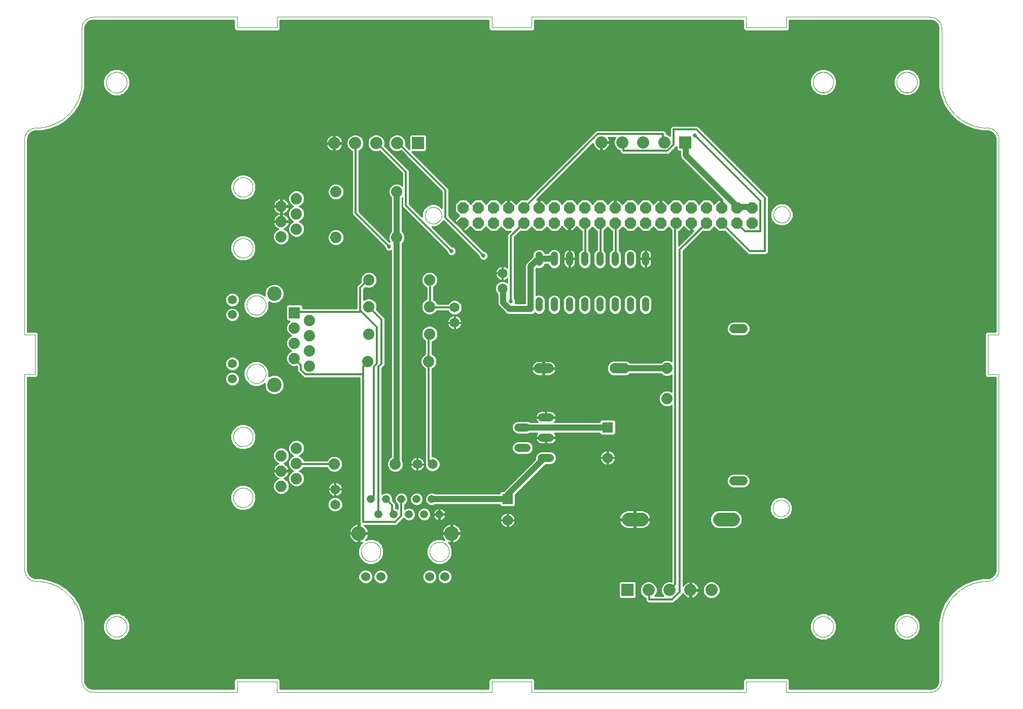
<source format=gtl>
G75*
%MOIN*%
%OFA0B0*%
%FSLAX25Y25*%
%IPPOS*%
%LPD*%
%AMOC8*
5,1,8,0,0,1.08239X$1,22.5*
%
%ADD10C,0.00000*%
%ADD11C,0.07000*%
%ADD12R,0.07000X0.07000*%
%ADD13C,0.08850*%
%ADD14C,0.05315*%
%ADD15C,0.05906*%
%ADD16C,0.09626*%
%ADD17C,0.05256*%
%ADD18C,0.06024*%
%ADD19C,0.07400*%
%ADD20R,0.07400X0.07400*%
%ADD21C,0.09449*%
%ADD22C,0.05906*%
%ADD23C,0.06500*%
%ADD24C,0.04800*%
%ADD25OC8,0.07400*%
%ADD26C,0.06600*%
%ADD27R,0.08000X0.08000*%
%ADD28C,0.08000*%
%ADD29C,0.00098*%
%ADD30C,0.01000*%
%ADD31C,0.04000*%
%ADD32C,0.01200*%
%ADD33C,0.02700*%
D10*
X0059550Y0046200D02*
X0059552Y0046366D01*
X0059558Y0046531D01*
X0059568Y0046697D01*
X0059583Y0046862D01*
X0059601Y0047026D01*
X0059623Y0047190D01*
X0059649Y0047354D01*
X0059680Y0047517D01*
X0059714Y0047679D01*
X0059752Y0047840D01*
X0059795Y0048000D01*
X0059841Y0048159D01*
X0059891Y0048317D01*
X0059945Y0048474D01*
X0060002Y0048629D01*
X0060064Y0048783D01*
X0060129Y0048935D01*
X0060198Y0049086D01*
X0060271Y0049235D01*
X0060347Y0049382D01*
X0060427Y0049527D01*
X0060510Y0049670D01*
X0060597Y0049811D01*
X0060688Y0049950D01*
X0060781Y0050087D01*
X0060878Y0050221D01*
X0060979Y0050353D01*
X0061082Y0050482D01*
X0061189Y0050609D01*
X0061299Y0050733D01*
X0061411Y0050854D01*
X0061527Y0050973D01*
X0061646Y0051089D01*
X0061767Y0051201D01*
X0061891Y0051311D01*
X0062018Y0051418D01*
X0062147Y0051521D01*
X0062279Y0051622D01*
X0062413Y0051719D01*
X0062550Y0051812D01*
X0062689Y0051903D01*
X0062830Y0051990D01*
X0062973Y0052073D01*
X0063118Y0052153D01*
X0063265Y0052229D01*
X0063414Y0052302D01*
X0063565Y0052371D01*
X0063717Y0052436D01*
X0063871Y0052498D01*
X0064026Y0052555D01*
X0064183Y0052609D01*
X0064341Y0052659D01*
X0064500Y0052705D01*
X0064660Y0052748D01*
X0064821Y0052786D01*
X0064983Y0052820D01*
X0065146Y0052851D01*
X0065310Y0052877D01*
X0065474Y0052899D01*
X0065638Y0052917D01*
X0065803Y0052932D01*
X0065969Y0052942D01*
X0066134Y0052948D01*
X0066300Y0052950D01*
X0066466Y0052948D01*
X0066631Y0052942D01*
X0066797Y0052932D01*
X0066962Y0052917D01*
X0067126Y0052899D01*
X0067290Y0052877D01*
X0067454Y0052851D01*
X0067617Y0052820D01*
X0067779Y0052786D01*
X0067940Y0052748D01*
X0068100Y0052705D01*
X0068259Y0052659D01*
X0068417Y0052609D01*
X0068574Y0052555D01*
X0068729Y0052498D01*
X0068883Y0052436D01*
X0069035Y0052371D01*
X0069186Y0052302D01*
X0069335Y0052229D01*
X0069482Y0052153D01*
X0069627Y0052073D01*
X0069770Y0051990D01*
X0069911Y0051903D01*
X0070050Y0051812D01*
X0070187Y0051719D01*
X0070321Y0051622D01*
X0070453Y0051521D01*
X0070582Y0051418D01*
X0070709Y0051311D01*
X0070833Y0051201D01*
X0070954Y0051089D01*
X0071073Y0050973D01*
X0071189Y0050854D01*
X0071301Y0050733D01*
X0071411Y0050609D01*
X0071518Y0050482D01*
X0071621Y0050353D01*
X0071722Y0050221D01*
X0071819Y0050087D01*
X0071912Y0049950D01*
X0072003Y0049811D01*
X0072090Y0049670D01*
X0072173Y0049527D01*
X0072253Y0049382D01*
X0072329Y0049235D01*
X0072402Y0049086D01*
X0072471Y0048935D01*
X0072536Y0048783D01*
X0072598Y0048629D01*
X0072655Y0048474D01*
X0072709Y0048317D01*
X0072759Y0048159D01*
X0072805Y0048000D01*
X0072848Y0047840D01*
X0072886Y0047679D01*
X0072920Y0047517D01*
X0072951Y0047354D01*
X0072977Y0047190D01*
X0072999Y0047026D01*
X0073017Y0046862D01*
X0073032Y0046697D01*
X0073042Y0046531D01*
X0073048Y0046366D01*
X0073050Y0046200D01*
X0073048Y0046034D01*
X0073042Y0045869D01*
X0073032Y0045703D01*
X0073017Y0045538D01*
X0072999Y0045374D01*
X0072977Y0045210D01*
X0072951Y0045046D01*
X0072920Y0044883D01*
X0072886Y0044721D01*
X0072848Y0044560D01*
X0072805Y0044400D01*
X0072759Y0044241D01*
X0072709Y0044083D01*
X0072655Y0043926D01*
X0072598Y0043771D01*
X0072536Y0043617D01*
X0072471Y0043465D01*
X0072402Y0043314D01*
X0072329Y0043165D01*
X0072253Y0043018D01*
X0072173Y0042873D01*
X0072090Y0042730D01*
X0072003Y0042589D01*
X0071912Y0042450D01*
X0071819Y0042313D01*
X0071722Y0042179D01*
X0071621Y0042047D01*
X0071518Y0041918D01*
X0071411Y0041791D01*
X0071301Y0041667D01*
X0071189Y0041546D01*
X0071073Y0041427D01*
X0070954Y0041311D01*
X0070833Y0041199D01*
X0070709Y0041089D01*
X0070582Y0040982D01*
X0070453Y0040879D01*
X0070321Y0040778D01*
X0070187Y0040681D01*
X0070050Y0040588D01*
X0069911Y0040497D01*
X0069770Y0040410D01*
X0069627Y0040327D01*
X0069482Y0040247D01*
X0069335Y0040171D01*
X0069186Y0040098D01*
X0069035Y0040029D01*
X0068883Y0039964D01*
X0068729Y0039902D01*
X0068574Y0039845D01*
X0068417Y0039791D01*
X0068259Y0039741D01*
X0068100Y0039695D01*
X0067940Y0039652D01*
X0067779Y0039614D01*
X0067617Y0039580D01*
X0067454Y0039549D01*
X0067290Y0039523D01*
X0067126Y0039501D01*
X0066962Y0039483D01*
X0066797Y0039468D01*
X0066631Y0039458D01*
X0066466Y0039452D01*
X0066300Y0039450D01*
X0066134Y0039452D01*
X0065969Y0039458D01*
X0065803Y0039468D01*
X0065638Y0039483D01*
X0065474Y0039501D01*
X0065310Y0039523D01*
X0065146Y0039549D01*
X0064983Y0039580D01*
X0064821Y0039614D01*
X0064660Y0039652D01*
X0064500Y0039695D01*
X0064341Y0039741D01*
X0064183Y0039791D01*
X0064026Y0039845D01*
X0063871Y0039902D01*
X0063717Y0039964D01*
X0063565Y0040029D01*
X0063414Y0040098D01*
X0063265Y0040171D01*
X0063118Y0040247D01*
X0062973Y0040327D01*
X0062830Y0040410D01*
X0062689Y0040497D01*
X0062550Y0040588D01*
X0062413Y0040681D01*
X0062279Y0040778D01*
X0062147Y0040879D01*
X0062018Y0040982D01*
X0061891Y0041089D01*
X0061767Y0041199D01*
X0061646Y0041311D01*
X0061527Y0041427D01*
X0061411Y0041546D01*
X0061299Y0041667D01*
X0061189Y0041791D01*
X0061082Y0041918D01*
X0060979Y0042047D01*
X0060878Y0042179D01*
X0060781Y0042313D01*
X0060688Y0042450D01*
X0060597Y0042589D01*
X0060510Y0042730D01*
X0060427Y0042873D01*
X0060347Y0043018D01*
X0060271Y0043165D01*
X0060198Y0043314D01*
X0060129Y0043465D01*
X0060064Y0043617D01*
X0060002Y0043771D01*
X0059945Y0043926D01*
X0059891Y0044083D01*
X0059841Y0044241D01*
X0059795Y0044400D01*
X0059752Y0044560D01*
X0059714Y0044721D01*
X0059680Y0044883D01*
X0059649Y0045046D01*
X0059623Y0045210D01*
X0059601Y0045374D01*
X0059583Y0045538D01*
X0059568Y0045703D01*
X0059558Y0045869D01*
X0059552Y0046034D01*
X0059550Y0046200D01*
X0143100Y0131000D02*
X0143102Y0131160D01*
X0143108Y0131319D01*
X0143118Y0131478D01*
X0143132Y0131637D01*
X0143150Y0131796D01*
X0143171Y0131954D01*
X0143197Y0132111D01*
X0143227Y0132268D01*
X0143260Y0132424D01*
X0143298Y0132579D01*
X0143339Y0132733D01*
X0143384Y0132886D01*
X0143433Y0133038D01*
X0143486Y0133189D01*
X0143542Y0133338D01*
X0143603Y0133486D01*
X0143666Y0133632D01*
X0143734Y0133777D01*
X0143805Y0133920D01*
X0143879Y0134061D01*
X0143957Y0134200D01*
X0144039Y0134337D01*
X0144124Y0134472D01*
X0144212Y0134605D01*
X0144304Y0134736D01*
X0144398Y0134864D01*
X0144496Y0134990D01*
X0144597Y0135114D01*
X0144701Y0135235D01*
X0144808Y0135353D01*
X0144918Y0135469D01*
X0145031Y0135582D01*
X0145147Y0135692D01*
X0145265Y0135799D01*
X0145386Y0135903D01*
X0145510Y0136004D01*
X0145636Y0136102D01*
X0145764Y0136196D01*
X0145895Y0136288D01*
X0146028Y0136376D01*
X0146163Y0136461D01*
X0146300Y0136543D01*
X0146439Y0136621D01*
X0146580Y0136695D01*
X0146723Y0136766D01*
X0146868Y0136834D01*
X0147014Y0136897D01*
X0147162Y0136958D01*
X0147311Y0137014D01*
X0147462Y0137067D01*
X0147614Y0137116D01*
X0147767Y0137161D01*
X0147921Y0137202D01*
X0148076Y0137240D01*
X0148232Y0137273D01*
X0148389Y0137303D01*
X0148546Y0137329D01*
X0148704Y0137350D01*
X0148863Y0137368D01*
X0149022Y0137382D01*
X0149181Y0137392D01*
X0149340Y0137398D01*
X0149500Y0137400D01*
X0149660Y0137398D01*
X0149819Y0137392D01*
X0149978Y0137382D01*
X0150137Y0137368D01*
X0150296Y0137350D01*
X0150454Y0137329D01*
X0150611Y0137303D01*
X0150768Y0137273D01*
X0150924Y0137240D01*
X0151079Y0137202D01*
X0151233Y0137161D01*
X0151386Y0137116D01*
X0151538Y0137067D01*
X0151689Y0137014D01*
X0151838Y0136958D01*
X0151986Y0136897D01*
X0152132Y0136834D01*
X0152277Y0136766D01*
X0152420Y0136695D01*
X0152561Y0136621D01*
X0152700Y0136543D01*
X0152837Y0136461D01*
X0152972Y0136376D01*
X0153105Y0136288D01*
X0153236Y0136196D01*
X0153364Y0136102D01*
X0153490Y0136004D01*
X0153614Y0135903D01*
X0153735Y0135799D01*
X0153853Y0135692D01*
X0153969Y0135582D01*
X0154082Y0135469D01*
X0154192Y0135353D01*
X0154299Y0135235D01*
X0154403Y0135114D01*
X0154504Y0134990D01*
X0154602Y0134864D01*
X0154696Y0134736D01*
X0154788Y0134605D01*
X0154876Y0134472D01*
X0154961Y0134337D01*
X0155043Y0134200D01*
X0155121Y0134061D01*
X0155195Y0133920D01*
X0155266Y0133777D01*
X0155334Y0133632D01*
X0155397Y0133486D01*
X0155458Y0133338D01*
X0155514Y0133189D01*
X0155567Y0133038D01*
X0155616Y0132886D01*
X0155661Y0132733D01*
X0155702Y0132579D01*
X0155740Y0132424D01*
X0155773Y0132268D01*
X0155803Y0132111D01*
X0155829Y0131954D01*
X0155850Y0131796D01*
X0155868Y0131637D01*
X0155882Y0131478D01*
X0155892Y0131319D01*
X0155898Y0131160D01*
X0155900Y0131000D01*
X0155898Y0130840D01*
X0155892Y0130681D01*
X0155882Y0130522D01*
X0155868Y0130363D01*
X0155850Y0130204D01*
X0155829Y0130046D01*
X0155803Y0129889D01*
X0155773Y0129732D01*
X0155740Y0129576D01*
X0155702Y0129421D01*
X0155661Y0129267D01*
X0155616Y0129114D01*
X0155567Y0128962D01*
X0155514Y0128811D01*
X0155458Y0128662D01*
X0155397Y0128514D01*
X0155334Y0128368D01*
X0155266Y0128223D01*
X0155195Y0128080D01*
X0155121Y0127939D01*
X0155043Y0127800D01*
X0154961Y0127663D01*
X0154876Y0127528D01*
X0154788Y0127395D01*
X0154696Y0127264D01*
X0154602Y0127136D01*
X0154504Y0127010D01*
X0154403Y0126886D01*
X0154299Y0126765D01*
X0154192Y0126647D01*
X0154082Y0126531D01*
X0153969Y0126418D01*
X0153853Y0126308D01*
X0153735Y0126201D01*
X0153614Y0126097D01*
X0153490Y0125996D01*
X0153364Y0125898D01*
X0153236Y0125804D01*
X0153105Y0125712D01*
X0152972Y0125624D01*
X0152837Y0125539D01*
X0152700Y0125457D01*
X0152561Y0125379D01*
X0152420Y0125305D01*
X0152277Y0125234D01*
X0152132Y0125166D01*
X0151986Y0125103D01*
X0151838Y0125042D01*
X0151689Y0124986D01*
X0151538Y0124933D01*
X0151386Y0124884D01*
X0151233Y0124839D01*
X0151079Y0124798D01*
X0150924Y0124760D01*
X0150768Y0124727D01*
X0150611Y0124697D01*
X0150454Y0124671D01*
X0150296Y0124650D01*
X0150137Y0124632D01*
X0149978Y0124618D01*
X0149819Y0124608D01*
X0149660Y0124602D01*
X0149500Y0124600D01*
X0149340Y0124602D01*
X0149181Y0124608D01*
X0149022Y0124618D01*
X0148863Y0124632D01*
X0148704Y0124650D01*
X0148546Y0124671D01*
X0148389Y0124697D01*
X0148232Y0124727D01*
X0148076Y0124760D01*
X0147921Y0124798D01*
X0147767Y0124839D01*
X0147614Y0124884D01*
X0147462Y0124933D01*
X0147311Y0124986D01*
X0147162Y0125042D01*
X0147014Y0125103D01*
X0146868Y0125166D01*
X0146723Y0125234D01*
X0146580Y0125305D01*
X0146439Y0125379D01*
X0146300Y0125457D01*
X0146163Y0125539D01*
X0146028Y0125624D01*
X0145895Y0125712D01*
X0145764Y0125804D01*
X0145636Y0125898D01*
X0145510Y0125996D01*
X0145386Y0126097D01*
X0145265Y0126201D01*
X0145147Y0126308D01*
X0145031Y0126418D01*
X0144918Y0126531D01*
X0144808Y0126647D01*
X0144701Y0126765D01*
X0144597Y0126886D01*
X0144496Y0127010D01*
X0144398Y0127136D01*
X0144304Y0127264D01*
X0144212Y0127395D01*
X0144124Y0127528D01*
X0144039Y0127663D01*
X0143957Y0127800D01*
X0143879Y0127939D01*
X0143805Y0128080D01*
X0143734Y0128223D01*
X0143666Y0128368D01*
X0143603Y0128514D01*
X0143542Y0128662D01*
X0143486Y0128811D01*
X0143433Y0128962D01*
X0143384Y0129114D01*
X0143339Y0129267D01*
X0143298Y0129421D01*
X0143260Y0129576D01*
X0143227Y0129732D01*
X0143197Y0129889D01*
X0143171Y0130046D01*
X0143150Y0130204D01*
X0143132Y0130363D01*
X0143118Y0130522D01*
X0143108Y0130681D01*
X0143102Y0130840D01*
X0143100Y0131000D01*
X0143100Y0171000D02*
X0143102Y0171160D01*
X0143108Y0171319D01*
X0143118Y0171478D01*
X0143132Y0171637D01*
X0143150Y0171796D01*
X0143171Y0171954D01*
X0143197Y0172111D01*
X0143227Y0172268D01*
X0143260Y0172424D01*
X0143298Y0172579D01*
X0143339Y0172733D01*
X0143384Y0172886D01*
X0143433Y0173038D01*
X0143486Y0173189D01*
X0143542Y0173338D01*
X0143603Y0173486D01*
X0143666Y0173632D01*
X0143734Y0173777D01*
X0143805Y0173920D01*
X0143879Y0174061D01*
X0143957Y0174200D01*
X0144039Y0174337D01*
X0144124Y0174472D01*
X0144212Y0174605D01*
X0144304Y0174736D01*
X0144398Y0174864D01*
X0144496Y0174990D01*
X0144597Y0175114D01*
X0144701Y0175235D01*
X0144808Y0175353D01*
X0144918Y0175469D01*
X0145031Y0175582D01*
X0145147Y0175692D01*
X0145265Y0175799D01*
X0145386Y0175903D01*
X0145510Y0176004D01*
X0145636Y0176102D01*
X0145764Y0176196D01*
X0145895Y0176288D01*
X0146028Y0176376D01*
X0146163Y0176461D01*
X0146300Y0176543D01*
X0146439Y0176621D01*
X0146580Y0176695D01*
X0146723Y0176766D01*
X0146868Y0176834D01*
X0147014Y0176897D01*
X0147162Y0176958D01*
X0147311Y0177014D01*
X0147462Y0177067D01*
X0147614Y0177116D01*
X0147767Y0177161D01*
X0147921Y0177202D01*
X0148076Y0177240D01*
X0148232Y0177273D01*
X0148389Y0177303D01*
X0148546Y0177329D01*
X0148704Y0177350D01*
X0148863Y0177368D01*
X0149022Y0177382D01*
X0149181Y0177392D01*
X0149340Y0177398D01*
X0149500Y0177400D01*
X0149660Y0177398D01*
X0149819Y0177392D01*
X0149978Y0177382D01*
X0150137Y0177368D01*
X0150296Y0177350D01*
X0150454Y0177329D01*
X0150611Y0177303D01*
X0150768Y0177273D01*
X0150924Y0177240D01*
X0151079Y0177202D01*
X0151233Y0177161D01*
X0151386Y0177116D01*
X0151538Y0177067D01*
X0151689Y0177014D01*
X0151838Y0176958D01*
X0151986Y0176897D01*
X0152132Y0176834D01*
X0152277Y0176766D01*
X0152420Y0176695D01*
X0152561Y0176621D01*
X0152700Y0176543D01*
X0152837Y0176461D01*
X0152972Y0176376D01*
X0153105Y0176288D01*
X0153236Y0176196D01*
X0153364Y0176102D01*
X0153490Y0176004D01*
X0153614Y0175903D01*
X0153735Y0175799D01*
X0153853Y0175692D01*
X0153969Y0175582D01*
X0154082Y0175469D01*
X0154192Y0175353D01*
X0154299Y0175235D01*
X0154403Y0175114D01*
X0154504Y0174990D01*
X0154602Y0174864D01*
X0154696Y0174736D01*
X0154788Y0174605D01*
X0154876Y0174472D01*
X0154961Y0174337D01*
X0155043Y0174200D01*
X0155121Y0174061D01*
X0155195Y0173920D01*
X0155266Y0173777D01*
X0155334Y0173632D01*
X0155397Y0173486D01*
X0155458Y0173338D01*
X0155514Y0173189D01*
X0155567Y0173038D01*
X0155616Y0172886D01*
X0155661Y0172733D01*
X0155702Y0172579D01*
X0155740Y0172424D01*
X0155773Y0172268D01*
X0155803Y0172111D01*
X0155829Y0171954D01*
X0155850Y0171796D01*
X0155868Y0171637D01*
X0155882Y0171478D01*
X0155892Y0171319D01*
X0155898Y0171160D01*
X0155900Y0171000D01*
X0155898Y0170840D01*
X0155892Y0170681D01*
X0155882Y0170522D01*
X0155868Y0170363D01*
X0155850Y0170204D01*
X0155829Y0170046D01*
X0155803Y0169889D01*
X0155773Y0169732D01*
X0155740Y0169576D01*
X0155702Y0169421D01*
X0155661Y0169267D01*
X0155616Y0169114D01*
X0155567Y0168962D01*
X0155514Y0168811D01*
X0155458Y0168662D01*
X0155397Y0168514D01*
X0155334Y0168368D01*
X0155266Y0168223D01*
X0155195Y0168080D01*
X0155121Y0167939D01*
X0155043Y0167800D01*
X0154961Y0167663D01*
X0154876Y0167528D01*
X0154788Y0167395D01*
X0154696Y0167264D01*
X0154602Y0167136D01*
X0154504Y0167010D01*
X0154403Y0166886D01*
X0154299Y0166765D01*
X0154192Y0166647D01*
X0154082Y0166531D01*
X0153969Y0166418D01*
X0153853Y0166308D01*
X0153735Y0166201D01*
X0153614Y0166097D01*
X0153490Y0165996D01*
X0153364Y0165898D01*
X0153236Y0165804D01*
X0153105Y0165712D01*
X0152972Y0165624D01*
X0152837Y0165539D01*
X0152700Y0165457D01*
X0152561Y0165379D01*
X0152420Y0165305D01*
X0152277Y0165234D01*
X0152132Y0165166D01*
X0151986Y0165103D01*
X0151838Y0165042D01*
X0151689Y0164986D01*
X0151538Y0164933D01*
X0151386Y0164884D01*
X0151233Y0164839D01*
X0151079Y0164798D01*
X0150924Y0164760D01*
X0150768Y0164727D01*
X0150611Y0164697D01*
X0150454Y0164671D01*
X0150296Y0164650D01*
X0150137Y0164632D01*
X0149978Y0164618D01*
X0149819Y0164608D01*
X0149660Y0164602D01*
X0149500Y0164600D01*
X0149340Y0164602D01*
X0149181Y0164608D01*
X0149022Y0164618D01*
X0148863Y0164632D01*
X0148704Y0164650D01*
X0148546Y0164671D01*
X0148389Y0164697D01*
X0148232Y0164727D01*
X0148076Y0164760D01*
X0147921Y0164798D01*
X0147767Y0164839D01*
X0147614Y0164884D01*
X0147462Y0164933D01*
X0147311Y0164986D01*
X0147162Y0165042D01*
X0147014Y0165103D01*
X0146868Y0165166D01*
X0146723Y0165234D01*
X0146580Y0165305D01*
X0146439Y0165379D01*
X0146300Y0165457D01*
X0146163Y0165539D01*
X0146028Y0165624D01*
X0145895Y0165712D01*
X0145764Y0165804D01*
X0145636Y0165898D01*
X0145510Y0165996D01*
X0145386Y0166097D01*
X0145265Y0166201D01*
X0145147Y0166308D01*
X0145031Y0166418D01*
X0144918Y0166531D01*
X0144808Y0166647D01*
X0144701Y0166765D01*
X0144597Y0166886D01*
X0144496Y0167010D01*
X0144398Y0167136D01*
X0144304Y0167264D01*
X0144212Y0167395D01*
X0144124Y0167528D01*
X0144039Y0167663D01*
X0143957Y0167800D01*
X0143879Y0167939D01*
X0143805Y0168080D01*
X0143734Y0168223D01*
X0143666Y0168368D01*
X0143603Y0168514D01*
X0143542Y0168662D01*
X0143486Y0168811D01*
X0143433Y0168962D01*
X0143384Y0169114D01*
X0143339Y0169267D01*
X0143298Y0169421D01*
X0143260Y0169576D01*
X0143227Y0169732D01*
X0143197Y0169889D01*
X0143171Y0170046D01*
X0143150Y0170204D01*
X0143132Y0170363D01*
X0143118Y0170522D01*
X0143108Y0170681D01*
X0143102Y0170840D01*
X0143100Y0171000D01*
X0151882Y0212500D02*
X0151884Y0212658D01*
X0151890Y0212816D01*
X0151900Y0212974D01*
X0151914Y0213132D01*
X0151932Y0213289D01*
X0151953Y0213446D01*
X0151979Y0213602D01*
X0152009Y0213758D01*
X0152042Y0213913D01*
X0152080Y0214066D01*
X0152121Y0214219D01*
X0152166Y0214371D01*
X0152215Y0214522D01*
X0152268Y0214671D01*
X0152324Y0214819D01*
X0152384Y0214965D01*
X0152448Y0215110D01*
X0152516Y0215253D01*
X0152587Y0215395D01*
X0152661Y0215535D01*
X0152739Y0215672D01*
X0152821Y0215808D01*
X0152905Y0215942D01*
X0152994Y0216073D01*
X0153085Y0216202D01*
X0153180Y0216329D01*
X0153277Y0216454D01*
X0153378Y0216576D01*
X0153482Y0216695D01*
X0153589Y0216812D01*
X0153699Y0216926D01*
X0153812Y0217037D01*
X0153927Y0217146D01*
X0154045Y0217251D01*
X0154166Y0217353D01*
X0154289Y0217453D01*
X0154415Y0217549D01*
X0154543Y0217642D01*
X0154673Y0217732D01*
X0154806Y0217818D01*
X0154941Y0217902D01*
X0155077Y0217981D01*
X0155216Y0218058D01*
X0155357Y0218130D01*
X0155499Y0218200D01*
X0155643Y0218265D01*
X0155789Y0218327D01*
X0155936Y0218385D01*
X0156085Y0218440D01*
X0156235Y0218491D01*
X0156386Y0218538D01*
X0156538Y0218581D01*
X0156691Y0218620D01*
X0156846Y0218656D01*
X0157001Y0218687D01*
X0157157Y0218715D01*
X0157313Y0218739D01*
X0157470Y0218759D01*
X0157628Y0218775D01*
X0157785Y0218787D01*
X0157944Y0218795D01*
X0158102Y0218799D01*
X0158260Y0218799D01*
X0158418Y0218795D01*
X0158577Y0218787D01*
X0158734Y0218775D01*
X0158892Y0218759D01*
X0159049Y0218739D01*
X0159205Y0218715D01*
X0159361Y0218687D01*
X0159516Y0218656D01*
X0159671Y0218620D01*
X0159824Y0218581D01*
X0159976Y0218538D01*
X0160127Y0218491D01*
X0160277Y0218440D01*
X0160426Y0218385D01*
X0160573Y0218327D01*
X0160719Y0218265D01*
X0160863Y0218200D01*
X0161005Y0218130D01*
X0161146Y0218058D01*
X0161285Y0217981D01*
X0161421Y0217902D01*
X0161556Y0217818D01*
X0161689Y0217732D01*
X0161819Y0217642D01*
X0161947Y0217549D01*
X0162073Y0217453D01*
X0162196Y0217353D01*
X0162317Y0217251D01*
X0162435Y0217146D01*
X0162550Y0217037D01*
X0162663Y0216926D01*
X0162773Y0216812D01*
X0162880Y0216695D01*
X0162984Y0216576D01*
X0163085Y0216454D01*
X0163182Y0216329D01*
X0163277Y0216202D01*
X0163368Y0216073D01*
X0163457Y0215942D01*
X0163541Y0215808D01*
X0163623Y0215672D01*
X0163701Y0215535D01*
X0163775Y0215395D01*
X0163846Y0215253D01*
X0163914Y0215110D01*
X0163978Y0214965D01*
X0164038Y0214819D01*
X0164094Y0214671D01*
X0164147Y0214522D01*
X0164196Y0214371D01*
X0164241Y0214219D01*
X0164282Y0214066D01*
X0164320Y0213913D01*
X0164353Y0213758D01*
X0164383Y0213602D01*
X0164409Y0213446D01*
X0164430Y0213289D01*
X0164448Y0213132D01*
X0164462Y0212974D01*
X0164472Y0212816D01*
X0164478Y0212658D01*
X0164480Y0212500D01*
X0164478Y0212342D01*
X0164472Y0212184D01*
X0164462Y0212026D01*
X0164448Y0211868D01*
X0164430Y0211711D01*
X0164409Y0211554D01*
X0164383Y0211398D01*
X0164353Y0211242D01*
X0164320Y0211087D01*
X0164282Y0210934D01*
X0164241Y0210781D01*
X0164196Y0210629D01*
X0164147Y0210478D01*
X0164094Y0210329D01*
X0164038Y0210181D01*
X0163978Y0210035D01*
X0163914Y0209890D01*
X0163846Y0209747D01*
X0163775Y0209605D01*
X0163701Y0209465D01*
X0163623Y0209328D01*
X0163541Y0209192D01*
X0163457Y0209058D01*
X0163368Y0208927D01*
X0163277Y0208798D01*
X0163182Y0208671D01*
X0163085Y0208546D01*
X0162984Y0208424D01*
X0162880Y0208305D01*
X0162773Y0208188D01*
X0162663Y0208074D01*
X0162550Y0207963D01*
X0162435Y0207854D01*
X0162317Y0207749D01*
X0162196Y0207647D01*
X0162073Y0207547D01*
X0161947Y0207451D01*
X0161819Y0207358D01*
X0161689Y0207268D01*
X0161556Y0207182D01*
X0161421Y0207098D01*
X0161285Y0207019D01*
X0161146Y0206942D01*
X0161005Y0206870D01*
X0160863Y0206800D01*
X0160719Y0206735D01*
X0160573Y0206673D01*
X0160426Y0206615D01*
X0160277Y0206560D01*
X0160127Y0206509D01*
X0159976Y0206462D01*
X0159824Y0206419D01*
X0159671Y0206380D01*
X0159516Y0206344D01*
X0159361Y0206313D01*
X0159205Y0206285D01*
X0159049Y0206261D01*
X0158892Y0206241D01*
X0158734Y0206225D01*
X0158577Y0206213D01*
X0158418Y0206205D01*
X0158260Y0206201D01*
X0158102Y0206201D01*
X0157944Y0206205D01*
X0157785Y0206213D01*
X0157628Y0206225D01*
X0157470Y0206241D01*
X0157313Y0206261D01*
X0157157Y0206285D01*
X0157001Y0206313D01*
X0156846Y0206344D01*
X0156691Y0206380D01*
X0156538Y0206419D01*
X0156386Y0206462D01*
X0156235Y0206509D01*
X0156085Y0206560D01*
X0155936Y0206615D01*
X0155789Y0206673D01*
X0155643Y0206735D01*
X0155499Y0206800D01*
X0155357Y0206870D01*
X0155216Y0206942D01*
X0155077Y0207019D01*
X0154941Y0207098D01*
X0154806Y0207182D01*
X0154673Y0207268D01*
X0154543Y0207358D01*
X0154415Y0207451D01*
X0154289Y0207547D01*
X0154166Y0207647D01*
X0154045Y0207749D01*
X0153927Y0207854D01*
X0153812Y0207963D01*
X0153699Y0208074D01*
X0153589Y0208188D01*
X0153482Y0208305D01*
X0153378Y0208424D01*
X0153277Y0208546D01*
X0153180Y0208671D01*
X0153085Y0208798D01*
X0152994Y0208927D01*
X0152905Y0209058D01*
X0152821Y0209192D01*
X0152739Y0209328D01*
X0152661Y0209465D01*
X0152587Y0209605D01*
X0152516Y0209747D01*
X0152448Y0209890D01*
X0152384Y0210035D01*
X0152324Y0210181D01*
X0152268Y0210329D01*
X0152215Y0210478D01*
X0152166Y0210629D01*
X0152121Y0210781D01*
X0152080Y0210934D01*
X0152042Y0211087D01*
X0152009Y0211242D01*
X0151979Y0211398D01*
X0151953Y0211554D01*
X0151932Y0211711D01*
X0151914Y0211868D01*
X0151900Y0212026D01*
X0151890Y0212184D01*
X0151884Y0212342D01*
X0151882Y0212500D01*
X0151882Y0257500D02*
X0151884Y0257658D01*
X0151890Y0257816D01*
X0151900Y0257974D01*
X0151914Y0258132D01*
X0151932Y0258289D01*
X0151953Y0258446D01*
X0151979Y0258602D01*
X0152009Y0258758D01*
X0152042Y0258913D01*
X0152080Y0259066D01*
X0152121Y0259219D01*
X0152166Y0259371D01*
X0152215Y0259522D01*
X0152268Y0259671D01*
X0152324Y0259819D01*
X0152384Y0259965D01*
X0152448Y0260110D01*
X0152516Y0260253D01*
X0152587Y0260395D01*
X0152661Y0260535D01*
X0152739Y0260672D01*
X0152821Y0260808D01*
X0152905Y0260942D01*
X0152994Y0261073D01*
X0153085Y0261202D01*
X0153180Y0261329D01*
X0153277Y0261454D01*
X0153378Y0261576D01*
X0153482Y0261695D01*
X0153589Y0261812D01*
X0153699Y0261926D01*
X0153812Y0262037D01*
X0153927Y0262146D01*
X0154045Y0262251D01*
X0154166Y0262353D01*
X0154289Y0262453D01*
X0154415Y0262549D01*
X0154543Y0262642D01*
X0154673Y0262732D01*
X0154806Y0262818D01*
X0154941Y0262902D01*
X0155077Y0262981D01*
X0155216Y0263058D01*
X0155357Y0263130D01*
X0155499Y0263200D01*
X0155643Y0263265D01*
X0155789Y0263327D01*
X0155936Y0263385D01*
X0156085Y0263440D01*
X0156235Y0263491D01*
X0156386Y0263538D01*
X0156538Y0263581D01*
X0156691Y0263620D01*
X0156846Y0263656D01*
X0157001Y0263687D01*
X0157157Y0263715D01*
X0157313Y0263739D01*
X0157470Y0263759D01*
X0157628Y0263775D01*
X0157785Y0263787D01*
X0157944Y0263795D01*
X0158102Y0263799D01*
X0158260Y0263799D01*
X0158418Y0263795D01*
X0158577Y0263787D01*
X0158734Y0263775D01*
X0158892Y0263759D01*
X0159049Y0263739D01*
X0159205Y0263715D01*
X0159361Y0263687D01*
X0159516Y0263656D01*
X0159671Y0263620D01*
X0159824Y0263581D01*
X0159976Y0263538D01*
X0160127Y0263491D01*
X0160277Y0263440D01*
X0160426Y0263385D01*
X0160573Y0263327D01*
X0160719Y0263265D01*
X0160863Y0263200D01*
X0161005Y0263130D01*
X0161146Y0263058D01*
X0161285Y0262981D01*
X0161421Y0262902D01*
X0161556Y0262818D01*
X0161689Y0262732D01*
X0161819Y0262642D01*
X0161947Y0262549D01*
X0162073Y0262453D01*
X0162196Y0262353D01*
X0162317Y0262251D01*
X0162435Y0262146D01*
X0162550Y0262037D01*
X0162663Y0261926D01*
X0162773Y0261812D01*
X0162880Y0261695D01*
X0162984Y0261576D01*
X0163085Y0261454D01*
X0163182Y0261329D01*
X0163277Y0261202D01*
X0163368Y0261073D01*
X0163457Y0260942D01*
X0163541Y0260808D01*
X0163623Y0260672D01*
X0163701Y0260535D01*
X0163775Y0260395D01*
X0163846Y0260253D01*
X0163914Y0260110D01*
X0163978Y0259965D01*
X0164038Y0259819D01*
X0164094Y0259671D01*
X0164147Y0259522D01*
X0164196Y0259371D01*
X0164241Y0259219D01*
X0164282Y0259066D01*
X0164320Y0258913D01*
X0164353Y0258758D01*
X0164383Y0258602D01*
X0164409Y0258446D01*
X0164430Y0258289D01*
X0164448Y0258132D01*
X0164462Y0257974D01*
X0164472Y0257816D01*
X0164478Y0257658D01*
X0164480Y0257500D01*
X0164478Y0257342D01*
X0164472Y0257184D01*
X0164462Y0257026D01*
X0164448Y0256868D01*
X0164430Y0256711D01*
X0164409Y0256554D01*
X0164383Y0256398D01*
X0164353Y0256242D01*
X0164320Y0256087D01*
X0164282Y0255934D01*
X0164241Y0255781D01*
X0164196Y0255629D01*
X0164147Y0255478D01*
X0164094Y0255329D01*
X0164038Y0255181D01*
X0163978Y0255035D01*
X0163914Y0254890D01*
X0163846Y0254747D01*
X0163775Y0254605D01*
X0163701Y0254465D01*
X0163623Y0254328D01*
X0163541Y0254192D01*
X0163457Y0254058D01*
X0163368Y0253927D01*
X0163277Y0253798D01*
X0163182Y0253671D01*
X0163085Y0253546D01*
X0162984Y0253424D01*
X0162880Y0253305D01*
X0162773Y0253188D01*
X0162663Y0253074D01*
X0162550Y0252963D01*
X0162435Y0252854D01*
X0162317Y0252749D01*
X0162196Y0252647D01*
X0162073Y0252547D01*
X0161947Y0252451D01*
X0161819Y0252358D01*
X0161689Y0252268D01*
X0161556Y0252182D01*
X0161421Y0252098D01*
X0161285Y0252019D01*
X0161146Y0251942D01*
X0161005Y0251870D01*
X0160863Y0251800D01*
X0160719Y0251735D01*
X0160573Y0251673D01*
X0160426Y0251615D01*
X0160277Y0251560D01*
X0160127Y0251509D01*
X0159976Y0251462D01*
X0159824Y0251419D01*
X0159671Y0251380D01*
X0159516Y0251344D01*
X0159361Y0251313D01*
X0159205Y0251285D01*
X0159049Y0251261D01*
X0158892Y0251241D01*
X0158734Y0251225D01*
X0158577Y0251213D01*
X0158418Y0251205D01*
X0158260Y0251201D01*
X0158102Y0251201D01*
X0157944Y0251205D01*
X0157785Y0251213D01*
X0157628Y0251225D01*
X0157470Y0251241D01*
X0157313Y0251261D01*
X0157157Y0251285D01*
X0157001Y0251313D01*
X0156846Y0251344D01*
X0156691Y0251380D01*
X0156538Y0251419D01*
X0156386Y0251462D01*
X0156235Y0251509D01*
X0156085Y0251560D01*
X0155936Y0251615D01*
X0155789Y0251673D01*
X0155643Y0251735D01*
X0155499Y0251800D01*
X0155357Y0251870D01*
X0155216Y0251942D01*
X0155077Y0252019D01*
X0154941Y0252098D01*
X0154806Y0252182D01*
X0154673Y0252268D01*
X0154543Y0252358D01*
X0154415Y0252451D01*
X0154289Y0252547D01*
X0154166Y0252647D01*
X0154045Y0252749D01*
X0153927Y0252854D01*
X0153812Y0252963D01*
X0153699Y0253074D01*
X0153589Y0253188D01*
X0153482Y0253305D01*
X0153378Y0253424D01*
X0153277Y0253546D01*
X0153180Y0253671D01*
X0153085Y0253798D01*
X0152994Y0253927D01*
X0152905Y0254058D01*
X0152821Y0254192D01*
X0152739Y0254328D01*
X0152661Y0254465D01*
X0152587Y0254605D01*
X0152516Y0254747D01*
X0152448Y0254890D01*
X0152384Y0255035D01*
X0152324Y0255181D01*
X0152268Y0255329D01*
X0152215Y0255478D01*
X0152166Y0255629D01*
X0152121Y0255781D01*
X0152080Y0255934D01*
X0152042Y0256087D01*
X0152009Y0256242D01*
X0151979Y0256398D01*
X0151953Y0256554D01*
X0151932Y0256711D01*
X0151914Y0256868D01*
X0151900Y0257026D01*
X0151890Y0257184D01*
X0151884Y0257342D01*
X0151882Y0257500D01*
X0143100Y0295000D02*
X0143102Y0295160D01*
X0143108Y0295319D01*
X0143118Y0295478D01*
X0143132Y0295637D01*
X0143150Y0295796D01*
X0143171Y0295954D01*
X0143197Y0296111D01*
X0143227Y0296268D01*
X0143260Y0296424D01*
X0143298Y0296579D01*
X0143339Y0296733D01*
X0143384Y0296886D01*
X0143433Y0297038D01*
X0143486Y0297189D01*
X0143542Y0297338D01*
X0143603Y0297486D01*
X0143666Y0297632D01*
X0143734Y0297777D01*
X0143805Y0297920D01*
X0143879Y0298061D01*
X0143957Y0298200D01*
X0144039Y0298337D01*
X0144124Y0298472D01*
X0144212Y0298605D01*
X0144304Y0298736D01*
X0144398Y0298864D01*
X0144496Y0298990D01*
X0144597Y0299114D01*
X0144701Y0299235D01*
X0144808Y0299353D01*
X0144918Y0299469D01*
X0145031Y0299582D01*
X0145147Y0299692D01*
X0145265Y0299799D01*
X0145386Y0299903D01*
X0145510Y0300004D01*
X0145636Y0300102D01*
X0145764Y0300196D01*
X0145895Y0300288D01*
X0146028Y0300376D01*
X0146163Y0300461D01*
X0146300Y0300543D01*
X0146439Y0300621D01*
X0146580Y0300695D01*
X0146723Y0300766D01*
X0146868Y0300834D01*
X0147014Y0300897D01*
X0147162Y0300958D01*
X0147311Y0301014D01*
X0147462Y0301067D01*
X0147614Y0301116D01*
X0147767Y0301161D01*
X0147921Y0301202D01*
X0148076Y0301240D01*
X0148232Y0301273D01*
X0148389Y0301303D01*
X0148546Y0301329D01*
X0148704Y0301350D01*
X0148863Y0301368D01*
X0149022Y0301382D01*
X0149181Y0301392D01*
X0149340Y0301398D01*
X0149500Y0301400D01*
X0149660Y0301398D01*
X0149819Y0301392D01*
X0149978Y0301382D01*
X0150137Y0301368D01*
X0150296Y0301350D01*
X0150454Y0301329D01*
X0150611Y0301303D01*
X0150768Y0301273D01*
X0150924Y0301240D01*
X0151079Y0301202D01*
X0151233Y0301161D01*
X0151386Y0301116D01*
X0151538Y0301067D01*
X0151689Y0301014D01*
X0151838Y0300958D01*
X0151986Y0300897D01*
X0152132Y0300834D01*
X0152277Y0300766D01*
X0152420Y0300695D01*
X0152561Y0300621D01*
X0152700Y0300543D01*
X0152837Y0300461D01*
X0152972Y0300376D01*
X0153105Y0300288D01*
X0153236Y0300196D01*
X0153364Y0300102D01*
X0153490Y0300004D01*
X0153614Y0299903D01*
X0153735Y0299799D01*
X0153853Y0299692D01*
X0153969Y0299582D01*
X0154082Y0299469D01*
X0154192Y0299353D01*
X0154299Y0299235D01*
X0154403Y0299114D01*
X0154504Y0298990D01*
X0154602Y0298864D01*
X0154696Y0298736D01*
X0154788Y0298605D01*
X0154876Y0298472D01*
X0154961Y0298337D01*
X0155043Y0298200D01*
X0155121Y0298061D01*
X0155195Y0297920D01*
X0155266Y0297777D01*
X0155334Y0297632D01*
X0155397Y0297486D01*
X0155458Y0297338D01*
X0155514Y0297189D01*
X0155567Y0297038D01*
X0155616Y0296886D01*
X0155661Y0296733D01*
X0155702Y0296579D01*
X0155740Y0296424D01*
X0155773Y0296268D01*
X0155803Y0296111D01*
X0155829Y0295954D01*
X0155850Y0295796D01*
X0155868Y0295637D01*
X0155882Y0295478D01*
X0155892Y0295319D01*
X0155898Y0295160D01*
X0155900Y0295000D01*
X0155898Y0294840D01*
X0155892Y0294681D01*
X0155882Y0294522D01*
X0155868Y0294363D01*
X0155850Y0294204D01*
X0155829Y0294046D01*
X0155803Y0293889D01*
X0155773Y0293732D01*
X0155740Y0293576D01*
X0155702Y0293421D01*
X0155661Y0293267D01*
X0155616Y0293114D01*
X0155567Y0292962D01*
X0155514Y0292811D01*
X0155458Y0292662D01*
X0155397Y0292514D01*
X0155334Y0292368D01*
X0155266Y0292223D01*
X0155195Y0292080D01*
X0155121Y0291939D01*
X0155043Y0291800D01*
X0154961Y0291663D01*
X0154876Y0291528D01*
X0154788Y0291395D01*
X0154696Y0291264D01*
X0154602Y0291136D01*
X0154504Y0291010D01*
X0154403Y0290886D01*
X0154299Y0290765D01*
X0154192Y0290647D01*
X0154082Y0290531D01*
X0153969Y0290418D01*
X0153853Y0290308D01*
X0153735Y0290201D01*
X0153614Y0290097D01*
X0153490Y0289996D01*
X0153364Y0289898D01*
X0153236Y0289804D01*
X0153105Y0289712D01*
X0152972Y0289624D01*
X0152837Y0289539D01*
X0152700Y0289457D01*
X0152561Y0289379D01*
X0152420Y0289305D01*
X0152277Y0289234D01*
X0152132Y0289166D01*
X0151986Y0289103D01*
X0151838Y0289042D01*
X0151689Y0288986D01*
X0151538Y0288933D01*
X0151386Y0288884D01*
X0151233Y0288839D01*
X0151079Y0288798D01*
X0150924Y0288760D01*
X0150768Y0288727D01*
X0150611Y0288697D01*
X0150454Y0288671D01*
X0150296Y0288650D01*
X0150137Y0288632D01*
X0149978Y0288618D01*
X0149819Y0288608D01*
X0149660Y0288602D01*
X0149500Y0288600D01*
X0149340Y0288602D01*
X0149181Y0288608D01*
X0149022Y0288618D01*
X0148863Y0288632D01*
X0148704Y0288650D01*
X0148546Y0288671D01*
X0148389Y0288697D01*
X0148232Y0288727D01*
X0148076Y0288760D01*
X0147921Y0288798D01*
X0147767Y0288839D01*
X0147614Y0288884D01*
X0147462Y0288933D01*
X0147311Y0288986D01*
X0147162Y0289042D01*
X0147014Y0289103D01*
X0146868Y0289166D01*
X0146723Y0289234D01*
X0146580Y0289305D01*
X0146439Y0289379D01*
X0146300Y0289457D01*
X0146163Y0289539D01*
X0146028Y0289624D01*
X0145895Y0289712D01*
X0145764Y0289804D01*
X0145636Y0289898D01*
X0145510Y0289996D01*
X0145386Y0290097D01*
X0145265Y0290201D01*
X0145147Y0290308D01*
X0145031Y0290418D01*
X0144918Y0290531D01*
X0144808Y0290647D01*
X0144701Y0290765D01*
X0144597Y0290886D01*
X0144496Y0291010D01*
X0144398Y0291136D01*
X0144304Y0291264D01*
X0144212Y0291395D01*
X0144124Y0291528D01*
X0144039Y0291663D01*
X0143957Y0291800D01*
X0143879Y0291939D01*
X0143805Y0292080D01*
X0143734Y0292223D01*
X0143666Y0292368D01*
X0143603Y0292514D01*
X0143542Y0292662D01*
X0143486Y0292811D01*
X0143433Y0292962D01*
X0143384Y0293114D01*
X0143339Y0293267D01*
X0143298Y0293421D01*
X0143260Y0293576D01*
X0143227Y0293732D01*
X0143197Y0293889D01*
X0143171Y0294046D01*
X0143150Y0294204D01*
X0143132Y0294363D01*
X0143118Y0294522D01*
X0143108Y0294681D01*
X0143102Y0294840D01*
X0143100Y0295000D01*
X0143100Y0335000D02*
X0143102Y0335160D01*
X0143108Y0335319D01*
X0143118Y0335478D01*
X0143132Y0335637D01*
X0143150Y0335796D01*
X0143171Y0335954D01*
X0143197Y0336111D01*
X0143227Y0336268D01*
X0143260Y0336424D01*
X0143298Y0336579D01*
X0143339Y0336733D01*
X0143384Y0336886D01*
X0143433Y0337038D01*
X0143486Y0337189D01*
X0143542Y0337338D01*
X0143603Y0337486D01*
X0143666Y0337632D01*
X0143734Y0337777D01*
X0143805Y0337920D01*
X0143879Y0338061D01*
X0143957Y0338200D01*
X0144039Y0338337D01*
X0144124Y0338472D01*
X0144212Y0338605D01*
X0144304Y0338736D01*
X0144398Y0338864D01*
X0144496Y0338990D01*
X0144597Y0339114D01*
X0144701Y0339235D01*
X0144808Y0339353D01*
X0144918Y0339469D01*
X0145031Y0339582D01*
X0145147Y0339692D01*
X0145265Y0339799D01*
X0145386Y0339903D01*
X0145510Y0340004D01*
X0145636Y0340102D01*
X0145764Y0340196D01*
X0145895Y0340288D01*
X0146028Y0340376D01*
X0146163Y0340461D01*
X0146300Y0340543D01*
X0146439Y0340621D01*
X0146580Y0340695D01*
X0146723Y0340766D01*
X0146868Y0340834D01*
X0147014Y0340897D01*
X0147162Y0340958D01*
X0147311Y0341014D01*
X0147462Y0341067D01*
X0147614Y0341116D01*
X0147767Y0341161D01*
X0147921Y0341202D01*
X0148076Y0341240D01*
X0148232Y0341273D01*
X0148389Y0341303D01*
X0148546Y0341329D01*
X0148704Y0341350D01*
X0148863Y0341368D01*
X0149022Y0341382D01*
X0149181Y0341392D01*
X0149340Y0341398D01*
X0149500Y0341400D01*
X0149660Y0341398D01*
X0149819Y0341392D01*
X0149978Y0341382D01*
X0150137Y0341368D01*
X0150296Y0341350D01*
X0150454Y0341329D01*
X0150611Y0341303D01*
X0150768Y0341273D01*
X0150924Y0341240D01*
X0151079Y0341202D01*
X0151233Y0341161D01*
X0151386Y0341116D01*
X0151538Y0341067D01*
X0151689Y0341014D01*
X0151838Y0340958D01*
X0151986Y0340897D01*
X0152132Y0340834D01*
X0152277Y0340766D01*
X0152420Y0340695D01*
X0152561Y0340621D01*
X0152700Y0340543D01*
X0152837Y0340461D01*
X0152972Y0340376D01*
X0153105Y0340288D01*
X0153236Y0340196D01*
X0153364Y0340102D01*
X0153490Y0340004D01*
X0153614Y0339903D01*
X0153735Y0339799D01*
X0153853Y0339692D01*
X0153969Y0339582D01*
X0154082Y0339469D01*
X0154192Y0339353D01*
X0154299Y0339235D01*
X0154403Y0339114D01*
X0154504Y0338990D01*
X0154602Y0338864D01*
X0154696Y0338736D01*
X0154788Y0338605D01*
X0154876Y0338472D01*
X0154961Y0338337D01*
X0155043Y0338200D01*
X0155121Y0338061D01*
X0155195Y0337920D01*
X0155266Y0337777D01*
X0155334Y0337632D01*
X0155397Y0337486D01*
X0155458Y0337338D01*
X0155514Y0337189D01*
X0155567Y0337038D01*
X0155616Y0336886D01*
X0155661Y0336733D01*
X0155702Y0336579D01*
X0155740Y0336424D01*
X0155773Y0336268D01*
X0155803Y0336111D01*
X0155829Y0335954D01*
X0155850Y0335796D01*
X0155868Y0335637D01*
X0155882Y0335478D01*
X0155892Y0335319D01*
X0155898Y0335160D01*
X0155900Y0335000D01*
X0155898Y0334840D01*
X0155892Y0334681D01*
X0155882Y0334522D01*
X0155868Y0334363D01*
X0155850Y0334204D01*
X0155829Y0334046D01*
X0155803Y0333889D01*
X0155773Y0333732D01*
X0155740Y0333576D01*
X0155702Y0333421D01*
X0155661Y0333267D01*
X0155616Y0333114D01*
X0155567Y0332962D01*
X0155514Y0332811D01*
X0155458Y0332662D01*
X0155397Y0332514D01*
X0155334Y0332368D01*
X0155266Y0332223D01*
X0155195Y0332080D01*
X0155121Y0331939D01*
X0155043Y0331800D01*
X0154961Y0331663D01*
X0154876Y0331528D01*
X0154788Y0331395D01*
X0154696Y0331264D01*
X0154602Y0331136D01*
X0154504Y0331010D01*
X0154403Y0330886D01*
X0154299Y0330765D01*
X0154192Y0330647D01*
X0154082Y0330531D01*
X0153969Y0330418D01*
X0153853Y0330308D01*
X0153735Y0330201D01*
X0153614Y0330097D01*
X0153490Y0329996D01*
X0153364Y0329898D01*
X0153236Y0329804D01*
X0153105Y0329712D01*
X0152972Y0329624D01*
X0152837Y0329539D01*
X0152700Y0329457D01*
X0152561Y0329379D01*
X0152420Y0329305D01*
X0152277Y0329234D01*
X0152132Y0329166D01*
X0151986Y0329103D01*
X0151838Y0329042D01*
X0151689Y0328986D01*
X0151538Y0328933D01*
X0151386Y0328884D01*
X0151233Y0328839D01*
X0151079Y0328798D01*
X0150924Y0328760D01*
X0150768Y0328727D01*
X0150611Y0328697D01*
X0150454Y0328671D01*
X0150296Y0328650D01*
X0150137Y0328632D01*
X0149978Y0328618D01*
X0149819Y0328608D01*
X0149660Y0328602D01*
X0149500Y0328600D01*
X0149340Y0328602D01*
X0149181Y0328608D01*
X0149022Y0328618D01*
X0148863Y0328632D01*
X0148704Y0328650D01*
X0148546Y0328671D01*
X0148389Y0328697D01*
X0148232Y0328727D01*
X0148076Y0328760D01*
X0147921Y0328798D01*
X0147767Y0328839D01*
X0147614Y0328884D01*
X0147462Y0328933D01*
X0147311Y0328986D01*
X0147162Y0329042D01*
X0147014Y0329103D01*
X0146868Y0329166D01*
X0146723Y0329234D01*
X0146580Y0329305D01*
X0146439Y0329379D01*
X0146300Y0329457D01*
X0146163Y0329539D01*
X0146028Y0329624D01*
X0145895Y0329712D01*
X0145764Y0329804D01*
X0145636Y0329898D01*
X0145510Y0329996D01*
X0145386Y0330097D01*
X0145265Y0330201D01*
X0145147Y0330308D01*
X0145031Y0330418D01*
X0144918Y0330531D01*
X0144808Y0330647D01*
X0144701Y0330765D01*
X0144597Y0330886D01*
X0144496Y0331010D01*
X0144398Y0331136D01*
X0144304Y0331264D01*
X0144212Y0331395D01*
X0144124Y0331528D01*
X0144039Y0331663D01*
X0143957Y0331800D01*
X0143879Y0331939D01*
X0143805Y0332080D01*
X0143734Y0332223D01*
X0143666Y0332368D01*
X0143603Y0332514D01*
X0143542Y0332662D01*
X0143486Y0332811D01*
X0143433Y0332962D01*
X0143384Y0333114D01*
X0143339Y0333267D01*
X0143298Y0333421D01*
X0143260Y0333576D01*
X0143227Y0333732D01*
X0143197Y0333889D01*
X0143171Y0334046D01*
X0143150Y0334204D01*
X0143132Y0334363D01*
X0143118Y0334522D01*
X0143108Y0334681D01*
X0143102Y0334840D01*
X0143100Y0335000D01*
X0059550Y0403900D02*
X0059552Y0404066D01*
X0059558Y0404231D01*
X0059568Y0404397D01*
X0059583Y0404562D01*
X0059601Y0404726D01*
X0059623Y0404890D01*
X0059649Y0405054D01*
X0059680Y0405217D01*
X0059714Y0405379D01*
X0059752Y0405540D01*
X0059795Y0405700D01*
X0059841Y0405859D01*
X0059891Y0406017D01*
X0059945Y0406174D01*
X0060002Y0406329D01*
X0060064Y0406483D01*
X0060129Y0406635D01*
X0060198Y0406786D01*
X0060271Y0406935D01*
X0060347Y0407082D01*
X0060427Y0407227D01*
X0060510Y0407370D01*
X0060597Y0407511D01*
X0060688Y0407650D01*
X0060781Y0407787D01*
X0060878Y0407921D01*
X0060979Y0408053D01*
X0061082Y0408182D01*
X0061189Y0408309D01*
X0061299Y0408433D01*
X0061411Y0408554D01*
X0061527Y0408673D01*
X0061646Y0408789D01*
X0061767Y0408901D01*
X0061891Y0409011D01*
X0062018Y0409118D01*
X0062147Y0409221D01*
X0062279Y0409322D01*
X0062413Y0409419D01*
X0062550Y0409512D01*
X0062689Y0409603D01*
X0062830Y0409690D01*
X0062973Y0409773D01*
X0063118Y0409853D01*
X0063265Y0409929D01*
X0063414Y0410002D01*
X0063565Y0410071D01*
X0063717Y0410136D01*
X0063871Y0410198D01*
X0064026Y0410255D01*
X0064183Y0410309D01*
X0064341Y0410359D01*
X0064500Y0410405D01*
X0064660Y0410448D01*
X0064821Y0410486D01*
X0064983Y0410520D01*
X0065146Y0410551D01*
X0065310Y0410577D01*
X0065474Y0410599D01*
X0065638Y0410617D01*
X0065803Y0410632D01*
X0065969Y0410642D01*
X0066134Y0410648D01*
X0066300Y0410650D01*
X0066466Y0410648D01*
X0066631Y0410642D01*
X0066797Y0410632D01*
X0066962Y0410617D01*
X0067126Y0410599D01*
X0067290Y0410577D01*
X0067454Y0410551D01*
X0067617Y0410520D01*
X0067779Y0410486D01*
X0067940Y0410448D01*
X0068100Y0410405D01*
X0068259Y0410359D01*
X0068417Y0410309D01*
X0068574Y0410255D01*
X0068729Y0410198D01*
X0068883Y0410136D01*
X0069035Y0410071D01*
X0069186Y0410002D01*
X0069335Y0409929D01*
X0069482Y0409853D01*
X0069627Y0409773D01*
X0069770Y0409690D01*
X0069911Y0409603D01*
X0070050Y0409512D01*
X0070187Y0409419D01*
X0070321Y0409322D01*
X0070453Y0409221D01*
X0070582Y0409118D01*
X0070709Y0409011D01*
X0070833Y0408901D01*
X0070954Y0408789D01*
X0071073Y0408673D01*
X0071189Y0408554D01*
X0071301Y0408433D01*
X0071411Y0408309D01*
X0071518Y0408182D01*
X0071621Y0408053D01*
X0071722Y0407921D01*
X0071819Y0407787D01*
X0071912Y0407650D01*
X0072003Y0407511D01*
X0072090Y0407370D01*
X0072173Y0407227D01*
X0072253Y0407082D01*
X0072329Y0406935D01*
X0072402Y0406786D01*
X0072471Y0406635D01*
X0072536Y0406483D01*
X0072598Y0406329D01*
X0072655Y0406174D01*
X0072709Y0406017D01*
X0072759Y0405859D01*
X0072805Y0405700D01*
X0072848Y0405540D01*
X0072886Y0405379D01*
X0072920Y0405217D01*
X0072951Y0405054D01*
X0072977Y0404890D01*
X0072999Y0404726D01*
X0073017Y0404562D01*
X0073032Y0404397D01*
X0073042Y0404231D01*
X0073048Y0404066D01*
X0073050Y0403900D01*
X0073048Y0403734D01*
X0073042Y0403569D01*
X0073032Y0403403D01*
X0073017Y0403238D01*
X0072999Y0403074D01*
X0072977Y0402910D01*
X0072951Y0402746D01*
X0072920Y0402583D01*
X0072886Y0402421D01*
X0072848Y0402260D01*
X0072805Y0402100D01*
X0072759Y0401941D01*
X0072709Y0401783D01*
X0072655Y0401626D01*
X0072598Y0401471D01*
X0072536Y0401317D01*
X0072471Y0401165D01*
X0072402Y0401014D01*
X0072329Y0400865D01*
X0072253Y0400718D01*
X0072173Y0400573D01*
X0072090Y0400430D01*
X0072003Y0400289D01*
X0071912Y0400150D01*
X0071819Y0400013D01*
X0071722Y0399879D01*
X0071621Y0399747D01*
X0071518Y0399618D01*
X0071411Y0399491D01*
X0071301Y0399367D01*
X0071189Y0399246D01*
X0071073Y0399127D01*
X0070954Y0399011D01*
X0070833Y0398899D01*
X0070709Y0398789D01*
X0070582Y0398682D01*
X0070453Y0398579D01*
X0070321Y0398478D01*
X0070187Y0398381D01*
X0070050Y0398288D01*
X0069911Y0398197D01*
X0069770Y0398110D01*
X0069627Y0398027D01*
X0069482Y0397947D01*
X0069335Y0397871D01*
X0069186Y0397798D01*
X0069035Y0397729D01*
X0068883Y0397664D01*
X0068729Y0397602D01*
X0068574Y0397545D01*
X0068417Y0397491D01*
X0068259Y0397441D01*
X0068100Y0397395D01*
X0067940Y0397352D01*
X0067779Y0397314D01*
X0067617Y0397280D01*
X0067454Y0397249D01*
X0067290Y0397223D01*
X0067126Y0397201D01*
X0066962Y0397183D01*
X0066797Y0397168D01*
X0066631Y0397158D01*
X0066466Y0397152D01*
X0066300Y0397150D01*
X0066134Y0397152D01*
X0065969Y0397158D01*
X0065803Y0397168D01*
X0065638Y0397183D01*
X0065474Y0397201D01*
X0065310Y0397223D01*
X0065146Y0397249D01*
X0064983Y0397280D01*
X0064821Y0397314D01*
X0064660Y0397352D01*
X0064500Y0397395D01*
X0064341Y0397441D01*
X0064183Y0397491D01*
X0064026Y0397545D01*
X0063871Y0397602D01*
X0063717Y0397664D01*
X0063565Y0397729D01*
X0063414Y0397798D01*
X0063265Y0397871D01*
X0063118Y0397947D01*
X0062973Y0398027D01*
X0062830Y0398110D01*
X0062689Y0398197D01*
X0062550Y0398288D01*
X0062413Y0398381D01*
X0062279Y0398478D01*
X0062147Y0398579D01*
X0062018Y0398682D01*
X0061891Y0398789D01*
X0061767Y0398899D01*
X0061646Y0399011D01*
X0061527Y0399127D01*
X0061411Y0399246D01*
X0061299Y0399367D01*
X0061189Y0399491D01*
X0061082Y0399618D01*
X0060979Y0399747D01*
X0060878Y0399879D01*
X0060781Y0400013D01*
X0060688Y0400150D01*
X0060597Y0400289D01*
X0060510Y0400430D01*
X0060427Y0400573D01*
X0060347Y0400718D01*
X0060271Y0400865D01*
X0060198Y0401014D01*
X0060129Y0401165D01*
X0060064Y0401317D01*
X0060002Y0401471D01*
X0059945Y0401626D01*
X0059891Y0401783D01*
X0059841Y0401941D01*
X0059795Y0402100D01*
X0059752Y0402260D01*
X0059714Y0402421D01*
X0059680Y0402583D01*
X0059649Y0402746D01*
X0059623Y0402910D01*
X0059601Y0403074D01*
X0059583Y0403238D01*
X0059568Y0403403D01*
X0059558Y0403569D01*
X0059552Y0403734D01*
X0059550Y0403900D01*
X0269087Y0316500D02*
X0269089Y0316647D01*
X0269095Y0316793D01*
X0269105Y0316939D01*
X0269119Y0317085D01*
X0269137Y0317231D01*
X0269158Y0317376D01*
X0269184Y0317520D01*
X0269214Y0317664D01*
X0269247Y0317806D01*
X0269284Y0317948D01*
X0269325Y0318089D01*
X0269370Y0318228D01*
X0269419Y0318367D01*
X0269471Y0318504D01*
X0269528Y0318639D01*
X0269587Y0318773D01*
X0269651Y0318905D01*
X0269718Y0319035D01*
X0269788Y0319164D01*
X0269862Y0319291D01*
X0269939Y0319415D01*
X0270020Y0319538D01*
X0270104Y0319658D01*
X0270191Y0319776D01*
X0270281Y0319891D01*
X0270374Y0320004D01*
X0270471Y0320115D01*
X0270570Y0320223D01*
X0270672Y0320328D01*
X0270777Y0320430D01*
X0270885Y0320529D01*
X0270996Y0320626D01*
X0271109Y0320719D01*
X0271224Y0320809D01*
X0271342Y0320896D01*
X0271462Y0320980D01*
X0271585Y0321061D01*
X0271709Y0321138D01*
X0271836Y0321212D01*
X0271965Y0321282D01*
X0272095Y0321349D01*
X0272227Y0321413D01*
X0272361Y0321472D01*
X0272496Y0321529D01*
X0272633Y0321581D01*
X0272772Y0321630D01*
X0272911Y0321675D01*
X0273052Y0321716D01*
X0273194Y0321753D01*
X0273336Y0321786D01*
X0273480Y0321816D01*
X0273624Y0321842D01*
X0273769Y0321863D01*
X0273915Y0321881D01*
X0274061Y0321895D01*
X0274207Y0321905D01*
X0274353Y0321911D01*
X0274500Y0321913D01*
X0274647Y0321911D01*
X0274793Y0321905D01*
X0274939Y0321895D01*
X0275085Y0321881D01*
X0275231Y0321863D01*
X0275376Y0321842D01*
X0275520Y0321816D01*
X0275664Y0321786D01*
X0275806Y0321753D01*
X0275948Y0321716D01*
X0276089Y0321675D01*
X0276228Y0321630D01*
X0276367Y0321581D01*
X0276504Y0321529D01*
X0276639Y0321472D01*
X0276773Y0321413D01*
X0276905Y0321349D01*
X0277035Y0321282D01*
X0277164Y0321212D01*
X0277291Y0321138D01*
X0277415Y0321061D01*
X0277538Y0320980D01*
X0277658Y0320896D01*
X0277776Y0320809D01*
X0277891Y0320719D01*
X0278004Y0320626D01*
X0278115Y0320529D01*
X0278223Y0320430D01*
X0278328Y0320328D01*
X0278430Y0320223D01*
X0278529Y0320115D01*
X0278626Y0320004D01*
X0278719Y0319891D01*
X0278809Y0319776D01*
X0278896Y0319658D01*
X0278980Y0319538D01*
X0279061Y0319415D01*
X0279138Y0319291D01*
X0279212Y0319164D01*
X0279282Y0319035D01*
X0279349Y0318905D01*
X0279413Y0318773D01*
X0279472Y0318639D01*
X0279529Y0318504D01*
X0279581Y0318367D01*
X0279630Y0318228D01*
X0279675Y0318089D01*
X0279716Y0317948D01*
X0279753Y0317806D01*
X0279786Y0317664D01*
X0279816Y0317520D01*
X0279842Y0317376D01*
X0279863Y0317231D01*
X0279881Y0317085D01*
X0279895Y0316939D01*
X0279905Y0316793D01*
X0279911Y0316647D01*
X0279913Y0316500D01*
X0279911Y0316353D01*
X0279905Y0316207D01*
X0279895Y0316061D01*
X0279881Y0315915D01*
X0279863Y0315769D01*
X0279842Y0315624D01*
X0279816Y0315480D01*
X0279786Y0315336D01*
X0279753Y0315194D01*
X0279716Y0315052D01*
X0279675Y0314911D01*
X0279630Y0314772D01*
X0279581Y0314633D01*
X0279529Y0314496D01*
X0279472Y0314361D01*
X0279413Y0314227D01*
X0279349Y0314095D01*
X0279282Y0313965D01*
X0279212Y0313836D01*
X0279138Y0313709D01*
X0279061Y0313585D01*
X0278980Y0313462D01*
X0278896Y0313342D01*
X0278809Y0313224D01*
X0278719Y0313109D01*
X0278626Y0312996D01*
X0278529Y0312885D01*
X0278430Y0312777D01*
X0278328Y0312672D01*
X0278223Y0312570D01*
X0278115Y0312471D01*
X0278004Y0312374D01*
X0277891Y0312281D01*
X0277776Y0312191D01*
X0277658Y0312104D01*
X0277538Y0312020D01*
X0277415Y0311939D01*
X0277291Y0311862D01*
X0277164Y0311788D01*
X0277035Y0311718D01*
X0276905Y0311651D01*
X0276773Y0311587D01*
X0276639Y0311528D01*
X0276504Y0311471D01*
X0276367Y0311419D01*
X0276228Y0311370D01*
X0276089Y0311325D01*
X0275948Y0311284D01*
X0275806Y0311247D01*
X0275664Y0311214D01*
X0275520Y0311184D01*
X0275376Y0311158D01*
X0275231Y0311137D01*
X0275085Y0311119D01*
X0274939Y0311105D01*
X0274793Y0311095D01*
X0274647Y0311089D01*
X0274500Y0311087D01*
X0274353Y0311089D01*
X0274207Y0311095D01*
X0274061Y0311105D01*
X0273915Y0311119D01*
X0273769Y0311137D01*
X0273624Y0311158D01*
X0273480Y0311184D01*
X0273336Y0311214D01*
X0273194Y0311247D01*
X0273052Y0311284D01*
X0272911Y0311325D01*
X0272772Y0311370D01*
X0272633Y0311419D01*
X0272496Y0311471D01*
X0272361Y0311528D01*
X0272227Y0311587D01*
X0272095Y0311651D01*
X0271965Y0311718D01*
X0271836Y0311788D01*
X0271709Y0311862D01*
X0271585Y0311939D01*
X0271462Y0312020D01*
X0271342Y0312104D01*
X0271224Y0312191D01*
X0271109Y0312281D01*
X0270996Y0312374D01*
X0270885Y0312471D01*
X0270777Y0312570D01*
X0270672Y0312672D01*
X0270570Y0312777D01*
X0270471Y0312885D01*
X0270374Y0312996D01*
X0270281Y0313109D01*
X0270191Y0313224D01*
X0270104Y0313342D01*
X0270020Y0313462D01*
X0269939Y0313585D01*
X0269862Y0313709D01*
X0269788Y0313836D01*
X0269718Y0313965D01*
X0269651Y0314095D01*
X0269587Y0314227D01*
X0269528Y0314361D01*
X0269471Y0314496D01*
X0269419Y0314633D01*
X0269370Y0314772D01*
X0269325Y0314911D01*
X0269284Y0315052D01*
X0269247Y0315194D01*
X0269214Y0315336D01*
X0269184Y0315480D01*
X0269158Y0315624D01*
X0269137Y0315769D01*
X0269119Y0315915D01*
X0269105Y0316061D01*
X0269095Y0316207D01*
X0269089Y0316353D01*
X0269087Y0316500D01*
X0498087Y0317000D02*
X0498089Y0317147D01*
X0498095Y0317293D01*
X0498105Y0317439D01*
X0498119Y0317585D01*
X0498137Y0317731D01*
X0498158Y0317876D01*
X0498184Y0318020D01*
X0498214Y0318164D01*
X0498247Y0318306D01*
X0498284Y0318448D01*
X0498325Y0318589D01*
X0498370Y0318728D01*
X0498419Y0318867D01*
X0498471Y0319004D01*
X0498528Y0319139D01*
X0498587Y0319273D01*
X0498651Y0319405D01*
X0498718Y0319535D01*
X0498788Y0319664D01*
X0498862Y0319791D01*
X0498939Y0319915D01*
X0499020Y0320038D01*
X0499104Y0320158D01*
X0499191Y0320276D01*
X0499281Y0320391D01*
X0499374Y0320504D01*
X0499471Y0320615D01*
X0499570Y0320723D01*
X0499672Y0320828D01*
X0499777Y0320930D01*
X0499885Y0321029D01*
X0499996Y0321126D01*
X0500109Y0321219D01*
X0500224Y0321309D01*
X0500342Y0321396D01*
X0500462Y0321480D01*
X0500585Y0321561D01*
X0500709Y0321638D01*
X0500836Y0321712D01*
X0500965Y0321782D01*
X0501095Y0321849D01*
X0501227Y0321913D01*
X0501361Y0321972D01*
X0501496Y0322029D01*
X0501633Y0322081D01*
X0501772Y0322130D01*
X0501911Y0322175D01*
X0502052Y0322216D01*
X0502194Y0322253D01*
X0502336Y0322286D01*
X0502480Y0322316D01*
X0502624Y0322342D01*
X0502769Y0322363D01*
X0502915Y0322381D01*
X0503061Y0322395D01*
X0503207Y0322405D01*
X0503353Y0322411D01*
X0503500Y0322413D01*
X0503647Y0322411D01*
X0503793Y0322405D01*
X0503939Y0322395D01*
X0504085Y0322381D01*
X0504231Y0322363D01*
X0504376Y0322342D01*
X0504520Y0322316D01*
X0504664Y0322286D01*
X0504806Y0322253D01*
X0504948Y0322216D01*
X0505089Y0322175D01*
X0505228Y0322130D01*
X0505367Y0322081D01*
X0505504Y0322029D01*
X0505639Y0321972D01*
X0505773Y0321913D01*
X0505905Y0321849D01*
X0506035Y0321782D01*
X0506164Y0321712D01*
X0506291Y0321638D01*
X0506415Y0321561D01*
X0506538Y0321480D01*
X0506658Y0321396D01*
X0506776Y0321309D01*
X0506891Y0321219D01*
X0507004Y0321126D01*
X0507115Y0321029D01*
X0507223Y0320930D01*
X0507328Y0320828D01*
X0507430Y0320723D01*
X0507529Y0320615D01*
X0507626Y0320504D01*
X0507719Y0320391D01*
X0507809Y0320276D01*
X0507896Y0320158D01*
X0507980Y0320038D01*
X0508061Y0319915D01*
X0508138Y0319791D01*
X0508212Y0319664D01*
X0508282Y0319535D01*
X0508349Y0319405D01*
X0508413Y0319273D01*
X0508472Y0319139D01*
X0508529Y0319004D01*
X0508581Y0318867D01*
X0508630Y0318728D01*
X0508675Y0318589D01*
X0508716Y0318448D01*
X0508753Y0318306D01*
X0508786Y0318164D01*
X0508816Y0318020D01*
X0508842Y0317876D01*
X0508863Y0317731D01*
X0508881Y0317585D01*
X0508895Y0317439D01*
X0508905Y0317293D01*
X0508911Y0317147D01*
X0508913Y0317000D01*
X0508911Y0316853D01*
X0508905Y0316707D01*
X0508895Y0316561D01*
X0508881Y0316415D01*
X0508863Y0316269D01*
X0508842Y0316124D01*
X0508816Y0315980D01*
X0508786Y0315836D01*
X0508753Y0315694D01*
X0508716Y0315552D01*
X0508675Y0315411D01*
X0508630Y0315272D01*
X0508581Y0315133D01*
X0508529Y0314996D01*
X0508472Y0314861D01*
X0508413Y0314727D01*
X0508349Y0314595D01*
X0508282Y0314465D01*
X0508212Y0314336D01*
X0508138Y0314209D01*
X0508061Y0314085D01*
X0507980Y0313962D01*
X0507896Y0313842D01*
X0507809Y0313724D01*
X0507719Y0313609D01*
X0507626Y0313496D01*
X0507529Y0313385D01*
X0507430Y0313277D01*
X0507328Y0313172D01*
X0507223Y0313070D01*
X0507115Y0312971D01*
X0507004Y0312874D01*
X0506891Y0312781D01*
X0506776Y0312691D01*
X0506658Y0312604D01*
X0506538Y0312520D01*
X0506415Y0312439D01*
X0506291Y0312362D01*
X0506164Y0312288D01*
X0506035Y0312218D01*
X0505905Y0312151D01*
X0505773Y0312087D01*
X0505639Y0312028D01*
X0505504Y0311971D01*
X0505367Y0311919D01*
X0505228Y0311870D01*
X0505089Y0311825D01*
X0504948Y0311784D01*
X0504806Y0311747D01*
X0504664Y0311714D01*
X0504520Y0311684D01*
X0504376Y0311658D01*
X0504231Y0311637D01*
X0504085Y0311619D01*
X0503939Y0311605D01*
X0503793Y0311595D01*
X0503647Y0311589D01*
X0503500Y0311587D01*
X0503353Y0311589D01*
X0503207Y0311595D01*
X0503061Y0311605D01*
X0502915Y0311619D01*
X0502769Y0311637D01*
X0502624Y0311658D01*
X0502480Y0311684D01*
X0502336Y0311714D01*
X0502194Y0311747D01*
X0502052Y0311784D01*
X0501911Y0311825D01*
X0501772Y0311870D01*
X0501633Y0311919D01*
X0501496Y0311971D01*
X0501361Y0312028D01*
X0501227Y0312087D01*
X0501095Y0312151D01*
X0500965Y0312218D01*
X0500836Y0312288D01*
X0500709Y0312362D01*
X0500585Y0312439D01*
X0500462Y0312520D01*
X0500342Y0312604D01*
X0500224Y0312691D01*
X0500109Y0312781D01*
X0499996Y0312874D01*
X0499885Y0312971D01*
X0499777Y0313070D01*
X0499672Y0313172D01*
X0499570Y0313277D01*
X0499471Y0313385D01*
X0499374Y0313496D01*
X0499281Y0313609D01*
X0499191Y0313724D01*
X0499104Y0313842D01*
X0499020Y0313962D01*
X0498939Y0314085D01*
X0498862Y0314209D01*
X0498788Y0314336D01*
X0498718Y0314465D01*
X0498651Y0314595D01*
X0498587Y0314727D01*
X0498528Y0314861D01*
X0498471Y0314996D01*
X0498419Y0315133D01*
X0498370Y0315272D01*
X0498325Y0315411D01*
X0498284Y0315552D01*
X0498247Y0315694D01*
X0498214Y0315836D01*
X0498184Y0315980D01*
X0498158Y0316124D01*
X0498137Y0316269D01*
X0498119Y0316415D01*
X0498105Y0316561D01*
X0498095Y0316707D01*
X0498089Y0316853D01*
X0498087Y0317000D01*
X0523950Y0404000D02*
X0523952Y0404166D01*
X0523958Y0404331D01*
X0523968Y0404497D01*
X0523983Y0404662D01*
X0524001Y0404826D01*
X0524023Y0404990D01*
X0524049Y0405154D01*
X0524080Y0405317D01*
X0524114Y0405479D01*
X0524152Y0405640D01*
X0524195Y0405800D01*
X0524241Y0405959D01*
X0524291Y0406117D01*
X0524345Y0406274D01*
X0524402Y0406429D01*
X0524464Y0406583D01*
X0524529Y0406735D01*
X0524598Y0406886D01*
X0524671Y0407035D01*
X0524747Y0407182D01*
X0524827Y0407327D01*
X0524910Y0407470D01*
X0524997Y0407611D01*
X0525088Y0407750D01*
X0525181Y0407887D01*
X0525278Y0408021D01*
X0525379Y0408153D01*
X0525482Y0408282D01*
X0525589Y0408409D01*
X0525699Y0408533D01*
X0525811Y0408654D01*
X0525927Y0408773D01*
X0526046Y0408889D01*
X0526167Y0409001D01*
X0526291Y0409111D01*
X0526418Y0409218D01*
X0526547Y0409321D01*
X0526679Y0409422D01*
X0526813Y0409519D01*
X0526950Y0409612D01*
X0527089Y0409703D01*
X0527230Y0409790D01*
X0527373Y0409873D01*
X0527518Y0409953D01*
X0527665Y0410029D01*
X0527814Y0410102D01*
X0527965Y0410171D01*
X0528117Y0410236D01*
X0528271Y0410298D01*
X0528426Y0410355D01*
X0528583Y0410409D01*
X0528741Y0410459D01*
X0528900Y0410505D01*
X0529060Y0410548D01*
X0529221Y0410586D01*
X0529383Y0410620D01*
X0529546Y0410651D01*
X0529710Y0410677D01*
X0529874Y0410699D01*
X0530038Y0410717D01*
X0530203Y0410732D01*
X0530369Y0410742D01*
X0530534Y0410748D01*
X0530700Y0410750D01*
X0530866Y0410748D01*
X0531031Y0410742D01*
X0531197Y0410732D01*
X0531362Y0410717D01*
X0531526Y0410699D01*
X0531690Y0410677D01*
X0531854Y0410651D01*
X0532017Y0410620D01*
X0532179Y0410586D01*
X0532340Y0410548D01*
X0532500Y0410505D01*
X0532659Y0410459D01*
X0532817Y0410409D01*
X0532974Y0410355D01*
X0533129Y0410298D01*
X0533283Y0410236D01*
X0533435Y0410171D01*
X0533586Y0410102D01*
X0533735Y0410029D01*
X0533882Y0409953D01*
X0534027Y0409873D01*
X0534170Y0409790D01*
X0534311Y0409703D01*
X0534450Y0409612D01*
X0534587Y0409519D01*
X0534721Y0409422D01*
X0534853Y0409321D01*
X0534982Y0409218D01*
X0535109Y0409111D01*
X0535233Y0409001D01*
X0535354Y0408889D01*
X0535473Y0408773D01*
X0535589Y0408654D01*
X0535701Y0408533D01*
X0535811Y0408409D01*
X0535918Y0408282D01*
X0536021Y0408153D01*
X0536122Y0408021D01*
X0536219Y0407887D01*
X0536312Y0407750D01*
X0536403Y0407611D01*
X0536490Y0407470D01*
X0536573Y0407327D01*
X0536653Y0407182D01*
X0536729Y0407035D01*
X0536802Y0406886D01*
X0536871Y0406735D01*
X0536936Y0406583D01*
X0536998Y0406429D01*
X0537055Y0406274D01*
X0537109Y0406117D01*
X0537159Y0405959D01*
X0537205Y0405800D01*
X0537248Y0405640D01*
X0537286Y0405479D01*
X0537320Y0405317D01*
X0537351Y0405154D01*
X0537377Y0404990D01*
X0537399Y0404826D01*
X0537417Y0404662D01*
X0537432Y0404497D01*
X0537442Y0404331D01*
X0537448Y0404166D01*
X0537450Y0404000D01*
X0537448Y0403834D01*
X0537442Y0403669D01*
X0537432Y0403503D01*
X0537417Y0403338D01*
X0537399Y0403174D01*
X0537377Y0403010D01*
X0537351Y0402846D01*
X0537320Y0402683D01*
X0537286Y0402521D01*
X0537248Y0402360D01*
X0537205Y0402200D01*
X0537159Y0402041D01*
X0537109Y0401883D01*
X0537055Y0401726D01*
X0536998Y0401571D01*
X0536936Y0401417D01*
X0536871Y0401265D01*
X0536802Y0401114D01*
X0536729Y0400965D01*
X0536653Y0400818D01*
X0536573Y0400673D01*
X0536490Y0400530D01*
X0536403Y0400389D01*
X0536312Y0400250D01*
X0536219Y0400113D01*
X0536122Y0399979D01*
X0536021Y0399847D01*
X0535918Y0399718D01*
X0535811Y0399591D01*
X0535701Y0399467D01*
X0535589Y0399346D01*
X0535473Y0399227D01*
X0535354Y0399111D01*
X0535233Y0398999D01*
X0535109Y0398889D01*
X0534982Y0398782D01*
X0534853Y0398679D01*
X0534721Y0398578D01*
X0534587Y0398481D01*
X0534450Y0398388D01*
X0534311Y0398297D01*
X0534170Y0398210D01*
X0534027Y0398127D01*
X0533882Y0398047D01*
X0533735Y0397971D01*
X0533586Y0397898D01*
X0533435Y0397829D01*
X0533283Y0397764D01*
X0533129Y0397702D01*
X0532974Y0397645D01*
X0532817Y0397591D01*
X0532659Y0397541D01*
X0532500Y0397495D01*
X0532340Y0397452D01*
X0532179Y0397414D01*
X0532017Y0397380D01*
X0531854Y0397349D01*
X0531690Y0397323D01*
X0531526Y0397301D01*
X0531362Y0397283D01*
X0531197Y0397268D01*
X0531031Y0397258D01*
X0530866Y0397252D01*
X0530700Y0397250D01*
X0530534Y0397252D01*
X0530369Y0397258D01*
X0530203Y0397268D01*
X0530038Y0397283D01*
X0529874Y0397301D01*
X0529710Y0397323D01*
X0529546Y0397349D01*
X0529383Y0397380D01*
X0529221Y0397414D01*
X0529060Y0397452D01*
X0528900Y0397495D01*
X0528741Y0397541D01*
X0528583Y0397591D01*
X0528426Y0397645D01*
X0528271Y0397702D01*
X0528117Y0397764D01*
X0527965Y0397829D01*
X0527814Y0397898D01*
X0527665Y0397971D01*
X0527518Y0398047D01*
X0527373Y0398127D01*
X0527230Y0398210D01*
X0527089Y0398297D01*
X0526950Y0398388D01*
X0526813Y0398481D01*
X0526679Y0398578D01*
X0526547Y0398679D01*
X0526418Y0398782D01*
X0526291Y0398889D01*
X0526167Y0398999D01*
X0526046Y0399111D01*
X0525927Y0399227D01*
X0525811Y0399346D01*
X0525699Y0399467D01*
X0525589Y0399591D01*
X0525482Y0399718D01*
X0525379Y0399847D01*
X0525278Y0399979D01*
X0525181Y0400113D01*
X0525088Y0400250D01*
X0524997Y0400389D01*
X0524910Y0400530D01*
X0524827Y0400673D01*
X0524747Y0400818D01*
X0524671Y0400965D01*
X0524598Y0401114D01*
X0524529Y0401265D01*
X0524464Y0401417D01*
X0524402Y0401571D01*
X0524345Y0401726D01*
X0524291Y0401883D01*
X0524241Y0402041D01*
X0524195Y0402200D01*
X0524152Y0402360D01*
X0524114Y0402521D01*
X0524080Y0402683D01*
X0524049Y0402846D01*
X0524023Y0403010D01*
X0524001Y0403174D01*
X0523983Y0403338D01*
X0523968Y0403503D01*
X0523958Y0403669D01*
X0523952Y0403834D01*
X0523950Y0404000D01*
X0578950Y0404000D02*
X0578952Y0404166D01*
X0578958Y0404331D01*
X0578968Y0404497D01*
X0578983Y0404662D01*
X0579001Y0404826D01*
X0579023Y0404990D01*
X0579049Y0405154D01*
X0579080Y0405317D01*
X0579114Y0405479D01*
X0579152Y0405640D01*
X0579195Y0405800D01*
X0579241Y0405959D01*
X0579291Y0406117D01*
X0579345Y0406274D01*
X0579402Y0406429D01*
X0579464Y0406583D01*
X0579529Y0406735D01*
X0579598Y0406886D01*
X0579671Y0407035D01*
X0579747Y0407182D01*
X0579827Y0407327D01*
X0579910Y0407470D01*
X0579997Y0407611D01*
X0580088Y0407750D01*
X0580181Y0407887D01*
X0580278Y0408021D01*
X0580379Y0408153D01*
X0580482Y0408282D01*
X0580589Y0408409D01*
X0580699Y0408533D01*
X0580811Y0408654D01*
X0580927Y0408773D01*
X0581046Y0408889D01*
X0581167Y0409001D01*
X0581291Y0409111D01*
X0581418Y0409218D01*
X0581547Y0409321D01*
X0581679Y0409422D01*
X0581813Y0409519D01*
X0581950Y0409612D01*
X0582089Y0409703D01*
X0582230Y0409790D01*
X0582373Y0409873D01*
X0582518Y0409953D01*
X0582665Y0410029D01*
X0582814Y0410102D01*
X0582965Y0410171D01*
X0583117Y0410236D01*
X0583271Y0410298D01*
X0583426Y0410355D01*
X0583583Y0410409D01*
X0583741Y0410459D01*
X0583900Y0410505D01*
X0584060Y0410548D01*
X0584221Y0410586D01*
X0584383Y0410620D01*
X0584546Y0410651D01*
X0584710Y0410677D01*
X0584874Y0410699D01*
X0585038Y0410717D01*
X0585203Y0410732D01*
X0585369Y0410742D01*
X0585534Y0410748D01*
X0585700Y0410750D01*
X0585866Y0410748D01*
X0586031Y0410742D01*
X0586197Y0410732D01*
X0586362Y0410717D01*
X0586526Y0410699D01*
X0586690Y0410677D01*
X0586854Y0410651D01*
X0587017Y0410620D01*
X0587179Y0410586D01*
X0587340Y0410548D01*
X0587500Y0410505D01*
X0587659Y0410459D01*
X0587817Y0410409D01*
X0587974Y0410355D01*
X0588129Y0410298D01*
X0588283Y0410236D01*
X0588435Y0410171D01*
X0588586Y0410102D01*
X0588735Y0410029D01*
X0588882Y0409953D01*
X0589027Y0409873D01*
X0589170Y0409790D01*
X0589311Y0409703D01*
X0589450Y0409612D01*
X0589587Y0409519D01*
X0589721Y0409422D01*
X0589853Y0409321D01*
X0589982Y0409218D01*
X0590109Y0409111D01*
X0590233Y0409001D01*
X0590354Y0408889D01*
X0590473Y0408773D01*
X0590589Y0408654D01*
X0590701Y0408533D01*
X0590811Y0408409D01*
X0590918Y0408282D01*
X0591021Y0408153D01*
X0591122Y0408021D01*
X0591219Y0407887D01*
X0591312Y0407750D01*
X0591403Y0407611D01*
X0591490Y0407470D01*
X0591573Y0407327D01*
X0591653Y0407182D01*
X0591729Y0407035D01*
X0591802Y0406886D01*
X0591871Y0406735D01*
X0591936Y0406583D01*
X0591998Y0406429D01*
X0592055Y0406274D01*
X0592109Y0406117D01*
X0592159Y0405959D01*
X0592205Y0405800D01*
X0592248Y0405640D01*
X0592286Y0405479D01*
X0592320Y0405317D01*
X0592351Y0405154D01*
X0592377Y0404990D01*
X0592399Y0404826D01*
X0592417Y0404662D01*
X0592432Y0404497D01*
X0592442Y0404331D01*
X0592448Y0404166D01*
X0592450Y0404000D01*
X0592448Y0403834D01*
X0592442Y0403669D01*
X0592432Y0403503D01*
X0592417Y0403338D01*
X0592399Y0403174D01*
X0592377Y0403010D01*
X0592351Y0402846D01*
X0592320Y0402683D01*
X0592286Y0402521D01*
X0592248Y0402360D01*
X0592205Y0402200D01*
X0592159Y0402041D01*
X0592109Y0401883D01*
X0592055Y0401726D01*
X0591998Y0401571D01*
X0591936Y0401417D01*
X0591871Y0401265D01*
X0591802Y0401114D01*
X0591729Y0400965D01*
X0591653Y0400818D01*
X0591573Y0400673D01*
X0591490Y0400530D01*
X0591403Y0400389D01*
X0591312Y0400250D01*
X0591219Y0400113D01*
X0591122Y0399979D01*
X0591021Y0399847D01*
X0590918Y0399718D01*
X0590811Y0399591D01*
X0590701Y0399467D01*
X0590589Y0399346D01*
X0590473Y0399227D01*
X0590354Y0399111D01*
X0590233Y0398999D01*
X0590109Y0398889D01*
X0589982Y0398782D01*
X0589853Y0398679D01*
X0589721Y0398578D01*
X0589587Y0398481D01*
X0589450Y0398388D01*
X0589311Y0398297D01*
X0589170Y0398210D01*
X0589027Y0398127D01*
X0588882Y0398047D01*
X0588735Y0397971D01*
X0588586Y0397898D01*
X0588435Y0397829D01*
X0588283Y0397764D01*
X0588129Y0397702D01*
X0587974Y0397645D01*
X0587817Y0397591D01*
X0587659Y0397541D01*
X0587500Y0397495D01*
X0587340Y0397452D01*
X0587179Y0397414D01*
X0587017Y0397380D01*
X0586854Y0397349D01*
X0586690Y0397323D01*
X0586526Y0397301D01*
X0586362Y0397283D01*
X0586197Y0397268D01*
X0586031Y0397258D01*
X0585866Y0397252D01*
X0585700Y0397250D01*
X0585534Y0397252D01*
X0585369Y0397258D01*
X0585203Y0397268D01*
X0585038Y0397283D01*
X0584874Y0397301D01*
X0584710Y0397323D01*
X0584546Y0397349D01*
X0584383Y0397380D01*
X0584221Y0397414D01*
X0584060Y0397452D01*
X0583900Y0397495D01*
X0583741Y0397541D01*
X0583583Y0397591D01*
X0583426Y0397645D01*
X0583271Y0397702D01*
X0583117Y0397764D01*
X0582965Y0397829D01*
X0582814Y0397898D01*
X0582665Y0397971D01*
X0582518Y0398047D01*
X0582373Y0398127D01*
X0582230Y0398210D01*
X0582089Y0398297D01*
X0581950Y0398388D01*
X0581813Y0398481D01*
X0581679Y0398578D01*
X0581547Y0398679D01*
X0581418Y0398782D01*
X0581291Y0398889D01*
X0581167Y0398999D01*
X0581046Y0399111D01*
X0580927Y0399227D01*
X0580811Y0399346D01*
X0580699Y0399467D01*
X0580589Y0399591D01*
X0580482Y0399718D01*
X0580379Y0399847D01*
X0580278Y0399979D01*
X0580181Y0400113D01*
X0580088Y0400250D01*
X0579997Y0400389D01*
X0579910Y0400530D01*
X0579827Y0400673D01*
X0579747Y0400818D01*
X0579671Y0400965D01*
X0579598Y0401114D01*
X0579529Y0401265D01*
X0579464Y0401417D01*
X0579402Y0401571D01*
X0579345Y0401726D01*
X0579291Y0401883D01*
X0579241Y0402041D01*
X0579195Y0402200D01*
X0579152Y0402360D01*
X0579114Y0402521D01*
X0579080Y0402683D01*
X0579049Y0402846D01*
X0579023Y0403010D01*
X0579001Y0403174D01*
X0578983Y0403338D01*
X0578968Y0403503D01*
X0578958Y0403669D01*
X0578952Y0403834D01*
X0578950Y0404000D01*
X0497587Y0124000D02*
X0497589Y0124147D01*
X0497595Y0124293D01*
X0497605Y0124439D01*
X0497619Y0124585D01*
X0497637Y0124731D01*
X0497658Y0124876D01*
X0497684Y0125020D01*
X0497714Y0125164D01*
X0497747Y0125306D01*
X0497784Y0125448D01*
X0497825Y0125589D01*
X0497870Y0125728D01*
X0497919Y0125867D01*
X0497971Y0126004D01*
X0498028Y0126139D01*
X0498087Y0126273D01*
X0498151Y0126405D01*
X0498218Y0126535D01*
X0498288Y0126664D01*
X0498362Y0126791D01*
X0498439Y0126915D01*
X0498520Y0127038D01*
X0498604Y0127158D01*
X0498691Y0127276D01*
X0498781Y0127391D01*
X0498874Y0127504D01*
X0498971Y0127615D01*
X0499070Y0127723D01*
X0499172Y0127828D01*
X0499277Y0127930D01*
X0499385Y0128029D01*
X0499496Y0128126D01*
X0499609Y0128219D01*
X0499724Y0128309D01*
X0499842Y0128396D01*
X0499962Y0128480D01*
X0500085Y0128561D01*
X0500209Y0128638D01*
X0500336Y0128712D01*
X0500465Y0128782D01*
X0500595Y0128849D01*
X0500727Y0128913D01*
X0500861Y0128972D01*
X0500996Y0129029D01*
X0501133Y0129081D01*
X0501272Y0129130D01*
X0501411Y0129175D01*
X0501552Y0129216D01*
X0501694Y0129253D01*
X0501836Y0129286D01*
X0501980Y0129316D01*
X0502124Y0129342D01*
X0502269Y0129363D01*
X0502415Y0129381D01*
X0502561Y0129395D01*
X0502707Y0129405D01*
X0502853Y0129411D01*
X0503000Y0129413D01*
X0503147Y0129411D01*
X0503293Y0129405D01*
X0503439Y0129395D01*
X0503585Y0129381D01*
X0503731Y0129363D01*
X0503876Y0129342D01*
X0504020Y0129316D01*
X0504164Y0129286D01*
X0504306Y0129253D01*
X0504448Y0129216D01*
X0504589Y0129175D01*
X0504728Y0129130D01*
X0504867Y0129081D01*
X0505004Y0129029D01*
X0505139Y0128972D01*
X0505273Y0128913D01*
X0505405Y0128849D01*
X0505535Y0128782D01*
X0505664Y0128712D01*
X0505791Y0128638D01*
X0505915Y0128561D01*
X0506038Y0128480D01*
X0506158Y0128396D01*
X0506276Y0128309D01*
X0506391Y0128219D01*
X0506504Y0128126D01*
X0506615Y0128029D01*
X0506723Y0127930D01*
X0506828Y0127828D01*
X0506930Y0127723D01*
X0507029Y0127615D01*
X0507126Y0127504D01*
X0507219Y0127391D01*
X0507309Y0127276D01*
X0507396Y0127158D01*
X0507480Y0127038D01*
X0507561Y0126915D01*
X0507638Y0126791D01*
X0507712Y0126664D01*
X0507782Y0126535D01*
X0507849Y0126405D01*
X0507913Y0126273D01*
X0507972Y0126139D01*
X0508029Y0126004D01*
X0508081Y0125867D01*
X0508130Y0125728D01*
X0508175Y0125589D01*
X0508216Y0125448D01*
X0508253Y0125306D01*
X0508286Y0125164D01*
X0508316Y0125020D01*
X0508342Y0124876D01*
X0508363Y0124731D01*
X0508381Y0124585D01*
X0508395Y0124439D01*
X0508405Y0124293D01*
X0508411Y0124147D01*
X0508413Y0124000D01*
X0508411Y0123853D01*
X0508405Y0123707D01*
X0508395Y0123561D01*
X0508381Y0123415D01*
X0508363Y0123269D01*
X0508342Y0123124D01*
X0508316Y0122980D01*
X0508286Y0122836D01*
X0508253Y0122694D01*
X0508216Y0122552D01*
X0508175Y0122411D01*
X0508130Y0122272D01*
X0508081Y0122133D01*
X0508029Y0121996D01*
X0507972Y0121861D01*
X0507913Y0121727D01*
X0507849Y0121595D01*
X0507782Y0121465D01*
X0507712Y0121336D01*
X0507638Y0121209D01*
X0507561Y0121085D01*
X0507480Y0120962D01*
X0507396Y0120842D01*
X0507309Y0120724D01*
X0507219Y0120609D01*
X0507126Y0120496D01*
X0507029Y0120385D01*
X0506930Y0120277D01*
X0506828Y0120172D01*
X0506723Y0120070D01*
X0506615Y0119971D01*
X0506504Y0119874D01*
X0506391Y0119781D01*
X0506276Y0119691D01*
X0506158Y0119604D01*
X0506038Y0119520D01*
X0505915Y0119439D01*
X0505791Y0119362D01*
X0505664Y0119288D01*
X0505535Y0119218D01*
X0505405Y0119151D01*
X0505273Y0119087D01*
X0505139Y0119028D01*
X0505004Y0118971D01*
X0504867Y0118919D01*
X0504728Y0118870D01*
X0504589Y0118825D01*
X0504448Y0118784D01*
X0504306Y0118747D01*
X0504164Y0118714D01*
X0504020Y0118684D01*
X0503876Y0118658D01*
X0503731Y0118637D01*
X0503585Y0118619D01*
X0503439Y0118605D01*
X0503293Y0118595D01*
X0503147Y0118589D01*
X0503000Y0118587D01*
X0502853Y0118589D01*
X0502707Y0118595D01*
X0502561Y0118605D01*
X0502415Y0118619D01*
X0502269Y0118637D01*
X0502124Y0118658D01*
X0501980Y0118684D01*
X0501836Y0118714D01*
X0501694Y0118747D01*
X0501552Y0118784D01*
X0501411Y0118825D01*
X0501272Y0118870D01*
X0501133Y0118919D01*
X0500996Y0118971D01*
X0500861Y0119028D01*
X0500727Y0119087D01*
X0500595Y0119151D01*
X0500465Y0119218D01*
X0500336Y0119288D01*
X0500209Y0119362D01*
X0500085Y0119439D01*
X0499962Y0119520D01*
X0499842Y0119604D01*
X0499724Y0119691D01*
X0499609Y0119781D01*
X0499496Y0119874D01*
X0499385Y0119971D01*
X0499277Y0120070D01*
X0499172Y0120172D01*
X0499070Y0120277D01*
X0498971Y0120385D01*
X0498874Y0120496D01*
X0498781Y0120609D01*
X0498691Y0120724D01*
X0498604Y0120842D01*
X0498520Y0120962D01*
X0498439Y0121085D01*
X0498362Y0121209D01*
X0498288Y0121336D01*
X0498218Y0121465D01*
X0498151Y0121595D01*
X0498087Y0121727D01*
X0498028Y0121861D01*
X0497971Y0121996D01*
X0497919Y0122133D01*
X0497870Y0122272D01*
X0497825Y0122411D01*
X0497784Y0122552D01*
X0497747Y0122694D01*
X0497714Y0122836D01*
X0497684Y0122980D01*
X0497658Y0123124D01*
X0497637Y0123269D01*
X0497619Y0123415D01*
X0497605Y0123561D01*
X0497595Y0123707D01*
X0497589Y0123853D01*
X0497587Y0124000D01*
X0523950Y0046200D02*
X0523952Y0046366D01*
X0523958Y0046531D01*
X0523968Y0046697D01*
X0523983Y0046862D01*
X0524001Y0047026D01*
X0524023Y0047190D01*
X0524049Y0047354D01*
X0524080Y0047517D01*
X0524114Y0047679D01*
X0524152Y0047840D01*
X0524195Y0048000D01*
X0524241Y0048159D01*
X0524291Y0048317D01*
X0524345Y0048474D01*
X0524402Y0048629D01*
X0524464Y0048783D01*
X0524529Y0048935D01*
X0524598Y0049086D01*
X0524671Y0049235D01*
X0524747Y0049382D01*
X0524827Y0049527D01*
X0524910Y0049670D01*
X0524997Y0049811D01*
X0525088Y0049950D01*
X0525181Y0050087D01*
X0525278Y0050221D01*
X0525379Y0050353D01*
X0525482Y0050482D01*
X0525589Y0050609D01*
X0525699Y0050733D01*
X0525811Y0050854D01*
X0525927Y0050973D01*
X0526046Y0051089D01*
X0526167Y0051201D01*
X0526291Y0051311D01*
X0526418Y0051418D01*
X0526547Y0051521D01*
X0526679Y0051622D01*
X0526813Y0051719D01*
X0526950Y0051812D01*
X0527089Y0051903D01*
X0527230Y0051990D01*
X0527373Y0052073D01*
X0527518Y0052153D01*
X0527665Y0052229D01*
X0527814Y0052302D01*
X0527965Y0052371D01*
X0528117Y0052436D01*
X0528271Y0052498D01*
X0528426Y0052555D01*
X0528583Y0052609D01*
X0528741Y0052659D01*
X0528900Y0052705D01*
X0529060Y0052748D01*
X0529221Y0052786D01*
X0529383Y0052820D01*
X0529546Y0052851D01*
X0529710Y0052877D01*
X0529874Y0052899D01*
X0530038Y0052917D01*
X0530203Y0052932D01*
X0530369Y0052942D01*
X0530534Y0052948D01*
X0530700Y0052950D01*
X0530866Y0052948D01*
X0531031Y0052942D01*
X0531197Y0052932D01*
X0531362Y0052917D01*
X0531526Y0052899D01*
X0531690Y0052877D01*
X0531854Y0052851D01*
X0532017Y0052820D01*
X0532179Y0052786D01*
X0532340Y0052748D01*
X0532500Y0052705D01*
X0532659Y0052659D01*
X0532817Y0052609D01*
X0532974Y0052555D01*
X0533129Y0052498D01*
X0533283Y0052436D01*
X0533435Y0052371D01*
X0533586Y0052302D01*
X0533735Y0052229D01*
X0533882Y0052153D01*
X0534027Y0052073D01*
X0534170Y0051990D01*
X0534311Y0051903D01*
X0534450Y0051812D01*
X0534587Y0051719D01*
X0534721Y0051622D01*
X0534853Y0051521D01*
X0534982Y0051418D01*
X0535109Y0051311D01*
X0535233Y0051201D01*
X0535354Y0051089D01*
X0535473Y0050973D01*
X0535589Y0050854D01*
X0535701Y0050733D01*
X0535811Y0050609D01*
X0535918Y0050482D01*
X0536021Y0050353D01*
X0536122Y0050221D01*
X0536219Y0050087D01*
X0536312Y0049950D01*
X0536403Y0049811D01*
X0536490Y0049670D01*
X0536573Y0049527D01*
X0536653Y0049382D01*
X0536729Y0049235D01*
X0536802Y0049086D01*
X0536871Y0048935D01*
X0536936Y0048783D01*
X0536998Y0048629D01*
X0537055Y0048474D01*
X0537109Y0048317D01*
X0537159Y0048159D01*
X0537205Y0048000D01*
X0537248Y0047840D01*
X0537286Y0047679D01*
X0537320Y0047517D01*
X0537351Y0047354D01*
X0537377Y0047190D01*
X0537399Y0047026D01*
X0537417Y0046862D01*
X0537432Y0046697D01*
X0537442Y0046531D01*
X0537448Y0046366D01*
X0537450Y0046200D01*
X0537448Y0046034D01*
X0537442Y0045869D01*
X0537432Y0045703D01*
X0537417Y0045538D01*
X0537399Y0045374D01*
X0537377Y0045210D01*
X0537351Y0045046D01*
X0537320Y0044883D01*
X0537286Y0044721D01*
X0537248Y0044560D01*
X0537205Y0044400D01*
X0537159Y0044241D01*
X0537109Y0044083D01*
X0537055Y0043926D01*
X0536998Y0043771D01*
X0536936Y0043617D01*
X0536871Y0043465D01*
X0536802Y0043314D01*
X0536729Y0043165D01*
X0536653Y0043018D01*
X0536573Y0042873D01*
X0536490Y0042730D01*
X0536403Y0042589D01*
X0536312Y0042450D01*
X0536219Y0042313D01*
X0536122Y0042179D01*
X0536021Y0042047D01*
X0535918Y0041918D01*
X0535811Y0041791D01*
X0535701Y0041667D01*
X0535589Y0041546D01*
X0535473Y0041427D01*
X0535354Y0041311D01*
X0535233Y0041199D01*
X0535109Y0041089D01*
X0534982Y0040982D01*
X0534853Y0040879D01*
X0534721Y0040778D01*
X0534587Y0040681D01*
X0534450Y0040588D01*
X0534311Y0040497D01*
X0534170Y0040410D01*
X0534027Y0040327D01*
X0533882Y0040247D01*
X0533735Y0040171D01*
X0533586Y0040098D01*
X0533435Y0040029D01*
X0533283Y0039964D01*
X0533129Y0039902D01*
X0532974Y0039845D01*
X0532817Y0039791D01*
X0532659Y0039741D01*
X0532500Y0039695D01*
X0532340Y0039652D01*
X0532179Y0039614D01*
X0532017Y0039580D01*
X0531854Y0039549D01*
X0531690Y0039523D01*
X0531526Y0039501D01*
X0531362Y0039483D01*
X0531197Y0039468D01*
X0531031Y0039458D01*
X0530866Y0039452D01*
X0530700Y0039450D01*
X0530534Y0039452D01*
X0530369Y0039458D01*
X0530203Y0039468D01*
X0530038Y0039483D01*
X0529874Y0039501D01*
X0529710Y0039523D01*
X0529546Y0039549D01*
X0529383Y0039580D01*
X0529221Y0039614D01*
X0529060Y0039652D01*
X0528900Y0039695D01*
X0528741Y0039741D01*
X0528583Y0039791D01*
X0528426Y0039845D01*
X0528271Y0039902D01*
X0528117Y0039964D01*
X0527965Y0040029D01*
X0527814Y0040098D01*
X0527665Y0040171D01*
X0527518Y0040247D01*
X0527373Y0040327D01*
X0527230Y0040410D01*
X0527089Y0040497D01*
X0526950Y0040588D01*
X0526813Y0040681D01*
X0526679Y0040778D01*
X0526547Y0040879D01*
X0526418Y0040982D01*
X0526291Y0041089D01*
X0526167Y0041199D01*
X0526046Y0041311D01*
X0525927Y0041427D01*
X0525811Y0041546D01*
X0525699Y0041667D01*
X0525589Y0041791D01*
X0525482Y0041918D01*
X0525379Y0042047D01*
X0525278Y0042179D01*
X0525181Y0042313D01*
X0525088Y0042450D01*
X0524997Y0042589D01*
X0524910Y0042730D01*
X0524827Y0042873D01*
X0524747Y0043018D01*
X0524671Y0043165D01*
X0524598Y0043314D01*
X0524529Y0043465D01*
X0524464Y0043617D01*
X0524402Y0043771D01*
X0524345Y0043926D01*
X0524291Y0044083D01*
X0524241Y0044241D01*
X0524195Y0044400D01*
X0524152Y0044560D01*
X0524114Y0044721D01*
X0524080Y0044883D01*
X0524049Y0045046D01*
X0524023Y0045210D01*
X0524001Y0045374D01*
X0523983Y0045538D01*
X0523968Y0045703D01*
X0523958Y0045869D01*
X0523952Y0046034D01*
X0523950Y0046200D01*
X0578950Y0046200D02*
X0578952Y0046366D01*
X0578958Y0046531D01*
X0578968Y0046697D01*
X0578983Y0046862D01*
X0579001Y0047026D01*
X0579023Y0047190D01*
X0579049Y0047354D01*
X0579080Y0047517D01*
X0579114Y0047679D01*
X0579152Y0047840D01*
X0579195Y0048000D01*
X0579241Y0048159D01*
X0579291Y0048317D01*
X0579345Y0048474D01*
X0579402Y0048629D01*
X0579464Y0048783D01*
X0579529Y0048935D01*
X0579598Y0049086D01*
X0579671Y0049235D01*
X0579747Y0049382D01*
X0579827Y0049527D01*
X0579910Y0049670D01*
X0579997Y0049811D01*
X0580088Y0049950D01*
X0580181Y0050087D01*
X0580278Y0050221D01*
X0580379Y0050353D01*
X0580482Y0050482D01*
X0580589Y0050609D01*
X0580699Y0050733D01*
X0580811Y0050854D01*
X0580927Y0050973D01*
X0581046Y0051089D01*
X0581167Y0051201D01*
X0581291Y0051311D01*
X0581418Y0051418D01*
X0581547Y0051521D01*
X0581679Y0051622D01*
X0581813Y0051719D01*
X0581950Y0051812D01*
X0582089Y0051903D01*
X0582230Y0051990D01*
X0582373Y0052073D01*
X0582518Y0052153D01*
X0582665Y0052229D01*
X0582814Y0052302D01*
X0582965Y0052371D01*
X0583117Y0052436D01*
X0583271Y0052498D01*
X0583426Y0052555D01*
X0583583Y0052609D01*
X0583741Y0052659D01*
X0583900Y0052705D01*
X0584060Y0052748D01*
X0584221Y0052786D01*
X0584383Y0052820D01*
X0584546Y0052851D01*
X0584710Y0052877D01*
X0584874Y0052899D01*
X0585038Y0052917D01*
X0585203Y0052932D01*
X0585369Y0052942D01*
X0585534Y0052948D01*
X0585700Y0052950D01*
X0585866Y0052948D01*
X0586031Y0052942D01*
X0586197Y0052932D01*
X0586362Y0052917D01*
X0586526Y0052899D01*
X0586690Y0052877D01*
X0586854Y0052851D01*
X0587017Y0052820D01*
X0587179Y0052786D01*
X0587340Y0052748D01*
X0587500Y0052705D01*
X0587659Y0052659D01*
X0587817Y0052609D01*
X0587974Y0052555D01*
X0588129Y0052498D01*
X0588283Y0052436D01*
X0588435Y0052371D01*
X0588586Y0052302D01*
X0588735Y0052229D01*
X0588882Y0052153D01*
X0589027Y0052073D01*
X0589170Y0051990D01*
X0589311Y0051903D01*
X0589450Y0051812D01*
X0589587Y0051719D01*
X0589721Y0051622D01*
X0589853Y0051521D01*
X0589982Y0051418D01*
X0590109Y0051311D01*
X0590233Y0051201D01*
X0590354Y0051089D01*
X0590473Y0050973D01*
X0590589Y0050854D01*
X0590701Y0050733D01*
X0590811Y0050609D01*
X0590918Y0050482D01*
X0591021Y0050353D01*
X0591122Y0050221D01*
X0591219Y0050087D01*
X0591312Y0049950D01*
X0591403Y0049811D01*
X0591490Y0049670D01*
X0591573Y0049527D01*
X0591653Y0049382D01*
X0591729Y0049235D01*
X0591802Y0049086D01*
X0591871Y0048935D01*
X0591936Y0048783D01*
X0591998Y0048629D01*
X0592055Y0048474D01*
X0592109Y0048317D01*
X0592159Y0048159D01*
X0592205Y0048000D01*
X0592248Y0047840D01*
X0592286Y0047679D01*
X0592320Y0047517D01*
X0592351Y0047354D01*
X0592377Y0047190D01*
X0592399Y0047026D01*
X0592417Y0046862D01*
X0592432Y0046697D01*
X0592442Y0046531D01*
X0592448Y0046366D01*
X0592450Y0046200D01*
X0592448Y0046034D01*
X0592442Y0045869D01*
X0592432Y0045703D01*
X0592417Y0045538D01*
X0592399Y0045374D01*
X0592377Y0045210D01*
X0592351Y0045046D01*
X0592320Y0044883D01*
X0592286Y0044721D01*
X0592248Y0044560D01*
X0592205Y0044400D01*
X0592159Y0044241D01*
X0592109Y0044083D01*
X0592055Y0043926D01*
X0591998Y0043771D01*
X0591936Y0043617D01*
X0591871Y0043465D01*
X0591802Y0043314D01*
X0591729Y0043165D01*
X0591653Y0043018D01*
X0591573Y0042873D01*
X0591490Y0042730D01*
X0591403Y0042589D01*
X0591312Y0042450D01*
X0591219Y0042313D01*
X0591122Y0042179D01*
X0591021Y0042047D01*
X0590918Y0041918D01*
X0590811Y0041791D01*
X0590701Y0041667D01*
X0590589Y0041546D01*
X0590473Y0041427D01*
X0590354Y0041311D01*
X0590233Y0041199D01*
X0590109Y0041089D01*
X0589982Y0040982D01*
X0589853Y0040879D01*
X0589721Y0040778D01*
X0589587Y0040681D01*
X0589450Y0040588D01*
X0589311Y0040497D01*
X0589170Y0040410D01*
X0589027Y0040327D01*
X0588882Y0040247D01*
X0588735Y0040171D01*
X0588586Y0040098D01*
X0588435Y0040029D01*
X0588283Y0039964D01*
X0588129Y0039902D01*
X0587974Y0039845D01*
X0587817Y0039791D01*
X0587659Y0039741D01*
X0587500Y0039695D01*
X0587340Y0039652D01*
X0587179Y0039614D01*
X0587017Y0039580D01*
X0586854Y0039549D01*
X0586690Y0039523D01*
X0586526Y0039501D01*
X0586362Y0039483D01*
X0586197Y0039468D01*
X0586031Y0039458D01*
X0585866Y0039452D01*
X0585700Y0039450D01*
X0585534Y0039452D01*
X0585369Y0039458D01*
X0585203Y0039468D01*
X0585038Y0039483D01*
X0584874Y0039501D01*
X0584710Y0039523D01*
X0584546Y0039549D01*
X0584383Y0039580D01*
X0584221Y0039614D01*
X0584060Y0039652D01*
X0583900Y0039695D01*
X0583741Y0039741D01*
X0583583Y0039791D01*
X0583426Y0039845D01*
X0583271Y0039902D01*
X0583117Y0039964D01*
X0582965Y0040029D01*
X0582814Y0040098D01*
X0582665Y0040171D01*
X0582518Y0040247D01*
X0582373Y0040327D01*
X0582230Y0040410D01*
X0582089Y0040497D01*
X0581950Y0040588D01*
X0581813Y0040681D01*
X0581679Y0040778D01*
X0581547Y0040879D01*
X0581418Y0040982D01*
X0581291Y0041089D01*
X0581167Y0041199D01*
X0581046Y0041311D01*
X0580927Y0041427D01*
X0580811Y0041546D01*
X0580699Y0041667D01*
X0580589Y0041791D01*
X0580482Y0041918D01*
X0580379Y0042047D01*
X0580278Y0042179D01*
X0580181Y0042313D01*
X0580088Y0042450D01*
X0579997Y0042589D01*
X0579910Y0042730D01*
X0579827Y0042873D01*
X0579747Y0043018D01*
X0579671Y0043165D01*
X0579598Y0043314D01*
X0579529Y0043465D01*
X0579464Y0043617D01*
X0579402Y0043771D01*
X0579345Y0043926D01*
X0579291Y0044083D01*
X0579241Y0044241D01*
X0579195Y0044400D01*
X0579152Y0044560D01*
X0579114Y0044721D01*
X0579080Y0044883D01*
X0579049Y0045046D01*
X0579023Y0045210D01*
X0579001Y0045374D01*
X0578983Y0045538D01*
X0578968Y0045703D01*
X0578958Y0045869D01*
X0578952Y0046034D01*
X0578950Y0046200D01*
X0272102Y0095472D02*
X0272104Y0095632D01*
X0272110Y0095791D01*
X0272120Y0095950D01*
X0272134Y0096109D01*
X0272152Y0096268D01*
X0272173Y0096426D01*
X0272199Y0096583D01*
X0272229Y0096740D01*
X0272262Y0096896D01*
X0272300Y0097051D01*
X0272341Y0097205D01*
X0272386Y0097358D01*
X0272435Y0097510D01*
X0272488Y0097660D01*
X0272544Y0097809D01*
X0272604Y0097957D01*
X0272668Y0098103D01*
X0272736Y0098248D01*
X0272807Y0098391D01*
X0272881Y0098532D01*
X0272959Y0098671D01*
X0273041Y0098808D01*
X0273126Y0098943D01*
X0273214Y0099076D01*
X0273305Y0099207D01*
X0273400Y0099335D01*
X0273498Y0099461D01*
X0273599Y0099585D01*
X0273703Y0099705D01*
X0273810Y0099824D01*
X0273920Y0099939D01*
X0274033Y0100052D01*
X0274148Y0100162D01*
X0274267Y0100269D01*
X0274387Y0100373D01*
X0274511Y0100474D01*
X0274637Y0100572D01*
X0274765Y0100667D01*
X0274896Y0100758D01*
X0275029Y0100846D01*
X0275164Y0100931D01*
X0275301Y0101013D01*
X0275440Y0101091D01*
X0275581Y0101165D01*
X0275724Y0101236D01*
X0275869Y0101304D01*
X0276015Y0101368D01*
X0276163Y0101428D01*
X0276312Y0101484D01*
X0276462Y0101537D01*
X0276614Y0101586D01*
X0276767Y0101631D01*
X0276921Y0101672D01*
X0277076Y0101710D01*
X0277232Y0101743D01*
X0277389Y0101773D01*
X0277546Y0101799D01*
X0277704Y0101820D01*
X0277863Y0101838D01*
X0278022Y0101852D01*
X0278181Y0101862D01*
X0278340Y0101868D01*
X0278500Y0101870D01*
X0278660Y0101868D01*
X0278819Y0101862D01*
X0278978Y0101852D01*
X0279137Y0101838D01*
X0279296Y0101820D01*
X0279454Y0101799D01*
X0279611Y0101773D01*
X0279768Y0101743D01*
X0279924Y0101710D01*
X0280079Y0101672D01*
X0280233Y0101631D01*
X0280386Y0101586D01*
X0280538Y0101537D01*
X0280688Y0101484D01*
X0280837Y0101428D01*
X0280985Y0101368D01*
X0281131Y0101304D01*
X0281276Y0101236D01*
X0281419Y0101165D01*
X0281560Y0101091D01*
X0281699Y0101013D01*
X0281836Y0100931D01*
X0281971Y0100846D01*
X0282104Y0100758D01*
X0282235Y0100667D01*
X0282363Y0100572D01*
X0282489Y0100474D01*
X0282613Y0100373D01*
X0282733Y0100269D01*
X0282852Y0100162D01*
X0282967Y0100052D01*
X0283080Y0099939D01*
X0283190Y0099824D01*
X0283297Y0099705D01*
X0283401Y0099585D01*
X0283502Y0099461D01*
X0283600Y0099335D01*
X0283695Y0099207D01*
X0283786Y0099076D01*
X0283874Y0098943D01*
X0283959Y0098808D01*
X0284041Y0098671D01*
X0284119Y0098532D01*
X0284193Y0098391D01*
X0284264Y0098248D01*
X0284332Y0098103D01*
X0284396Y0097957D01*
X0284456Y0097809D01*
X0284512Y0097660D01*
X0284565Y0097510D01*
X0284614Y0097358D01*
X0284659Y0097205D01*
X0284700Y0097051D01*
X0284738Y0096896D01*
X0284771Y0096740D01*
X0284801Y0096583D01*
X0284827Y0096426D01*
X0284848Y0096268D01*
X0284866Y0096109D01*
X0284880Y0095950D01*
X0284890Y0095791D01*
X0284896Y0095632D01*
X0284898Y0095472D01*
X0284896Y0095312D01*
X0284890Y0095153D01*
X0284880Y0094994D01*
X0284866Y0094835D01*
X0284848Y0094676D01*
X0284827Y0094518D01*
X0284801Y0094361D01*
X0284771Y0094204D01*
X0284738Y0094048D01*
X0284700Y0093893D01*
X0284659Y0093739D01*
X0284614Y0093586D01*
X0284565Y0093434D01*
X0284512Y0093284D01*
X0284456Y0093135D01*
X0284396Y0092987D01*
X0284332Y0092841D01*
X0284264Y0092696D01*
X0284193Y0092553D01*
X0284119Y0092412D01*
X0284041Y0092273D01*
X0283959Y0092136D01*
X0283874Y0092001D01*
X0283786Y0091868D01*
X0283695Y0091737D01*
X0283600Y0091609D01*
X0283502Y0091483D01*
X0283401Y0091359D01*
X0283297Y0091239D01*
X0283190Y0091120D01*
X0283080Y0091005D01*
X0282967Y0090892D01*
X0282852Y0090782D01*
X0282733Y0090675D01*
X0282613Y0090571D01*
X0282489Y0090470D01*
X0282363Y0090372D01*
X0282235Y0090277D01*
X0282104Y0090186D01*
X0281971Y0090098D01*
X0281836Y0090013D01*
X0281699Y0089931D01*
X0281560Y0089853D01*
X0281419Y0089779D01*
X0281276Y0089708D01*
X0281131Y0089640D01*
X0280985Y0089576D01*
X0280837Y0089516D01*
X0280688Y0089460D01*
X0280538Y0089407D01*
X0280386Y0089358D01*
X0280233Y0089313D01*
X0280079Y0089272D01*
X0279924Y0089234D01*
X0279768Y0089201D01*
X0279611Y0089171D01*
X0279454Y0089145D01*
X0279296Y0089124D01*
X0279137Y0089106D01*
X0278978Y0089092D01*
X0278819Y0089082D01*
X0278660Y0089076D01*
X0278500Y0089074D01*
X0278340Y0089076D01*
X0278181Y0089082D01*
X0278022Y0089092D01*
X0277863Y0089106D01*
X0277704Y0089124D01*
X0277546Y0089145D01*
X0277389Y0089171D01*
X0277232Y0089201D01*
X0277076Y0089234D01*
X0276921Y0089272D01*
X0276767Y0089313D01*
X0276614Y0089358D01*
X0276462Y0089407D01*
X0276312Y0089460D01*
X0276163Y0089516D01*
X0276015Y0089576D01*
X0275869Y0089640D01*
X0275724Y0089708D01*
X0275581Y0089779D01*
X0275440Y0089853D01*
X0275301Y0089931D01*
X0275164Y0090013D01*
X0275029Y0090098D01*
X0274896Y0090186D01*
X0274765Y0090277D01*
X0274637Y0090372D01*
X0274511Y0090470D01*
X0274387Y0090571D01*
X0274267Y0090675D01*
X0274148Y0090782D01*
X0274033Y0090892D01*
X0273920Y0091005D01*
X0273810Y0091120D01*
X0273703Y0091239D01*
X0273599Y0091359D01*
X0273498Y0091483D01*
X0273400Y0091609D01*
X0273305Y0091737D01*
X0273214Y0091868D01*
X0273126Y0092001D01*
X0273041Y0092136D01*
X0272959Y0092273D01*
X0272881Y0092412D01*
X0272807Y0092553D01*
X0272736Y0092696D01*
X0272668Y0092841D01*
X0272604Y0092987D01*
X0272544Y0093135D01*
X0272488Y0093284D01*
X0272435Y0093434D01*
X0272386Y0093586D01*
X0272341Y0093739D01*
X0272300Y0093893D01*
X0272262Y0094048D01*
X0272229Y0094204D01*
X0272199Y0094361D01*
X0272173Y0094518D01*
X0272152Y0094676D01*
X0272134Y0094835D01*
X0272120Y0094994D01*
X0272110Y0095153D01*
X0272104Y0095312D01*
X0272102Y0095472D01*
X0227102Y0095472D02*
X0227104Y0095632D01*
X0227110Y0095791D01*
X0227120Y0095950D01*
X0227134Y0096109D01*
X0227152Y0096268D01*
X0227173Y0096426D01*
X0227199Y0096583D01*
X0227229Y0096740D01*
X0227262Y0096896D01*
X0227300Y0097051D01*
X0227341Y0097205D01*
X0227386Y0097358D01*
X0227435Y0097510D01*
X0227488Y0097660D01*
X0227544Y0097809D01*
X0227604Y0097957D01*
X0227668Y0098103D01*
X0227736Y0098248D01*
X0227807Y0098391D01*
X0227881Y0098532D01*
X0227959Y0098671D01*
X0228041Y0098808D01*
X0228126Y0098943D01*
X0228214Y0099076D01*
X0228305Y0099207D01*
X0228400Y0099335D01*
X0228498Y0099461D01*
X0228599Y0099585D01*
X0228703Y0099705D01*
X0228810Y0099824D01*
X0228920Y0099939D01*
X0229033Y0100052D01*
X0229148Y0100162D01*
X0229267Y0100269D01*
X0229387Y0100373D01*
X0229511Y0100474D01*
X0229637Y0100572D01*
X0229765Y0100667D01*
X0229896Y0100758D01*
X0230029Y0100846D01*
X0230164Y0100931D01*
X0230301Y0101013D01*
X0230440Y0101091D01*
X0230581Y0101165D01*
X0230724Y0101236D01*
X0230869Y0101304D01*
X0231015Y0101368D01*
X0231163Y0101428D01*
X0231312Y0101484D01*
X0231462Y0101537D01*
X0231614Y0101586D01*
X0231767Y0101631D01*
X0231921Y0101672D01*
X0232076Y0101710D01*
X0232232Y0101743D01*
X0232389Y0101773D01*
X0232546Y0101799D01*
X0232704Y0101820D01*
X0232863Y0101838D01*
X0233022Y0101852D01*
X0233181Y0101862D01*
X0233340Y0101868D01*
X0233500Y0101870D01*
X0233660Y0101868D01*
X0233819Y0101862D01*
X0233978Y0101852D01*
X0234137Y0101838D01*
X0234296Y0101820D01*
X0234454Y0101799D01*
X0234611Y0101773D01*
X0234768Y0101743D01*
X0234924Y0101710D01*
X0235079Y0101672D01*
X0235233Y0101631D01*
X0235386Y0101586D01*
X0235538Y0101537D01*
X0235688Y0101484D01*
X0235837Y0101428D01*
X0235985Y0101368D01*
X0236131Y0101304D01*
X0236276Y0101236D01*
X0236419Y0101165D01*
X0236560Y0101091D01*
X0236699Y0101013D01*
X0236836Y0100931D01*
X0236971Y0100846D01*
X0237104Y0100758D01*
X0237235Y0100667D01*
X0237363Y0100572D01*
X0237489Y0100474D01*
X0237613Y0100373D01*
X0237733Y0100269D01*
X0237852Y0100162D01*
X0237967Y0100052D01*
X0238080Y0099939D01*
X0238190Y0099824D01*
X0238297Y0099705D01*
X0238401Y0099585D01*
X0238502Y0099461D01*
X0238600Y0099335D01*
X0238695Y0099207D01*
X0238786Y0099076D01*
X0238874Y0098943D01*
X0238959Y0098808D01*
X0239041Y0098671D01*
X0239119Y0098532D01*
X0239193Y0098391D01*
X0239264Y0098248D01*
X0239332Y0098103D01*
X0239396Y0097957D01*
X0239456Y0097809D01*
X0239512Y0097660D01*
X0239565Y0097510D01*
X0239614Y0097358D01*
X0239659Y0097205D01*
X0239700Y0097051D01*
X0239738Y0096896D01*
X0239771Y0096740D01*
X0239801Y0096583D01*
X0239827Y0096426D01*
X0239848Y0096268D01*
X0239866Y0096109D01*
X0239880Y0095950D01*
X0239890Y0095791D01*
X0239896Y0095632D01*
X0239898Y0095472D01*
X0239896Y0095312D01*
X0239890Y0095153D01*
X0239880Y0094994D01*
X0239866Y0094835D01*
X0239848Y0094676D01*
X0239827Y0094518D01*
X0239801Y0094361D01*
X0239771Y0094204D01*
X0239738Y0094048D01*
X0239700Y0093893D01*
X0239659Y0093739D01*
X0239614Y0093586D01*
X0239565Y0093434D01*
X0239512Y0093284D01*
X0239456Y0093135D01*
X0239396Y0092987D01*
X0239332Y0092841D01*
X0239264Y0092696D01*
X0239193Y0092553D01*
X0239119Y0092412D01*
X0239041Y0092273D01*
X0238959Y0092136D01*
X0238874Y0092001D01*
X0238786Y0091868D01*
X0238695Y0091737D01*
X0238600Y0091609D01*
X0238502Y0091483D01*
X0238401Y0091359D01*
X0238297Y0091239D01*
X0238190Y0091120D01*
X0238080Y0091005D01*
X0237967Y0090892D01*
X0237852Y0090782D01*
X0237733Y0090675D01*
X0237613Y0090571D01*
X0237489Y0090470D01*
X0237363Y0090372D01*
X0237235Y0090277D01*
X0237104Y0090186D01*
X0236971Y0090098D01*
X0236836Y0090013D01*
X0236699Y0089931D01*
X0236560Y0089853D01*
X0236419Y0089779D01*
X0236276Y0089708D01*
X0236131Y0089640D01*
X0235985Y0089576D01*
X0235837Y0089516D01*
X0235688Y0089460D01*
X0235538Y0089407D01*
X0235386Y0089358D01*
X0235233Y0089313D01*
X0235079Y0089272D01*
X0234924Y0089234D01*
X0234768Y0089201D01*
X0234611Y0089171D01*
X0234454Y0089145D01*
X0234296Y0089124D01*
X0234137Y0089106D01*
X0233978Y0089092D01*
X0233819Y0089082D01*
X0233660Y0089076D01*
X0233500Y0089074D01*
X0233340Y0089076D01*
X0233181Y0089082D01*
X0233022Y0089092D01*
X0232863Y0089106D01*
X0232704Y0089124D01*
X0232546Y0089145D01*
X0232389Y0089171D01*
X0232232Y0089201D01*
X0232076Y0089234D01*
X0231921Y0089272D01*
X0231767Y0089313D01*
X0231614Y0089358D01*
X0231462Y0089407D01*
X0231312Y0089460D01*
X0231163Y0089516D01*
X0231015Y0089576D01*
X0230869Y0089640D01*
X0230724Y0089708D01*
X0230581Y0089779D01*
X0230440Y0089853D01*
X0230301Y0089931D01*
X0230164Y0090013D01*
X0230029Y0090098D01*
X0229896Y0090186D01*
X0229765Y0090277D01*
X0229637Y0090372D01*
X0229511Y0090470D01*
X0229387Y0090571D01*
X0229267Y0090675D01*
X0229148Y0090782D01*
X0229033Y0090892D01*
X0228920Y0091005D01*
X0228810Y0091120D01*
X0228703Y0091239D01*
X0228599Y0091359D01*
X0228498Y0091483D01*
X0228400Y0091609D01*
X0228305Y0091737D01*
X0228214Y0091868D01*
X0228126Y0092001D01*
X0228041Y0092136D01*
X0227959Y0092273D01*
X0227881Y0092412D01*
X0227807Y0092553D01*
X0227736Y0092696D01*
X0227668Y0092841D01*
X0227604Y0092987D01*
X0227544Y0093135D01*
X0227488Y0093284D01*
X0227435Y0093434D01*
X0227386Y0093586D01*
X0227341Y0093739D01*
X0227300Y0093893D01*
X0227262Y0094048D01*
X0227229Y0094204D01*
X0227199Y0094361D01*
X0227173Y0094518D01*
X0227152Y0094676D01*
X0227134Y0094835D01*
X0227120Y0094994D01*
X0227110Y0095153D01*
X0227104Y0095312D01*
X0227102Y0095472D01*
D11*
X0323300Y0116200D03*
X0389100Y0157200D03*
D12*
X0389100Y0177200D03*
X0323300Y0130200D03*
D13*
X0402575Y0116700D02*
X0411425Y0116700D01*
X0462575Y0116700D02*
X0471425Y0116700D01*
D14*
X0351128Y0157014D02*
X0345813Y0157014D01*
X0335774Y0163707D02*
X0330459Y0163707D01*
X0330459Y0177093D02*
X0335774Y0177093D01*
X0345813Y0183786D02*
X0351128Y0183786D01*
X0351128Y0170400D02*
X0345813Y0170400D01*
D15*
X0472047Y0142000D02*
X0477953Y0142000D01*
X0477953Y0242000D02*
X0472047Y0242000D01*
D16*
X0286492Y0107480D03*
X0225508Y0107480D03*
D17*
X0238480Y0120000D03*
X0248480Y0120000D03*
X0258480Y0120000D03*
X0268480Y0120000D03*
X0278480Y0120000D03*
X0273480Y0130000D03*
X0263480Y0130000D03*
X0253480Y0130000D03*
X0243480Y0130000D03*
X0233480Y0130000D03*
D18*
X0229917Y0078937D03*
X0239917Y0078937D03*
X0272083Y0078937D03*
X0282083Y0078937D03*
D19*
X0184500Y0143500D03*
X0184500Y0153500D03*
X0184500Y0163500D03*
X0174500Y0158500D03*
X0174500Y0148500D03*
X0174500Y0138500D03*
X0209500Y0153000D03*
X0249500Y0153000D03*
X0193181Y0217500D03*
X0183181Y0222500D03*
X0193181Y0227500D03*
X0183181Y0232500D03*
X0193181Y0237500D03*
X0183181Y0242500D03*
X0193181Y0247500D03*
X0232000Y0238500D03*
X0232000Y0256500D03*
X0232000Y0274000D03*
X0250500Y0302000D03*
X0250500Y0332000D03*
X0210500Y0332000D03*
X0184500Y0327500D03*
X0174500Y0322500D03*
X0174500Y0312500D03*
X0174500Y0302500D03*
X0184500Y0307500D03*
X0184500Y0317500D03*
X0210500Y0302000D03*
X0272000Y0274000D03*
X0272000Y0256500D03*
X0272000Y0238500D03*
X0271500Y0220500D03*
X0231500Y0220500D03*
X0428000Y0216000D03*
X0428000Y0196000D03*
D20*
X0183181Y0252500D03*
D21*
X0170012Y0265000D03*
X0170012Y0205157D03*
D22*
X0142453Y0209094D03*
X0142453Y0218937D03*
X0142453Y0251220D03*
X0142453Y0261063D03*
D23*
X0288500Y0256000D03*
X0288500Y0246000D03*
X0320000Y0268500D03*
X0320000Y0278500D03*
X0274000Y0153000D03*
X0264000Y0153000D03*
X0210000Y0136500D03*
X0210000Y0126500D03*
D24*
X0344000Y0255600D02*
X0344000Y0260400D01*
X0354000Y0260400D02*
X0354000Y0255600D01*
X0364000Y0255600D02*
X0364000Y0260400D01*
X0374000Y0260400D02*
X0374000Y0255600D01*
X0384000Y0255600D02*
X0384000Y0260400D01*
X0394000Y0260400D02*
X0394000Y0255600D01*
X0404000Y0255600D02*
X0404000Y0260400D01*
X0414000Y0260400D02*
X0414000Y0255600D01*
X0414000Y0285600D02*
X0414000Y0290400D01*
X0404000Y0290400D02*
X0404000Y0285600D01*
X0394000Y0285600D02*
X0394000Y0290400D01*
X0384000Y0290400D02*
X0384000Y0285600D01*
X0374000Y0285600D02*
X0374000Y0290400D01*
X0364000Y0290400D02*
X0364000Y0285600D01*
X0354000Y0285600D02*
X0354000Y0290400D01*
X0344000Y0290400D02*
X0344000Y0285600D01*
D25*
X0344000Y0311500D03*
X0334000Y0311500D03*
X0334000Y0321500D03*
X0344000Y0321500D03*
X0354000Y0321500D03*
X0364000Y0321500D03*
X0364000Y0311500D03*
X0354000Y0311500D03*
X0374000Y0311500D03*
X0374000Y0321500D03*
X0384000Y0321500D03*
X0394000Y0321500D03*
X0394000Y0311500D03*
X0384000Y0311500D03*
X0404000Y0311500D03*
X0414000Y0311500D03*
X0414000Y0321500D03*
X0404000Y0321500D03*
X0424000Y0321500D03*
X0434000Y0321500D03*
X0434000Y0311500D03*
X0424000Y0311500D03*
X0444000Y0311500D03*
X0454000Y0311500D03*
X0454000Y0321500D03*
X0444000Y0321500D03*
X0464000Y0321500D03*
X0474000Y0321500D03*
X0474000Y0311500D03*
X0464000Y0311500D03*
X0484000Y0311500D03*
X0484000Y0321500D03*
X0324000Y0321500D03*
X0314000Y0321500D03*
X0314000Y0311500D03*
X0324000Y0311500D03*
X0304000Y0311500D03*
X0294000Y0311500D03*
X0294000Y0321500D03*
X0304000Y0321500D03*
D26*
X0343700Y0216000D02*
X0350300Y0216000D01*
X0393700Y0216000D02*
X0400300Y0216000D01*
D27*
X0402200Y0070300D03*
X0440100Y0364500D03*
X0264500Y0364000D03*
D28*
X0250720Y0364000D03*
X0236941Y0364000D03*
X0223161Y0364000D03*
X0209382Y0364000D03*
X0384982Y0364500D03*
X0398761Y0364500D03*
X0412541Y0364500D03*
X0426320Y0364500D03*
X0429759Y0070300D03*
X0443539Y0070300D03*
X0457318Y0070300D03*
X0415980Y0070300D03*
D29*
X0043400Y0046056D02*
X0043400Y0010810D01*
X0043402Y0010623D01*
X0043409Y0010436D01*
X0043421Y0010250D01*
X0043437Y0010064D01*
X0043457Y0009878D01*
X0043482Y0009693D01*
X0043512Y0009508D01*
X0043546Y0009324D01*
X0043585Y0009141D01*
X0043628Y0008959D01*
X0043676Y0008779D01*
X0043728Y0008599D01*
X0043784Y0008421D01*
X0043845Y0008244D01*
X0043910Y0008069D01*
X0043980Y0007895D01*
X0044053Y0007724D01*
X0044131Y0007554D01*
X0044213Y0007386D01*
X0044299Y0007220D01*
X0044389Y0007056D01*
X0044484Y0006895D01*
X0044582Y0006735D01*
X0044684Y0006579D01*
X0044789Y0006425D01*
X0044899Y0006273D01*
X0045012Y0006124D01*
X0045129Y0005978D01*
X0045249Y0005835D01*
X0045373Y0005695D01*
X0045500Y0005558D01*
X0045631Y0005425D01*
X0045764Y0005294D01*
X0045901Y0005167D01*
X0046041Y0005043D01*
X0046184Y0004923D01*
X0046330Y0004806D01*
X0046479Y0004693D01*
X0046631Y0004583D01*
X0046785Y0004478D01*
X0046941Y0004376D01*
X0047101Y0004278D01*
X0047262Y0004183D01*
X0047426Y0004093D01*
X0047592Y0004007D01*
X0047760Y0003925D01*
X0047930Y0003847D01*
X0048101Y0003774D01*
X0048275Y0003704D01*
X0048450Y0003639D01*
X0048627Y0003578D01*
X0048805Y0003522D01*
X0048985Y0003470D01*
X0049165Y0003422D01*
X0049347Y0003379D01*
X0049530Y0003340D01*
X0049714Y0003306D01*
X0049898Y0003276D01*
X0050084Y0003251D01*
X0050269Y0003231D01*
X0050456Y0003215D01*
X0050642Y0003203D01*
X0050829Y0003196D01*
X0051016Y0003194D01*
X0145585Y0003194D01*
X0145585Y0010175D01*
X0171758Y0010175D01*
X0171758Y0003194D01*
X0312907Y0003194D01*
X0312907Y0010175D01*
X0339081Y0010175D01*
X0339081Y0003194D01*
X0480230Y0003194D01*
X0480230Y0010175D01*
X0506404Y0010175D01*
X0506404Y0003194D01*
X0600972Y0003194D01*
X0601159Y0003196D01*
X0601346Y0003203D01*
X0601532Y0003215D01*
X0601718Y0003231D01*
X0601904Y0003251D01*
X0602089Y0003276D01*
X0602274Y0003306D01*
X0602458Y0003340D01*
X0602641Y0003379D01*
X0602823Y0003422D01*
X0603003Y0003470D01*
X0603183Y0003522D01*
X0603361Y0003578D01*
X0603538Y0003639D01*
X0603713Y0003704D01*
X0603887Y0003774D01*
X0604058Y0003847D01*
X0604228Y0003925D01*
X0604396Y0004007D01*
X0604562Y0004093D01*
X0604726Y0004183D01*
X0604887Y0004278D01*
X0605047Y0004376D01*
X0605203Y0004478D01*
X0605357Y0004583D01*
X0605509Y0004693D01*
X0605658Y0004806D01*
X0605804Y0004923D01*
X0605947Y0005043D01*
X0606087Y0005167D01*
X0606224Y0005294D01*
X0606357Y0005425D01*
X0606488Y0005558D01*
X0606615Y0005695D01*
X0606739Y0005835D01*
X0606859Y0005978D01*
X0606976Y0006124D01*
X0607089Y0006273D01*
X0607199Y0006425D01*
X0607304Y0006579D01*
X0607406Y0006735D01*
X0607504Y0006895D01*
X0607599Y0007056D01*
X0607689Y0007220D01*
X0607775Y0007386D01*
X0607857Y0007554D01*
X0607935Y0007724D01*
X0608008Y0007895D01*
X0608078Y0008069D01*
X0608143Y0008244D01*
X0608204Y0008421D01*
X0608260Y0008599D01*
X0608312Y0008779D01*
X0608360Y0008959D01*
X0608403Y0009141D01*
X0608442Y0009324D01*
X0608476Y0009508D01*
X0608506Y0009692D01*
X0608531Y0009878D01*
X0608551Y0010063D01*
X0608567Y0010250D01*
X0608579Y0010436D01*
X0608586Y0010623D01*
X0608588Y0010810D01*
X0608589Y0010810D02*
X0608589Y0046056D01*
X0578944Y0046188D02*
X0578946Y0046354D01*
X0578952Y0046519D01*
X0578962Y0046685D01*
X0578977Y0046850D01*
X0578995Y0047014D01*
X0579017Y0047178D01*
X0579043Y0047342D01*
X0579074Y0047505D01*
X0579108Y0047667D01*
X0579146Y0047828D01*
X0579189Y0047988D01*
X0579235Y0048147D01*
X0579285Y0048305D01*
X0579339Y0048462D01*
X0579396Y0048617D01*
X0579458Y0048771D01*
X0579523Y0048923D01*
X0579592Y0049074D01*
X0579665Y0049223D01*
X0579741Y0049370D01*
X0579821Y0049515D01*
X0579904Y0049658D01*
X0579991Y0049799D01*
X0580082Y0049938D01*
X0580175Y0050075D01*
X0580272Y0050209D01*
X0580373Y0050341D01*
X0580476Y0050470D01*
X0580583Y0050597D01*
X0580693Y0050721D01*
X0580805Y0050842D01*
X0580921Y0050961D01*
X0581040Y0051077D01*
X0581161Y0051189D01*
X0581285Y0051299D01*
X0581412Y0051406D01*
X0581541Y0051509D01*
X0581673Y0051610D01*
X0581807Y0051707D01*
X0581944Y0051800D01*
X0582083Y0051891D01*
X0582224Y0051978D01*
X0582367Y0052061D01*
X0582512Y0052141D01*
X0582659Y0052217D01*
X0582808Y0052290D01*
X0582959Y0052359D01*
X0583111Y0052424D01*
X0583265Y0052486D01*
X0583420Y0052543D01*
X0583577Y0052597D01*
X0583735Y0052647D01*
X0583894Y0052693D01*
X0584054Y0052736D01*
X0584215Y0052774D01*
X0584377Y0052808D01*
X0584540Y0052839D01*
X0584704Y0052865D01*
X0584868Y0052887D01*
X0585032Y0052905D01*
X0585197Y0052920D01*
X0585363Y0052930D01*
X0585528Y0052936D01*
X0585694Y0052938D01*
X0585860Y0052936D01*
X0586025Y0052930D01*
X0586191Y0052920D01*
X0586356Y0052905D01*
X0586520Y0052887D01*
X0586684Y0052865D01*
X0586848Y0052839D01*
X0587011Y0052808D01*
X0587173Y0052774D01*
X0587334Y0052736D01*
X0587494Y0052693D01*
X0587653Y0052647D01*
X0587811Y0052597D01*
X0587968Y0052543D01*
X0588123Y0052486D01*
X0588277Y0052424D01*
X0588429Y0052359D01*
X0588580Y0052290D01*
X0588729Y0052217D01*
X0588876Y0052141D01*
X0589021Y0052061D01*
X0589164Y0051978D01*
X0589305Y0051891D01*
X0589444Y0051800D01*
X0589581Y0051707D01*
X0589715Y0051610D01*
X0589847Y0051509D01*
X0589976Y0051406D01*
X0590103Y0051299D01*
X0590227Y0051189D01*
X0590348Y0051077D01*
X0590467Y0050961D01*
X0590583Y0050842D01*
X0590695Y0050721D01*
X0590805Y0050597D01*
X0590912Y0050470D01*
X0591015Y0050341D01*
X0591116Y0050209D01*
X0591213Y0050075D01*
X0591306Y0049938D01*
X0591397Y0049799D01*
X0591484Y0049658D01*
X0591567Y0049515D01*
X0591647Y0049370D01*
X0591723Y0049223D01*
X0591796Y0049074D01*
X0591865Y0048923D01*
X0591930Y0048771D01*
X0591992Y0048617D01*
X0592049Y0048462D01*
X0592103Y0048305D01*
X0592153Y0048147D01*
X0592199Y0047988D01*
X0592242Y0047828D01*
X0592280Y0047667D01*
X0592314Y0047505D01*
X0592345Y0047342D01*
X0592371Y0047178D01*
X0592393Y0047014D01*
X0592411Y0046850D01*
X0592426Y0046685D01*
X0592436Y0046519D01*
X0592442Y0046354D01*
X0592444Y0046188D01*
X0592442Y0046022D01*
X0592436Y0045857D01*
X0592426Y0045691D01*
X0592411Y0045526D01*
X0592393Y0045362D01*
X0592371Y0045198D01*
X0592345Y0045034D01*
X0592314Y0044871D01*
X0592280Y0044709D01*
X0592242Y0044548D01*
X0592199Y0044388D01*
X0592153Y0044229D01*
X0592103Y0044071D01*
X0592049Y0043914D01*
X0591992Y0043759D01*
X0591930Y0043605D01*
X0591865Y0043453D01*
X0591796Y0043302D01*
X0591723Y0043153D01*
X0591647Y0043006D01*
X0591567Y0042861D01*
X0591484Y0042718D01*
X0591397Y0042577D01*
X0591306Y0042438D01*
X0591213Y0042301D01*
X0591116Y0042167D01*
X0591015Y0042035D01*
X0590912Y0041906D01*
X0590805Y0041779D01*
X0590695Y0041655D01*
X0590583Y0041534D01*
X0590467Y0041415D01*
X0590348Y0041299D01*
X0590227Y0041187D01*
X0590103Y0041077D01*
X0589976Y0040970D01*
X0589847Y0040867D01*
X0589715Y0040766D01*
X0589581Y0040669D01*
X0589444Y0040576D01*
X0589305Y0040485D01*
X0589164Y0040398D01*
X0589021Y0040315D01*
X0588876Y0040235D01*
X0588729Y0040159D01*
X0588580Y0040086D01*
X0588429Y0040017D01*
X0588277Y0039952D01*
X0588123Y0039890D01*
X0587968Y0039833D01*
X0587811Y0039779D01*
X0587653Y0039729D01*
X0587494Y0039683D01*
X0587334Y0039640D01*
X0587173Y0039602D01*
X0587011Y0039568D01*
X0586848Y0039537D01*
X0586684Y0039511D01*
X0586520Y0039489D01*
X0586356Y0039471D01*
X0586191Y0039456D01*
X0586025Y0039446D01*
X0585860Y0039440D01*
X0585694Y0039438D01*
X0585528Y0039440D01*
X0585363Y0039446D01*
X0585197Y0039456D01*
X0585032Y0039471D01*
X0584868Y0039489D01*
X0584704Y0039511D01*
X0584540Y0039537D01*
X0584377Y0039568D01*
X0584215Y0039602D01*
X0584054Y0039640D01*
X0583894Y0039683D01*
X0583735Y0039729D01*
X0583577Y0039779D01*
X0583420Y0039833D01*
X0583265Y0039890D01*
X0583111Y0039952D01*
X0582959Y0040017D01*
X0582808Y0040086D01*
X0582659Y0040159D01*
X0582512Y0040235D01*
X0582367Y0040315D01*
X0582224Y0040398D01*
X0582083Y0040485D01*
X0581944Y0040576D01*
X0581807Y0040669D01*
X0581673Y0040766D01*
X0581541Y0040867D01*
X0581412Y0040970D01*
X0581285Y0041077D01*
X0581161Y0041187D01*
X0581040Y0041299D01*
X0580921Y0041415D01*
X0580805Y0041534D01*
X0580693Y0041655D01*
X0580583Y0041779D01*
X0580476Y0041906D01*
X0580373Y0042035D01*
X0580272Y0042167D01*
X0580175Y0042301D01*
X0580082Y0042438D01*
X0579991Y0042577D01*
X0579904Y0042718D01*
X0579821Y0042861D01*
X0579741Y0043006D01*
X0579665Y0043153D01*
X0579592Y0043302D01*
X0579523Y0043453D01*
X0579458Y0043605D01*
X0579396Y0043759D01*
X0579339Y0043914D01*
X0579285Y0044071D01*
X0579235Y0044229D01*
X0579189Y0044388D01*
X0579146Y0044548D01*
X0579108Y0044709D01*
X0579074Y0044871D01*
X0579043Y0045034D01*
X0579017Y0045198D01*
X0578995Y0045362D01*
X0578977Y0045526D01*
X0578962Y0045691D01*
X0578952Y0045857D01*
X0578946Y0046022D01*
X0578944Y0046188D01*
X0523944Y0046188D02*
X0523946Y0046354D01*
X0523952Y0046519D01*
X0523962Y0046685D01*
X0523977Y0046850D01*
X0523995Y0047014D01*
X0524017Y0047178D01*
X0524043Y0047342D01*
X0524074Y0047505D01*
X0524108Y0047667D01*
X0524146Y0047828D01*
X0524189Y0047988D01*
X0524235Y0048147D01*
X0524285Y0048305D01*
X0524339Y0048462D01*
X0524396Y0048617D01*
X0524458Y0048771D01*
X0524523Y0048923D01*
X0524592Y0049074D01*
X0524665Y0049223D01*
X0524741Y0049370D01*
X0524821Y0049515D01*
X0524904Y0049658D01*
X0524991Y0049799D01*
X0525082Y0049938D01*
X0525175Y0050075D01*
X0525272Y0050209D01*
X0525373Y0050341D01*
X0525476Y0050470D01*
X0525583Y0050597D01*
X0525693Y0050721D01*
X0525805Y0050842D01*
X0525921Y0050961D01*
X0526040Y0051077D01*
X0526161Y0051189D01*
X0526285Y0051299D01*
X0526412Y0051406D01*
X0526541Y0051509D01*
X0526673Y0051610D01*
X0526807Y0051707D01*
X0526944Y0051800D01*
X0527083Y0051891D01*
X0527224Y0051978D01*
X0527367Y0052061D01*
X0527512Y0052141D01*
X0527659Y0052217D01*
X0527808Y0052290D01*
X0527959Y0052359D01*
X0528111Y0052424D01*
X0528265Y0052486D01*
X0528420Y0052543D01*
X0528577Y0052597D01*
X0528735Y0052647D01*
X0528894Y0052693D01*
X0529054Y0052736D01*
X0529215Y0052774D01*
X0529377Y0052808D01*
X0529540Y0052839D01*
X0529704Y0052865D01*
X0529868Y0052887D01*
X0530032Y0052905D01*
X0530197Y0052920D01*
X0530363Y0052930D01*
X0530528Y0052936D01*
X0530694Y0052938D01*
X0530860Y0052936D01*
X0531025Y0052930D01*
X0531191Y0052920D01*
X0531356Y0052905D01*
X0531520Y0052887D01*
X0531684Y0052865D01*
X0531848Y0052839D01*
X0532011Y0052808D01*
X0532173Y0052774D01*
X0532334Y0052736D01*
X0532494Y0052693D01*
X0532653Y0052647D01*
X0532811Y0052597D01*
X0532968Y0052543D01*
X0533123Y0052486D01*
X0533277Y0052424D01*
X0533429Y0052359D01*
X0533580Y0052290D01*
X0533729Y0052217D01*
X0533876Y0052141D01*
X0534021Y0052061D01*
X0534164Y0051978D01*
X0534305Y0051891D01*
X0534444Y0051800D01*
X0534581Y0051707D01*
X0534715Y0051610D01*
X0534847Y0051509D01*
X0534976Y0051406D01*
X0535103Y0051299D01*
X0535227Y0051189D01*
X0535348Y0051077D01*
X0535467Y0050961D01*
X0535583Y0050842D01*
X0535695Y0050721D01*
X0535805Y0050597D01*
X0535912Y0050470D01*
X0536015Y0050341D01*
X0536116Y0050209D01*
X0536213Y0050075D01*
X0536306Y0049938D01*
X0536397Y0049799D01*
X0536484Y0049658D01*
X0536567Y0049515D01*
X0536647Y0049370D01*
X0536723Y0049223D01*
X0536796Y0049074D01*
X0536865Y0048923D01*
X0536930Y0048771D01*
X0536992Y0048617D01*
X0537049Y0048462D01*
X0537103Y0048305D01*
X0537153Y0048147D01*
X0537199Y0047988D01*
X0537242Y0047828D01*
X0537280Y0047667D01*
X0537314Y0047505D01*
X0537345Y0047342D01*
X0537371Y0047178D01*
X0537393Y0047014D01*
X0537411Y0046850D01*
X0537426Y0046685D01*
X0537436Y0046519D01*
X0537442Y0046354D01*
X0537444Y0046188D01*
X0537442Y0046022D01*
X0537436Y0045857D01*
X0537426Y0045691D01*
X0537411Y0045526D01*
X0537393Y0045362D01*
X0537371Y0045198D01*
X0537345Y0045034D01*
X0537314Y0044871D01*
X0537280Y0044709D01*
X0537242Y0044548D01*
X0537199Y0044388D01*
X0537153Y0044229D01*
X0537103Y0044071D01*
X0537049Y0043914D01*
X0536992Y0043759D01*
X0536930Y0043605D01*
X0536865Y0043453D01*
X0536796Y0043302D01*
X0536723Y0043153D01*
X0536647Y0043006D01*
X0536567Y0042861D01*
X0536484Y0042718D01*
X0536397Y0042577D01*
X0536306Y0042438D01*
X0536213Y0042301D01*
X0536116Y0042167D01*
X0536015Y0042035D01*
X0535912Y0041906D01*
X0535805Y0041779D01*
X0535695Y0041655D01*
X0535583Y0041534D01*
X0535467Y0041415D01*
X0535348Y0041299D01*
X0535227Y0041187D01*
X0535103Y0041077D01*
X0534976Y0040970D01*
X0534847Y0040867D01*
X0534715Y0040766D01*
X0534581Y0040669D01*
X0534444Y0040576D01*
X0534305Y0040485D01*
X0534164Y0040398D01*
X0534021Y0040315D01*
X0533876Y0040235D01*
X0533729Y0040159D01*
X0533580Y0040086D01*
X0533429Y0040017D01*
X0533277Y0039952D01*
X0533123Y0039890D01*
X0532968Y0039833D01*
X0532811Y0039779D01*
X0532653Y0039729D01*
X0532494Y0039683D01*
X0532334Y0039640D01*
X0532173Y0039602D01*
X0532011Y0039568D01*
X0531848Y0039537D01*
X0531684Y0039511D01*
X0531520Y0039489D01*
X0531356Y0039471D01*
X0531191Y0039456D01*
X0531025Y0039446D01*
X0530860Y0039440D01*
X0530694Y0039438D01*
X0530528Y0039440D01*
X0530363Y0039446D01*
X0530197Y0039456D01*
X0530032Y0039471D01*
X0529868Y0039489D01*
X0529704Y0039511D01*
X0529540Y0039537D01*
X0529377Y0039568D01*
X0529215Y0039602D01*
X0529054Y0039640D01*
X0528894Y0039683D01*
X0528735Y0039729D01*
X0528577Y0039779D01*
X0528420Y0039833D01*
X0528265Y0039890D01*
X0528111Y0039952D01*
X0527959Y0040017D01*
X0527808Y0040086D01*
X0527659Y0040159D01*
X0527512Y0040235D01*
X0527367Y0040315D01*
X0527224Y0040398D01*
X0527083Y0040485D01*
X0526944Y0040576D01*
X0526807Y0040669D01*
X0526673Y0040766D01*
X0526541Y0040867D01*
X0526412Y0040970D01*
X0526285Y0041077D01*
X0526161Y0041187D01*
X0526040Y0041299D01*
X0525921Y0041415D01*
X0525805Y0041534D01*
X0525693Y0041655D01*
X0525583Y0041779D01*
X0525476Y0041906D01*
X0525373Y0042035D01*
X0525272Y0042167D01*
X0525175Y0042301D01*
X0525082Y0042438D01*
X0524991Y0042577D01*
X0524904Y0042718D01*
X0524821Y0042861D01*
X0524741Y0043006D01*
X0524665Y0043153D01*
X0524592Y0043302D01*
X0524523Y0043453D01*
X0524458Y0043605D01*
X0524396Y0043759D01*
X0524339Y0043914D01*
X0524285Y0044071D01*
X0524235Y0044229D01*
X0524189Y0044388D01*
X0524146Y0044548D01*
X0524108Y0044709D01*
X0524074Y0044871D01*
X0524043Y0045034D01*
X0524017Y0045198D01*
X0523995Y0045362D01*
X0523977Y0045526D01*
X0523962Y0045691D01*
X0523952Y0045857D01*
X0523946Y0046022D01*
X0523944Y0046188D01*
X0608588Y0046056D02*
X0608597Y0046781D01*
X0608623Y0047505D01*
X0608667Y0048228D01*
X0608728Y0048950D01*
X0608807Y0049670D01*
X0608903Y0050388D01*
X0609016Y0051104D01*
X0609147Y0051817D01*
X0609294Y0052526D01*
X0609459Y0053232D01*
X0609641Y0053933D01*
X0609840Y0054630D01*
X0610056Y0055322D01*
X0610288Y0056008D01*
X0610536Y0056688D01*
X0610802Y0057363D01*
X0611083Y0058031D01*
X0611380Y0058691D01*
X0611694Y0059345D01*
X0612022Y0059990D01*
X0612367Y0060628D01*
X0612727Y0061257D01*
X0613102Y0061877D01*
X0613491Y0062488D01*
X0613896Y0063089D01*
X0614314Y0063680D01*
X0614747Y0064261D01*
X0615194Y0064832D01*
X0615655Y0065391D01*
X0616129Y0065939D01*
X0616616Y0066476D01*
X0617115Y0067000D01*
X0617628Y0067513D01*
X0618152Y0068012D01*
X0618689Y0068499D01*
X0619237Y0068973D01*
X0619796Y0069434D01*
X0620367Y0069881D01*
X0620948Y0070314D01*
X0621539Y0070732D01*
X0622140Y0071137D01*
X0622751Y0071526D01*
X0623371Y0071901D01*
X0624000Y0072261D01*
X0624638Y0072606D01*
X0625283Y0072934D01*
X0625937Y0073248D01*
X0626597Y0073545D01*
X0627265Y0073826D01*
X0627940Y0074092D01*
X0628620Y0074340D01*
X0629306Y0074572D01*
X0629998Y0074788D01*
X0630695Y0074987D01*
X0631396Y0075169D01*
X0632102Y0075334D01*
X0632811Y0075481D01*
X0633524Y0075612D01*
X0634240Y0075725D01*
X0634958Y0075821D01*
X0635678Y0075900D01*
X0636400Y0075961D01*
X0637123Y0076005D01*
X0637847Y0076031D01*
X0638572Y0076040D01*
X0638759Y0076042D01*
X0638946Y0076049D01*
X0639132Y0076061D01*
X0639318Y0076077D01*
X0639504Y0076097D01*
X0639689Y0076122D01*
X0639874Y0076152D01*
X0640058Y0076186D01*
X0640241Y0076225D01*
X0640423Y0076268D01*
X0640603Y0076316D01*
X0640783Y0076368D01*
X0640961Y0076424D01*
X0641138Y0076485D01*
X0641313Y0076550D01*
X0641487Y0076620D01*
X0641658Y0076693D01*
X0641828Y0076771D01*
X0641996Y0076853D01*
X0642162Y0076939D01*
X0642326Y0077029D01*
X0642487Y0077124D01*
X0642647Y0077222D01*
X0642803Y0077324D01*
X0642957Y0077429D01*
X0643109Y0077539D01*
X0643258Y0077652D01*
X0643404Y0077769D01*
X0643547Y0077889D01*
X0643687Y0078013D01*
X0643824Y0078140D01*
X0643957Y0078271D01*
X0644088Y0078404D01*
X0644215Y0078541D01*
X0644339Y0078681D01*
X0644459Y0078824D01*
X0644576Y0078970D01*
X0644689Y0079119D01*
X0644799Y0079271D01*
X0644904Y0079425D01*
X0645006Y0079581D01*
X0645104Y0079741D01*
X0645199Y0079902D01*
X0645289Y0080066D01*
X0645375Y0080232D01*
X0645457Y0080400D01*
X0645535Y0080570D01*
X0645608Y0080741D01*
X0645678Y0080915D01*
X0645743Y0081090D01*
X0645804Y0081267D01*
X0645860Y0081445D01*
X0645912Y0081625D01*
X0645960Y0081805D01*
X0646003Y0081987D01*
X0646042Y0082170D01*
X0646076Y0082354D01*
X0646106Y0082538D01*
X0646131Y0082724D01*
X0646151Y0082909D01*
X0646167Y0083096D01*
X0646179Y0083282D01*
X0646186Y0083469D01*
X0646188Y0083656D01*
X0646189Y0083656D02*
X0646189Y0211952D01*
X0639207Y0211952D01*
X0639207Y0238125D01*
X0646189Y0238125D01*
X0646189Y0366421D01*
X0646188Y0366421D02*
X0646186Y0366605D01*
X0646179Y0366789D01*
X0646168Y0366973D01*
X0646152Y0367156D01*
X0646132Y0367339D01*
X0646108Y0367521D01*
X0646079Y0367703D01*
X0646046Y0367884D01*
X0646009Y0368064D01*
X0645967Y0368244D01*
X0645920Y0368422D01*
X0645870Y0368599D01*
X0645815Y0368774D01*
X0645756Y0368949D01*
X0645693Y0369122D01*
X0645626Y0369293D01*
X0645554Y0369463D01*
X0645479Y0369630D01*
X0645399Y0369796D01*
X0645316Y0369960D01*
X0645228Y0370122D01*
X0645137Y0370282D01*
X0645042Y0370440D01*
X0644943Y0370595D01*
X0644840Y0370747D01*
X0644733Y0370898D01*
X0644623Y0371045D01*
X0644510Y0371190D01*
X0644393Y0371332D01*
X0644273Y0371471D01*
X0644149Y0371608D01*
X0644022Y0371741D01*
X0643892Y0371871D01*
X0643759Y0371998D01*
X0643622Y0372122D01*
X0643483Y0372242D01*
X0643341Y0372359D01*
X0643196Y0372473D01*
X0643049Y0372582D01*
X0642898Y0372689D01*
X0642746Y0372792D01*
X0642590Y0372891D01*
X0642433Y0372986D01*
X0642273Y0373077D01*
X0642111Y0373165D01*
X0641947Y0373248D01*
X0641781Y0373328D01*
X0641614Y0373403D01*
X0641444Y0373475D01*
X0641273Y0373542D01*
X0641100Y0373605D01*
X0640925Y0373664D01*
X0640750Y0373719D01*
X0640573Y0373769D01*
X0640395Y0373816D01*
X0640215Y0373858D01*
X0640035Y0373895D01*
X0639854Y0373928D01*
X0639672Y0373957D01*
X0639490Y0373981D01*
X0639307Y0374001D01*
X0639124Y0374017D01*
X0638940Y0374028D01*
X0638756Y0374035D01*
X0638572Y0374037D01*
X0637836Y0374046D01*
X0637101Y0374073D01*
X0636366Y0374118D01*
X0635633Y0374181D01*
X0634902Y0374262D01*
X0634172Y0374362D01*
X0633446Y0374478D01*
X0632722Y0374613D01*
X0632002Y0374766D01*
X0631286Y0374936D01*
X0630575Y0375123D01*
X0629868Y0375328D01*
X0629167Y0375550D01*
X0628471Y0375790D01*
X0627781Y0376046D01*
X0627098Y0376319D01*
X0626421Y0376609D01*
X0625752Y0376916D01*
X0625091Y0377239D01*
X0624438Y0377577D01*
X0623793Y0377932D01*
X0623157Y0378303D01*
X0622531Y0378689D01*
X0621914Y0379090D01*
X0621307Y0379507D01*
X0620711Y0379938D01*
X0620125Y0380383D01*
X0619550Y0380843D01*
X0618987Y0381317D01*
X0618436Y0381804D01*
X0617897Y0382305D01*
X0617370Y0382819D01*
X0616856Y0383346D01*
X0616355Y0383885D01*
X0615868Y0384436D01*
X0615394Y0384999D01*
X0614934Y0385574D01*
X0614489Y0386160D01*
X0614058Y0386756D01*
X0613641Y0387363D01*
X0613240Y0387980D01*
X0612854Y0388606D01*
X0612483Y0389242D01*
X0612128Y0389887D01*
X0611790Y0390540D01*
X0611467Y0391201D01*
X0611160Y0391870D01*
X0610870Y0392547D01*
X0610597Y0393230D01*
X0610341Y0393920D01*
X0610101Y0394616D01*
X0609879Y0395317D01*
X0609674Y0396024D01*
X0609487Y0396735D01*
X0609317Y0397451D01*
X0609164Y0398171D01*
X0609029Y0398895D01*
X0608913Y0399621D01*
X0608813Y0400351D01*
X0608732Y0401082D01*
X0608669Y0401815D01*
X0608624Y0402550D01*
X0608597Y0403285D01*
X0608588Y0404021D01*
X0608589Y0404021D02*
X0608589Y0439266D01*
X0608588Y0439266D02*
X0608586Y0439450D01*
X0608579Y0439634D01*
X0608568Y0439818D01*
X0608552Y0440001D01*
X0608532Y0440184D01*
X0608508Y0440366D01*
X0608479Y0440548D01*
X0608446Y0440729D01*
X0608409Y0440909D01*
X0608367Y0441089D01*
X0608320Y0441267D01*
X0608270Y0441444D01*
X0608215Y0441619D01*
X0608156Y0441794D01*
X0608093Y0441967D01*
X0608026Y0442138D01*
X0607954Y0442308D01*
X0607879Y0442475D01*
X0607799Y0442641D01*
X0607716Y0442805D01*
X0607628Y0442967D01*
X0607537Y0443127D01*
X0607442Y0443285D01*
X0607343Y0443440D01*
X0607240Y0443592D01*
X0607133Y0443743D01*
X0607023Y0443890D01*
X0606910Y0444035D01*
X0606793Y0444177D01*
X0606673Y0444316D01*
X0606549Y0444453D01*
X0606422Y0444586D01*
X0606292Y0444716D01*
X0606159Y0444843D01*
X0606022Y0444967D01*
X0605883Y0445087D01*
X0605741Y0445204D01*
X0605596Y0445318D01*
X0605449Y0445427D01*
X0605298Y0445534D01*
X0605146Y0445637D01*
X0604990Y0445736D01*
X0604833Y0445831D01*
X0604673Y0445922D01*
X0604511Y0446010D01*
X0604347Y0446093D01*
X0604181Y0446173D01*
X0604014Y0446248D01*
X0603844Y0446320D01*
X0603673Y0446387D01*
X0603500Y0446450D01*
X0603325Y0446509D01*
X0603150Y0446564D01*
X0602973Y0446614D01*
X0602795Y0446661D01*
X0602615Y0446703D01*
X0602435Y0446740D01*
X0602254Y0446773D01*
X0602072Y0446802D01*
X0601890Y0446826D01*
X0601707Y0446846D01*
X0601524Y0446862D01*
X0601340Y0446873D01*
X0601156Y0446880D01*
X0600972Y0446882D01*
X0600972Y0446883D02*
X0506404Y0446883D01*
X0506404Y0439901D01*
X0480230Y0439901D01*
X0480230Y0446883D01*
X0339081Y0446883D01*
X0339081Y0439901D01*
X0312907Y0439901D01*
X0312907Y0446883D01*
X0171758Y0446883D01*
X0171758Y0439901D01*
X0145585Y0439901D01*
X0145585Y0446883D01*
X0051016Y0446883D01*
X0051016Y0446882D02*
X0050832Y0446880D01*
X0050648Y0446873D01*
X0050464Y0446862D01*
X0050281Y0446846D01*
X0050098Y0446826D01*
X0049916Y0446802D01*
X0049734Y0446773D01*
X0049553Y0446740D01*
X0049373Y0446703D01*
X0049193Y0446661D01*
X0049015Y0446614D01*
X0048838Y0446564D01*
X0048663Y0446509D01*
X0048488Y0446450D01*
X0048315Y0446387D01*
X0048144Y0446320D01*
X0047974Y0446248D01*
X0047807Y0446173D01*
X0047641Y0446093D01*
X0047477Y0446010D01*
X0047315Y0445922D01*
X0047155Y0445831D01*
X0046997Y0445736D01*
X0046842Y0445637D01*
X0046690Y0445534D01*
X0046539Y0445427D01*
X0046392Y0445318D01*
X0046247Y0445204D01*
X0046105Y0445087D01*
X0045966Y0444967D01*
X0045829Y0444843D01*
X0045696Y0444716D01*
X0045566Y0444586D01*
X0045439Y0444453D01*
X0045315Y0444316D01*
X0045195Y0444177D01*
X0045078Y0444035D01*
X0044964Y0443890D01*
X0044855Y0443743D01*
X0044748Y0443592D01*
X0044645Y0443440D01*
X0044546Y0443285D01*
X0044451Y0443127D01*
X0044360Y0442967D01*
X0044272Y0442805D01*
X0044189Y0442641D01*
X0044109Y0442475D01*
X0044034Y0442308D01*
X0043962Y0442138D01*
X0043895Y0441967D01*
X0043832Y0441794D01*
X0043773Y0441619D01*
X0043718Y0441444D01*
X0043668Y0441267D01*
X0043621Y0441089D01*
X0043579Y0440909D01*
X0043542Y0440729D01*
X0043509Y0440548D01*
X0043480Y0440366D01*
X0043456Y0440184D01*
X0043436Y0440001D01*
X0043420Y0439818D01*
X0043409Y0439634D01*
X0043402Y0439450D01*
X0043400Y0439266D01*
X0043400Y0404021D01*
X0059544Y0403888D02*
X0059546Y0404054D01*
X0059552Y0404219D01*
X0059562Y0404385D01*
X0059577Y0404550D01*
X0059595Y0404714D01*
X0059617Y0404878D01*
X0059643Y0405042D01*
X0059674Y0405205D01*
X0059708Y0405367D01*
X0059746Y0405528D01*
X0059789Y0405688D01*
X0059835Y0405847D01*
X0059885Y0406005D01*
X0059939Y0406162D01*
X0059996Y0406317D01*
X0060058Y0406471D01*
X0060123Y0406623D01*
X0060192Y0406774D01*
X0060265Y0406923D01*
X0060341Y0407070D01*
X0060421Y0407215D01*
X0060504Y0407358D01*
X0060591Y0407499D01*
X0060682Y0407638D01*
X0060775Y0407775D01*
X0060872Y0407909D01*
X0060973Y0408041D01*
X0061076Y0408170D01*
X0061183Y0408297D01*
X0061293Y0408421D01*
X0061405Y0408542D01*
X0061521Y0408661D01*
X0061640Y0408777D01*
X0061761Y0408889D01*
X0061885Y0408999D01*
X0062012Y0409106D01*
X0062141Y0409209D01*
X0062273Y0409310D01*
X0062407Y0409407D01*
X0062544Y0409500D01*
X0062683Y0409591D01*
X0062824Y0409678D01*
X0062967Y0409761D01*
X0063112Y0409841D01*
X0063259Y0409917D01*
X0063408Y0409990D01*
X0063559Y0410059D01*
X0063711Y0410124D01*
X0063865Y0410186D01*
X0064020Y0410243D01*
X0064177Y0410297D01*
X0064335Y0410347D01*
X0064494Y0410393D01*
X0064654Y0410436D01*
X0064815Y0410474D01*
X0064977Y0410508D01*
X0065140Y0410539D01*
X0065304Y0410565D01*
X0065468Y0410587D01*
X0065632Y0410605D01*
X0065797Y0410620D01*
X0065963Y0410630D01*
X0066128Y0410636D01*
X0066294Y0410638D01*
X0066460Y0410636D01*
X0066625Y0410630D01*
X0066791Y0410620D01*
X0066956Y0410605D01*
X0067120Y0410587D01*
X0067284Y0410565D01*
X0067448Y0410539D01*
X0067611Y0410508D01*
X0067773Y0410474D01*
X0067934Y0410436D01*
X0068094Y0410393D01*
X0068253Y0410347D01*
X0068411Y0410297D01*
X0068568Y0410243D01*
X0068723Y0410186D01*
X0068877Y0410124D01*
X0069029Y0410059D01*
X0069180Y0409990D01*
X0069329Y0409917D01*
X0069476Y0409841D01*
X0069621Y0409761D01*
X0069764Y0409678D01*
X0069905Y0409591D01*
X0070044Y0409500D01*
X0070181Y0409407D01*
X0070315Y0409310D01*
X0070447Y0409209D01*
X0070576Y0409106D01*
X0070703Y0408999D01*
X0070827Y0408889D01*
X0070948Y0408777D01*
X0071067Y0408661D01*
X0071183Y0408542D01*
X0071295Y0408421D01*
X0071405Y0408297D01*
X0071512Y0408170D01*
X0071615Y0408041D01*
X0071716Y0407909D01*
X0071813Y0407775D01*
X0071906Y0407638D01*
X0071997Y0407499D01*
X0072084Y0407358D01*
X0072167Y0407215D01*
X0072247Y0407070D01*
X0072323Y0406923D01*
X0072396Y0406774D01*
X0072465Y0406623D01*
X0072530Y0406471D01*
X0072592Y0406317D01*
X0072649Y0406162D01*
X0072703Y0406005D01*
X0072753Y0405847D01*
X0072799Y0405688D01*
X0072842Y0405528D01*
X0072880Y0405367D01*
X0072914Y0405205D01*
X0072945Y0405042D01*
X0072971Y0404878D01*
X0072993Y0404714D01*
X0073011Y0404550D01*
X0073026Y0404385D01*
X0073036Y0404219D01*
X0073042Y0404054D01*
X0073044Y0403888D01*
X0073042Y0403722D01*
X0073036Y0403557D01*
X0073026Y0403391D01*
X0073011Y0403226D01*
X0072993Y0403062D01*
X0072971Y0402898D01*
X0072945Y0402734D01*
X0072914Y0402571D01*
X0072880Y0402409D01*
X0072842Y0402248D01*
X0072799Y0402088D01*
X0072753Y0401929D01*
X0072703Y0401771D01*
X0072649Y0401614D01*
X0072592Y0401459D01*
X0072530Y0401305D01*
X0072465Y0401153D01*
X0072396Y0401002D01*
X0072323Y0400853D01*
X0072247Y0400706D01*
X0072167Y0400561D01*
X0072084Y0400418D01*
X0071997Y0400277D01*
X0071906Y0400138D01*
X0071813Y0400001D01*
X0071716Y0399867D01*
X0071615Y0399735D01*
X0071512Y0399606D01*
X0071405Y0399479D01*
X0071295Y0399355D01*
X0071183Y0399234D01*
X0071067Y0399115D01*
X0070948Y0398999D01*
X0070827Y0398887D01*
X0070703Y0398777D01*
X0070576Y0398670D01*
X0070447Y0398567D01*
X0070315Y0398466D01*
X0070181Y0398369D01*
X0070044Y0398276D01*
X0069905Y0398185D01*
X0069764Y0398098D01*
X0069621Y0398015D01*
X0069476Y0397935D01*
X0069329Y0397859D01*
X0069180Y0397786D01*
X0069029Y0397717D01*
X0068877Y0397652D01*
X0068723Y0397590D01*
X0068568Y0397533D01*
X0068411Y0397479D01*
X0068253Y0397429D01*
X0068094Y0397383D01*
X0067934Y0397340D01*
X0067773Y0397302D01*
X0067611Y0397268D01*
X0067448Y0397237D01*
X0067284Y0397211D01*
X0067120Y0397189D01*
X0066956Y0397171D01*
X0066791Y0397156D01*
X0066625Y0397146D01*
X0066460Y0397140D01*
X0066294Y0397138D01*
X0066128Y0397140D01*
X0065963Y0397146D01*
X0065797Y0397156D01*
X0065632Y0397171D01*
X0065468Y0397189D01*
X0065304Y0397211D01*
X0065140Y0397237D01*
X0064977Y0397268D01*
X0064815Y0397302D01*
X0064654Y0397340D01*
X0064494Y0397383D01*
X0064335Y0397429D01*
X0064177Y0397479D01*
X0064020Y0397533D01*
X0063865Y0397590D01*
X0063711Y0397652D01*
X0063559Y0397717D01*
X0063408Y0397786D01*
X0063259Y0397859D01*
X0063112Y0397935D01*
X0062967Y0398015D01*
X0062824Y0398098D01*
X0062683Y0398185D01*
X0062544Y0398276D01*
X0062407Y0398369D01*
X0062273Y0398466D01*
X0062141Y0398567D01*
X0062012Y0398670D01*
X0061885Y0398777D01*
X0061761Y0398887D01*
X0061640Y0398999D01*
X0061521Y0399115D01*
X0061405Y0399234D01*
X0061293Y0399355D01*
X0061183Y0399479D01*
X0061076Y0399606D01*
X0060973Y0399735D01*
X0060872Y0399867D01*
X0060775Y0400001D01*
X0060682Y0400138D01*
X0060591Y0400277D01*
X0060504Y0400418D01*
X0060421Y0400561D01*
X0060341Y0400706D01*
X0060265Y0400853D01*
X0060192Y0401002D01*
X0060123Y0401153D01*
X0060058Y0401305D01*
X0059996Y0401459D01*
X0059939Y0401614D01*
X0059885Y0401771D01*
X0059835Y0401929D01*
X0059789Y0402088D01*
X0059746Y0402248D01*
X0059708Y0402409D01*
X0059674Y0402571D01*
X0059643Y0402734D01*
X0059617Y0402898D01*
X0059595Y0403062D01*
X0059577Y0403226D01*
X0059562Y0403391D01*
X0059552Y0403557D01*
X0059546Y0403722D01*
X0059544Y0403888D01*
X0043400Y0404021D02*
X0043391Y0403285D01*
X0043364Y0402550D01*
X0043319Y0401815D01*
X0043256Y0401082D01*
X0043175Y0400351D01*
X0043075Y0399621D01*
X0042959Y0398895D01*
X0042824Y0398171D01*
X0042671Y0397451D01*
X0042501Y0396735D01*
X0042314Y0396024D01*
X0042109Y0395317D01*
X0041887Y0394616D01*
X0041647Y0393920D01*
X0041391Y0393230D01*
X0041118Y0392547D01*
X0040828Y0391870D01*
X0040521Y0391201D01*
X0040198Y0390540D01*
X0039860Y0389887D01*
X0039505Y0389242D01*
X0039134Y0388606D01*
X0038748Y0387980D01*
X0038347Y0387363D01*
X0037930Y0386756D01*
X0037499Y0386160D01*
X0037054Y0385574D01*
X0036594Y0384999D01*
X0036120Y0384436D01*
X0035633Y0383885D01*
X0035132Y0383346D01*
X0034618Y0382819D01*
X0034091Y0382305D01*
X0033552Y0381804D01*
X0033001Y0381317D01*
X0032438Y0380843D01*
X0031863Y0380383D01*
X0031277Y0379938D01*
X0030681Y0379507D01*
X0030074Y0379090D01*
X0029457Y0378689D01*
X0028831Y0378303D01*
X0028195Y0377932D01*
X0027550Y0377577D01*
X0026897Y0377239D01*
X0026236Y0376916D01*
X0025567Y0376609D01*
X0024890Y0376319D01*
X0024207Y0376046D01*
X0023517Y0375790D01*
X0022821Y0375550D01*
X0022120Y0375328D01*
X0021413Y0375123D01*
X0020702Y0374936D01*
X0019986Y0374766D01*
X0019266Y0374613D01*
X0018542Y0374478D01*
X0017816Y0374362D01*
X0017086Y0374262D01*
X0016355Y0374181D01*
X0015622Y0374118D01*
X0014887Y0374073D01*
X0014152Y0374046D01*
X0013416Y0374037D01*
X0013232Y0374035D01*
X0013048Y0374028D01*
X0012864Y0374017D01*
X0012681Y0374001D01*
X0012498Y0373981D01*
X0012316Y0373957D01*
X0012134Y0373928D01*
X0011953Y0373895D01*
X0011773Y0373858D01*
X0011593Y0373816D01*
X0011415Y0373769D01*
X0011238Y0373719D01*
X0011063Y0373664D01*
X0010888Y0373605D01*
X0010715Y0373542D01*
X0010544Y0373475D01*
X0010374Y0373403D01*
X0010207Y0373328D01*
X0010041Y0373248D01*
X0009877Y0373165D01*
X0009715Y0373077D01*
X0009555Y0372986D01*
X0009397Y0372891D01*
X0009242Y0372792D01*
X0009090Y0372689D01*
X0008939Y0372582D01*
X0008792Y0372473D01*
X0008647Y0372359D01*
X0008505Y0372242D01*
X0008366Y0372122D01*
X0008229Y0371998D01*
X0008096Y0371871D01*
X0007966Y0371741D01*
X0007839Y0371608D01*
X0007715Y0371471D01*
X0007595Y0371332D01*
X0007478Y0371190D01*
X0007364Y0371045D01*
X0007255Y0370898D01*
X0007148Y0370747D01*
X0007045Y0370595D01*
X0006946Y0370440D01*
X0006851Y0370282D01*
X0006760Y0370122D01*
X0006672Y0369960D01*
X0006589Y0369796D01*
X0006509Y0369630D01*
X0006434Y0369463D01*
X0006362Y0369293D01*
X0006295Y0369122D01*
X0006232Y0368949D01*
X0006173Y0368774D01*
X0006118Y0368599D01*
X0006068Y0368422D01*
X0006021Y0368244D01*
X0005979Y0368064D01*
X0005942Y0367884D01*
X0005909Y0367703D01*
X0005880Y0367521D01*
X0005856Y0367339D01*
X0005836Y0367156D01*
X0005820Y0366973D01*
X0005809Y0366789D01*
X0005802Y0366605D01*
X0005800Y0366421D01*
X0005800Y0238125D01*
X0012781Y0238125D01*
X0012781Y0211952D01*
X0005800Y0211952D01*
X0005800Y0083656D01*
X0005802Y0083469D01*
X0005809Y0083282D01*
X0005821Y0083096D01*
X0005837Y0082910D01*
X0005857Y0082724D01*
X0005882Y0082539D01*
X0005912Y0082354D01*
X0005946Y0082170D01*
X0005985Y0081987D01*
X0006028Y0081805D01*
X0006076Y0081625D01*
X0006128Y0081445D01*
X0006184Y0081267D01*
X0006245Y0081090D01*
X0006310Y0080915D01*
X0006380Y0080741D01*
X0006453Y0080570D01*
X0006531Y0080400D01*
X0006613Y0080232D01*
X0006699Y0080066D01*
X0006789Y0079902D01*
X0006884Y0079741D01*
X0006982Y0079581D01*
X0007084Y0079425D01*
X0007189Y0079271D01*
X0007299Y0079119D01*
X0007412Y0078970D01*
X0007529Y0078824D01*
X0007649Y0078681D01*
X0007773Y0078541D01*
X0007900Y0078404D01*
X0008031Y0078271D01*
X0008164Y0078140D01*
X0008301Y0078013D01*
X0008441Y0077889D01*
X0008584Y0077769D01*
X0008730Y0077652D01*
X0008879Y0077539D01*
X0009031Y0077429D01*
X0009185Y0077324D01*
X0009341Y0077222D01*
X0009501Y0077124D01*
X0009662Y0077029D01*
X0009826Y0076939D01*
X0009992Y0076853D01*
X0010160Y0076771D01*
X0010330Y0076693D01*
X0010501Y0076620D01*
X0010675Y0076550D01*
X0010850Y0076485D01*
X0011027Y0076424D01*
X0011205Y0076368D01*
X0011385Y0076316D01*
X0011565Y0076268D01*
X0011747Y0076225D01*
X0011930Y0076186D01*
X0012114Y0076152D01*
X0012298Y0076122D01*
X0012484Y0076097D01*
X0012669Y0076077D01*
X0012856Y0076061D01*
X0013042Y0076049D01*
X0013229Y0076042D01*
X0013416Y0076040D01*
X0014141Y0076031D01*
X0014865Y0076005D01*
X0015588Y0075961D01*
X0016310Y0075900D01*
X0017030Y0075821D01*
X0017748Y0075725D01*
X0018464Y0075612D01*
X0019177Y0075481D01*
X0019886Y0075334D01*
X0020592Y0075169D01*
X0021293Y0074987D01*
X0021990Y0074788D01*
X0022682Y0074572D01*
X0023368Y0074340D01*
X0024048Y0074092D01*
X0024723Y0073826D01*
X0025391Y0073545D01*
X0026051Y0073248D01*
X0026705Y0072934D01*
X0027350Y0072606D01*
X0027988Y0072261D01*
X0028617Y0071901D01*
X0029237Y0071526D01*
X0029848Y0071137D01*
X0030449Y0070732D01*
X0031040Y0070314D01*
X0031621Y0069881D01*
X0032192Y0069434D01*
X0032751Y0068973D01*
X0033299Y0068499D01*
X0033836Y0068012D01*
X0034360Y0067513D01*
X0034873Y0067000D01*
X0035372Y0066476D01*
X0035859Y0065939D01*
X0036333Y0065391D01*
X0036794Y0064832D01*
X0037241Y0064261D01*
X0037674Y0063680D01*
X0038092Y0063089D01*
X0038497Y0062488D01*
X0038886Y0061877D01*
X0039261Y0061257D01*
X0039621Y0060628D01*
X0039966Y0059990D01*
X0040294Y0059345D01*
X0040608Y0058691D01*
X0040905Y0058031D01*
X0041186Y0057363D01*
X0041452Y0056688D01*
X0041700Y0056008D01*
X0041932Y0055322D01*
X0042148Y0054630D01*
X0042347Y0053933D01*
X0042529Y0053232D01*
X0042694Y0052526D01*
X0042841Y0051817D01*
X0042972Y0051104D01*
X0043085Y0050388D01*
X0043181Y0049670D01*
X0043260Y0048950D01*
X0043321Y0048228D01*
X0043365Y0047505D01*
X0043391Y0046781D01*
X0043400Y0046056D01*
X0059544Y0046188D02*
X0059546Y0046354D01*
X0059552Y0046519D01*
X0059562Y0046685D01*
X0059577Y0046850D01*
X0059595Y0047014D01*
X0059617Y0047178D01*
X0059643Y0047342D01*
X0059674Y0047505D01*
X0059708Y0047667D01*
X0059746Y0047828D01*
X0059789Y0047988D01*
X0059835Y0048147D01*
X0059885Y0048305D01*
X0059939Y0048462D01*
X0059996Y0048617D01*
X0060058Y0048771D01*
X0060123Y0048923D01*
X0060192Y0049074D01*
X0060265Y0049223D01*
X0060341Y0049370D01*
X0060421Y0049515D01*
X0060504Y0049658D01*
X0060591Y0049799D01*
X0060682Y0049938D01*
X0060775Y0050075D01*
X0060872Y0050209D01*
X0060973Y0050341D01*
X0061076Y0050470D01*
X0061183Y0050597D01*
X0061293Y0050721D01*
X0061405Y0050842D01*
X0061521Y0050961D01*
X0061640Y0051077D01*
X0061761Y0051189D01*
X0061885Y0051299D01*
X0062012Y0051406D01*
X0062141Y0051509D01*
X0062273Y0051610D01*
X0062407Y0051707D01*
X0062544Y0051800D01*
X0062683Y0051891D01*
X0062824Y0051978D01*
X0062967Y0052061D01*
X0063112Y0052141D01*
X0063259Y0052217D01*
X0063408Y0052290D01*
X0063559Y0052359D01*
X0063711Y0052424D01*
X0063865Y0052486D01*
X0064020Y0052543D01*
X0064177Y0052597D01*
X0064335Y0052647D01*
X0064494Y0052693D01*
X0064654Y0052736D01*
X0064815Y0052774D01*
X0064977Y0052808D01*
X0065140Y0052839D01*
X0065304Y0052865D01*
X0065468Y0052887D01*
X0065632Y0052905D01*
X0065797Y0052920D01*
X0065963Y0052930D01*
X0066128Y0052936D01*
X0066294Y0052938D01*
X0066460Y0052936D01*
X0066625Y0052930D01*
X0066791Y0052920D01*
X0066956Y0052905D01*
X0067120Y0052887D01*
X0067284Y0052865D01*
X0067448Y0052839D01*
X0067611Y0052808D01*
X0067773Y0052774D01*
X0067934Y0052736D01*
X0068094Y0052693D01*
X0068253Y0052647D01*
X0068411Y0052597D01*
X0068568Y0052543D01*
X0068723Y0052486D01*
X0068877Y0052424D01*
X0069029Y0052359D01*
X0069180Y0052290D01*
X0069329Y0052217D01*
X0069476Y0052141D01*
X0069621Y0052061D01*
X0069764Y0051978D01*
X0069905Y0051891D01*
X0070044Y0051800D01*
X0070181Y0051707D01*
X0070315Y0051610D01*
X0070447Y0051509D01*
X0070576Y0051406D01*
X0070703Y0051299D01*
X0070827Y0051189D01*
X0070948Y0051077D01*
X0071067Y0050961D01*
X0071183Y0050842D01*
X0071295Y0050721D01*
X0071405Y0050597D01*
X0071512Y0050470D01*
X0071615Y0050341D01*
X0071716Y0050209D01*
X0071813Y0050075D01*
X0071906Y0049938D01*
X0071997Y0049799D01*
X0072084Y0049658D01*
X0072167Y0049515D01*
X0072247Y0049370D01*
X0072323Y0049223D01*
X0072396Y0049074D01*
X0072465Y0048923D01*
X0072530Y0048771D01*
X0072592Y0048617D01*
X0072649Y0048462D01*
X0072703Y0048305D01*
X0072753Y0048147D01*
X0072799Y0047988D01*
X0072842Y0047828D01*
X0072880Y0047667D01*
X0072914Y0047505D01*
X0072945Y0047342D01*
X0072971Y0047178D01*
X0072993Y0047014D01*
X0073011Y0046850D01*
X0073026Y0046685D01*
X0073036Y0046519D01*
X0073042Y0046354D01*
X0073044Y0046188D01*
X0073042Y0046022D01*
X0073036Y0045857D01*
X0073026Y0045691D01*
X0073011Y0045526D01*
X0072993Y0045362D01*
X0072971Y0045198D01*
X0072945Y0045034D01*
X0072914Y0044871D01*
X0072880Y0044709D01*
X0072842Y0044548D01*
X0072799Y0044388D01*
X0072753Y0044229D01*
X0072703Y0044071D01*
X0072649Y0043914D01*
X0072592Y0043759D01*
X0072530Y0043605D01*
X0072465Y0043453D01*
X0072396Y0043302D01*
X0072323Y0043153D01*
X0072247Y0043006D01*
X0072167Y0042861D01*
X0072084Y0042718D01*
X0071997Y0042577D01*
X0071906Y0042438D01*
X0071813Y0042301D01*
X0071716Y0042167D01*
X0071615Y0042035D01*
X0071512Y0041906D01*
X0071405Y0041779D01*
X0071295Y0041655D01*
X0071183Y0041534D01*
X0071067Y0041415D01*
X0070948Y0041299D01*
X0070827Y0041187D01*
X0070703Y0041077D01*
X0070576Y0040970D01*
X0070447Y0040867D01*
X0070315Y0040766D01*
X0070181Y0040669D01*
X0070044Y0040576D01*
X0069905Y0040485D01*
X0069764Y0040398D01*
X0069621Y0040315D01*
X0069476Y0040235D01*
X0069329Y0040159D01*
X0069180Y0040086D01*
X0069029Y0040017D01*
X0068877Y0039952D01*
X0068723Y0039890D01*
X0068568Y0039833D01*
X0068411Y0039779D01*
X0068253Y0039729D01*
X0068094Y0039683D01*
X0067934Y0039640D01*
X0067773Y0039602D01*
X0067611Y0039568D01*
X0067448Y0039537D01*
X0067284Y0039511D01*
X0067120Y0039489D01*
X0066956Y0039471D01*
X0066791Y0039456D01*
X0066625Y0039446D01*
X0066460Y0039440D01*
X0066294Y0039438D01*
X0066128Y0039440D01*
X0065963Y0039446D01*
X0065797Y0039456D01*
X0065632Y0039471D01*
X0065468Y0039489D01*
X0065304Y0039511D01*
X0065140Y0039537D01*
X0064977Y0039568D01*
X0064815Y0039602D01*
X0064654Y0039640D01*
X0064494Y0039683D01*
X0064335Y0039729D01*
X0064177Y0039779D01*
X0064020Y0039833D01*
X0063865Y0039890D01*
X0063711Y0039952D01*
X0063559Y0040017D01*
X0063408Y0040086D01*
X0063259Y0040159D01*
X0063112Y0040235D01*
X0062967Y0040315D01*
X0062824Y0040398D01*
X0062683Y0040485D01*
X0062544Y0040576D01*
X0062407Y0040669D01*
X0062273Y0040766D01*
X0062141Y0040867D01*
X0062012Y0040970D01*
X0061885Y0041077D01*
X0061761Y0041187D01*
X0061640Y0041299D01*
X0061521Y0041415D01*
X0061405Y0041534D01*
X0061293Y0041655D01*
X0061183Y0041779D01*
X0061076Y0041906D01*
X0060973Y0042035D01*
X0060872Y0042167D01*
X0060775Y0042301D01*
X0060682Y0042438D01*
X0060591Y0042577D01*
X0060504Y0042718D01*
X0060421Y0042861D01*
X0060341Y0043006D01*
X0060265Y0043153D01*
X0060192Y0043302D01*
X0060123Y0043453D01*
X0060058Y0043605D01*
X0059996Y0043759D01*
X0059939Y0043914D01*
X0059885Y0044071D01*
X0059835Y0044229D01*
X0059789Y0044388D01*
X0059746Y0044548D01*
X0059708Y0044709D01*
X0059674Y0044871D01*
X0059643Y0045034D01*
X0059617Y0045198D01*
X0059595Y0045362D01*
X0059577Y0045526D01*
X0059562Y0045691D01*
X0059552Y0045857D01*
X0059546Y0046022D01*
X0059544Y0046188D01*
X0523944Y0403888D02*
X0523946Y0404054D01*
X0523952Y0404219D01*
X0523962Y0404385D01*
X0523977Y0404550D01*
X0523995Y0404714D01*
X0524017Y0404878D01*
X0524043Y0405042D01*
X0524074Y0405205D01*
X0524108Y0405367D01*
X0524146Y0405528D01*
X0524189Y0405688D01*
X0524235Y0405847D01*
X0524285Y0406005D01*
X0524339Y0406162D01*
X0524396Y0406317D01*
X0524458Y0406471D01*
X0524523Y0406623D01*
X0524592Y0406774D01*
X0524665Y0406923D01*
X0524741Y0407070D01*
X0524821Y0407215D01*
X0524904Y0407358D01*
X0524991Y0407499D01*
X0525082Y0407638D01*
X0525175Y0407775D01*
X0525272Y0407909D01*
X0525373Y0408041D01*
X0525476Y0408170D01*
X0525583Y0408297D01*
X0525693Y0408421D01*
X0525805Y0408542D01*
X0525921Y0408661D01*
X0526040Y0408777D01*
X0526161Y0408889D01*
X0526285Y0408999D01*
X0526412Y0409106D01*
X0526541Y0409209D01*
X0526673Y0409310D01*
X0526807Y0409407D01*
X0526944Y0409500D01*
X0527083Y0409591D01*
X0527224Y0409678D01*
X0527367Y0409761D01*
X0527512Y0409841D01*
X0527659Y0409917D01*
X0527808Y0409990D01*
X0527959Y0410059D01*
X0528111Y0410124D01*
X0528265Y0410186D01*
X0528420Y0410243D01*
X0528577Y0410297D01*
X0528735Y0410347D01*
X0528894Y0410393D01*
X0529054Y0410436D01*
X0529215Y0410474D01*
X0529377Y0410508D01*
X0529540Y0410539D01*
X0529704Y0410565D01*
X0529868Y0410587D01*
X0530032Y0410605D01*
X0530197Y0410620D01*
X0530363Y0410630D01*
X0530528Y0410636D01*
X0530694Y0410638D01*
X0530860Y0410636D01*
X0531025Y0410630D01*
X0531191Y0410620D01*
X0531356Y0410605D01*
X0531520Y0410587D01*
X0531684Y0410565D01*
X0531848Y0410539D01*
X0532011Y0410508D01*
X0532173Y0410474D01*
X0532334Y0410436D01*
X0532494Y0410393D01*
X0532653Y0410347D01*
X0532811Y0410297D01*
X0532968Y0410243D01*
X0533123Y0410186D01*
X0533277Y0410124D01*
X0533429Y0410059D01*
X0533580Y0409990D01*
X0533729Y0409917D01*
X0533876Y0409841D01*
X0534021Y0409761D01*
X0534164Y0409678D01*
X0534305Y0409591D01*
X0534444Y0409500D01*
X0534581Y0409407D01*
X0534715Y0409310D01*
X0534847Y0409209D01*
X0534976Y0409106D01*
X0535103Y0408999D01*
X0535227Y0408889D01*
X0535348Y0408777D01*
X0535467Y0408661D01*
X0535583Y0408542D01*
X0535695Y0408421D01*
X0535805Y0408297D01*
X0535912Y0408170D01*
X0536015Y0408041D01*
X0536116Y0407909D01*
X0536213Y0407775D01*
X0536306Y0407638D01*
X0536397Y0407499D01*
X0536484Y0407358D01*
X0536567Y0407215D01*
X0536647Y0407070D01*
X0536723Y0406923D01*
X0536796Y0406774D01*
X0536865Y0406623D01*
X0536930Y0406471D01*
X0536992Y0406317D01*
X0537049Y0406162D01*
X0537103Y0406005D01*
X0537153Y0405847D01*
X0537199Y0405688D01*
X0537242Y0405528D01*
X0537280Y0405367D01*
X0537314Y0405205D01*
X0537345Y0405042D01*
X0537371Y0404878D01*
X0537393Y0404714D01*
X0537411Y0404550D01*
X0537426Y0404385D01*
X0537436Y0404219D01*
X0537442Y0404054D01*
X0537444Y0403888D01*
X0537442Y0403722D01*
X0537436Y0403557D01*
X0537426Y0403391D01*
X0537411Y0403226D01*
X0537393Y0403062D01*
X0537371Y0402898D01*
X0537345Y0402734D01*
X0537314Y0402571D01*
X0537280Y0402409D01*
X0537242Y0402248D01*
X0537199Y0402088D01*
X0537153Y0401929D01*
X0537103Y0401771D01*
X0537049Y0401614D01*
X0536992Y0401459D01*
X0536930Y0401305D01*
X0536865Y0401153D01*
X0536796Y0401002D01*
X0536723Y0400853D01*
X0536647Y0400706D01*
X0536567Y0400561D01*
X0536484Y0400418D01*
X0536397Y0400277D01*
X0536306Y0400138D01*
X0536213Y0400001D01*
X0536116Y0399867D01*
X0536015Y0399735D01*
X0535912Y0399606D01*
X0535805Y0399479D01*
X0535695Y0399355D01*
X0535583Y0399234D01*
X0535467Y0399115D01*
X0535348Y0398999D01*
X0535227Y0398887D01*
X0535103Y0398777D01*
X0534976Y0398670D01*
X0534847Y0398567D01*
X0534715Y0398466D01*
X0534581Y0398369D01*
X0534444Y0398276D01*
X0534305Y0398185D01*
X0534164Y0398098D01*
X0534021Y0398015D01*
X0533876Y0397935D01*
X0533729Y0397859D01*
X0533580Y0397786D01*
X0533429Y0397717D01*
X0533277Y0397652D01*
X0533123Y0397590D01*
X0532968Y0397533D01*
X0532811Y0397479D01*
X0532653Y0397429D01*
X0532494Y0397383D01*
X0532334Y0397340D01*
X0532173Y0397302D01*
X0532011Y0397268D01*
X0531848Y0397237D01*
X0531684Y0397211D01*
X0531520Y0397189D01*
X0531356Y0397171D01*
X0531191Y0397156D01*
X0531025Y0397146D01*
X0530860Y0397140D01*
X0530694Y0397138D01*
X0530528Y0397140D01*
X0530363Y0397146D01*
X0530197Y0397156D01*
X0530032Y0397171D01*
X0529868Y0397189D01*
X0529704Y0397211D01*
X0529540Y0397237D01*
X0529377Y0397268D01*
X0529215Y0397302D01*
X0529054Y0397340D01*
X0528894Y0397383D01*
X0528735Y0397429D01*
X0528577Y0397479D01*
X0528420Y0397533D01*
X0528265Y0397590D01*
X0528111Y0397652D01*
X0527959Y0397717D01*
X0527808Y0397786D01*
X0527659Y0397859D01*
X0527512Y0397935D01*
X0527367Y0398015D01*
X0527224Y0398098D01*
X0527083Y0398185D01*
X0526944Y0398276D01*
X0526807Y0398369D01*
X0526673Y0398466D01*
X0526541Y0398567D01*
X0526412Y0398670D01*
X0526285Y0398777D01*
X0526161Y0398887D01*
X0526040Y0398999D01*
X0525921Y0399115D01*
X0525805Y0399234D01*
X0525693Y0399355D01*
X0525583Y0399479D01*
X0525476Y0399606D01*
X0525373Y0399735D01*
X0525272Y0399867D01*
X0525175Y0400001D01*
X0525082Y0400138D01*
X0524991Y0400277D01*
X0524904Y0400418D01*
X0524821Y0400561D01*
X0524741Y0400706D01*
X0524665Y0400853D01*
X0524592Y0401002D01*
X0524523Y0401153D01*
X0524458Y0401305D01*
X0524396Y0401459D01*
X0524339Y0401614D01*
X0524285Y0401771D01*
X0524235Y0401929D01*
X0524189Y0402088D01*
X0524146Y0402248D01*
X0524108Y0402409D01*
X0524074Y0402571D01*
X0524043Y0402734D01*
X0524017Y0402898D01*
X0523995Y0403062D01*
X0523977Y0403226D01*
X0523962Y0403391D01*
X0523952Y0403557D01*
X0523946Y0403722D01*
X0523944Y0403888D01*
X0578944Y0403888D02*
X0578946Y0404054D01*
X0578952Y0404219D01*
X0578962Y0404385D01*
X0578977Y0404550D01*
X0578995Y0404714D01*
X0579017Y0404878D01*
X0579043Y0405042D01*
X0579074Y0405205D01*
X0579108Y0405367D01*
X0579146Y0405528D01*
X0579189Y0405688D01*
X0579235Y0405847D01*
X0579285Y0406005D01*
X0579339Y0406162D01*
X0579396Y0406317D01*
X0579458Y0406471D01*
X0579523Y0406623D01*
X0579592Y0406774D01*
X0579665Y0406923D01*
X0579741Y0407070D01*
X0579821Y0407215D01*
X0579904Y0407358D01*
X0579991Y0407499D01*
X0580082Y0407638D01*
X0580175Y0407775D01*
X0580272Y0407909D01*
X0580373Y0408041D01*
X0580476Y0408170D01*
X0580583Y0408297D01*
X0580693Y0408421D01*
X0580805Y0408542D01*
X0580921Y0408661D01*
X0581040Y0408777D01*
X0581161Y0408889D01*
X0581285Y0408999D01*
X0581412Y0409106D01*
X0581541Y0409209D01*
X0581673Y0409310D01*
X0581807Y0409407D01*
X0581944Y0409500D01*
X0582083Y0409591D01*
X0582224Y0409678D01*
X0582367Y0409761D01*
X0582512Y0409841D01*
X0582659Y0409917D01*
X0582808Y0409990D01*
X0582959Y0410059D01*
X0583111Y0410124D01*
X0583265Y0410186D01*
X0583420Y0410243D01*
X0583577Y0410297D01*
X0583735Y0410347D01*
X0583894Y0410393D01*
X0584054Y0410436D01*
X0584215Y0410474D01*
X0584377Y0410508D01*
X0584540Y0410539D01*
X0584704Y0410565D01*
X0584868Y0410587D01*
X0585032Y0410605D01*
X0585197Y0410620D01*
X0585363Y0410630D01*
X0585528Y0410636D01*
X0585694Y0410638D01*
X0585860Y0410636D01*
X0586025Y0410630D01*
X0586191Y0410620D01*
X0586356Y0410605D01*
X0586520Y0410587D01*
X0586684Y0410565D01*
X0586848Y0410539D01*
X0587011Y0410508D01*
X0587173Y0410474D01*
X0587334Y0410436D01*
X0587494Y0410393D01*
X0587653Y0410347D01*
X0587811Y0410297D01*
X0587968Y0410243D01*
X0588123Y0410186D01*
X0588277Y0410124D01*
X0588429Y0410059D01*
X0588580Y0409990D01*
X0588729Y0409917D01*
X0588876Y0409841D01*
X0589021Y0409761D01*
X0589164Y0409678D01*
X0589305Y0409591D01*
X0589444Y0409500D01*
X0589581Y0409407D01*
X0589715Y0409310D01*
X0589847Y0409209D01*
X0589976Y0409106D01*
X0590103Y0408999D01*
X0590227Y0408889D01*
X0590348Y0408777D01*
X0590467Y0408661D01*
X0590583Y0408542D01*
X0590695Y0408421D01*
X0590805Y0408297D01*
X0590912Y0408170D01*
X0591015Y0408041D01*
X0591116Y0407909D01*
X0591213Y0407775D01*
X0591306Y0407638D01*
X0591397Y0407499D01*
X0591484Y0407358D01*
X0591567Y0407215D01*
X0591647Y0407070D01*
X0591723Y0406923D01*
X0591796Y0406774D01*
X0591865Y0406623D01*
X0591930Y0406471D01*
X0591992Y0406317D01*
X0592049Y0406162D01*
X0592103Y0406005D01*
X0592153Y0405847D01*
X0592199Y0405688D01*
X0592242Y0405528D01*
X0592280Y0405367D01*
X0592314Y0405205D01*
X0592345Y0405042D01*
X0592371Y0404878D01*
X0592393Y0404714D01*
X0592411Y0404550D01*
X0592426Y0404385D01*
X0592436Y0404219D01*
X0592442Y0404054D01*
X0592444Y0403888D01*
X0592442Y0403722D01*
X0592436Y0403557D01*
X0592426Y0403391D01*
X0592411Y0403226D01*
X0592393Y0403062D01*
X0592371Y0402898D01*
X0592345Y0402734D01*
X0592314Y0402571D01*
X0592280Y0402409D01*
X0592242Y0402248D01*
X0592199Y0402088D01*
X0592153Y0401929D01*
X0592103Y0401771D01*
X0592049Y0401614D01*
X0591992Y0401459D01*
X0591930Y0401305D01*
X0591865Y0401153D01*
X0591796Y0401002D01*
X0591723Y0400853D01*
X0591647Y0400706D01*
X0591567Y0400561D01*
X0591484Y0400418D01*
X0591397Y0400277D01*
X0591306Y0400138D01*
X0591213Y0400001D01*
X0591116Y0399867D01*
X0591015Y0399735D01*
X0590912Y0399606D01*
X0590805Y0399479D01*
X0590695Y0399355D01*
X0590583Y0399234D01*
X0590467Y0399115D01*
X0590348Y0398999D01*
X0590227Y0398887D01*
X0590103Y0398777D01*
X0589976Y0398670D01*
X0589847Y0398567D01*
X0589715Y0398466D01*
X0589581Y0398369D01*
X0589444Y0398276D01*
X0589305Y0398185D01*
X0589164Y0398098D01*
X0589021Y0398015D01*
X0588876Y0397935D01*
X0588729Y0397859D01*
X0588580Y0397786D01*
X0588429Y0397717D01*
X0588277Y0397652D01*
X0588123Y0397590D01*
X0587968Y0397533D01*
X0587811Y0397479D01*
X0587653Y0397429D01*
X0587494Y0397383D01*
X0587334Y0397340D01*
X0587173Y0397302D01*
X0587011Y0397268D01*
X0586848Y0397237D01*
X0586684Y0397211D01*
X0586520Y0397189D01*
X0586356Y0397171D01*
X0586191Y0397156D01*
X0586025Y0397146D01*
X0585860Y0397140D01*
X0585694Y0397138D01*
X0585528Y0397140D01*
X0585363Y0397146D01*
X0585197Y0397156D01*
X0585032Y0397171D01*
X0584868Y0397189D01*
X0584704Y0397211D01*
X0584540Y0397237D01*
X0584377Y0397268D01*
X0584215Y0397302D01*
X0584054Y0397340D01*
X0583894Y0397383D01*
X0583735Y0397429D01*
X0583577Y0397479D01*
X0583420Y0397533D01*
X0583265Y0397590D01*
X0583111Y0397652D01*
X0582959Y0397717D01*
X0582808Y0397786D01*
X0582659Y0397859D01*
X0582512Y0397935D01*
X0582367Y0398015D01*
X0582224Y0398098D01*
X0582083Y0398185D01*
X0581944Y0398276D01*
X0581807Y0398369D01*
X0581673Y0398466D01*
X0581541Y0398567D01*
X0581412Y0398670D01*
X0581285Y0398777D01*
X0581161Y0398887D01*
X0581040Y0398999D01*
X0580921Y0399115D01*
X0580805Y0399234D01*
X0580693Y0399355D01*
X0580583Y0399479D01*
X0580476Y0399606D01*
X0580373Y0399735D01*
X0580272Y0399867D01*
X0580175Y0400001D01*
X0580082Y0400138D01*
X0579991Y0400277D01*
X0579904Y0400418D01*
X0579821Y0400561D01*
X0579741Y0400706D01*
X0579665Y0400853D01*
X0579592Y0401002D01*
X0579523Y0401153D01*
X0579458Y0401305D01*
X0579396Y0401459D01*
X0579339Y0401614D01*
X0579285Y0401771D01*
X0579235Y0401929D01*
X0579189Y0402088D01*
X0579146Y0402248D01*
X0579108Y0402409D01*
X0579074Y0402571D01*
X0579043Y0402734D01*
X0579017Y0402898D01*
X0578995Y0403062D01*
X0578977Y0403226D01*
X0578962Y0403391D01*
X0578952Y0403557D01*
X0578946Y0403722D01*
X0578944Y0403888D01*
D30*
X0576950Y0403500D02*
X0539450Y0403500D01*
X0539450Y0403683D02*
X0539494Y0403888D01*
X0539450Y0404093D01*
X0539450Y0405740D01*
X0538118Y0408956D01*
X0535656Y0411418D01*
X0532440Y0412750D01*
X0528960Y0412750D01*
X0525744Y0411418D01*
X0523282Y0408956D01*
X0521950Y0405740D01*
X0521950Y0402260D01*
X0523282Y0399044D01*
X0523549Y0398777D01*
X0523576Y0398716D01*
X0523914Y0398412D01*
X0525744Y0396582D01*
X0526118Y0396427D01*
X0526295Y0396268D01*
X0527256Y0395956D01*
X0528960Y0395250D01*
X0529428Y0395250D01*
X0529775Y0395137D01*
X0530846Y0395250D01*
X0532440Y0395250D01*
X0532982Y0395475D01*
X0533413Y0395520D01*
X0534230Y0395991D01*
X0535656Y0396582D01*
X0536207Y0397133D01*
X0536582Y0397349D01*
X0536582Y0397349D01*
X0537003Y0397929D01*
X0538118Y0399044D01*
X0538522Y0400019D01*
X0538733Y0400309D01*
X0538828Y0400759D01*
X0539450Y0402260D01*
X0539450Y0403683D01*
X0539450Y0404498D02*
X0576950Y0404498D01*
X0576950Y0405497D02*
X0539450Y0405497D01*
X0539137Y0406495D02*
X0577263Y0406495D01*
X0576950Y0405740D02*
X0576950Y0402260D01*
X0578282Y0399044D01*
X0578549Y0398777D01*
X0578576Y0398716D01*
X0578914Y0398412D01*
X0580744Y0396582D01*
X0581118Y0396427D01*
X0581295Y0396268D01*
X0582256Y0395956D01*
X0583960Y0395250D01*
X0584428Y0395250D01*
X0584775Y0395137D01*
X0585846Y0395250D01*
X0587440Y0395250D01*
X0587982Y0395475D01*
X0588413Y0395520D01*
X0589230Y0395991D01*
X0590656Y0396582D01*
X0591207Y0397133D01*
X0591582Y0397349D01*
X0591582Y0397349D01*
X0591582Y0397349D01*
X0592003Y0397929D01*
X0593118Y0399044D01*
X0593522Y0400019D01*
X0593733Y0400309D01*
X0593828Y0400759D01*
X0594450Y0402260D01*
X0594450Y0403683D01*
X0594494Y0403888D01*
X0594450Y0404093D01*
X0594450Y0405740D01*
X0593118Y0408956D01*
X0590656Y0411418D01*
X0587440Y0412750D01*
X0583960Y0412750D01*
X0580744Y0411418D01*
X0578282Y0408956D01*
X0576950Y0405740D01*
X0577676Y0407494D02*
X0538724Y0407494D01*
X0538310Y0408492D02*
X0578090Y0408492D01*
X0578817Y0409491D02*
X0537583Y0409491D01*
X0536585Y0410489D02*
X0579815Y0410489D01*
X0580913Y0411488D02*
X0535487Y0411488D01*
X0533077Y0412486D02*
X0583323Y0412486D01*
X0588077Y0412486D02*
X0606539Y0412486D01*
X0606539Y0411488D02*
X0590487Y0411488D01*
X0591585Y0410489D02*
X0606539Y0410489D01*
X0606539Y0409491D02*
X0592583Y0409491D01*
X0593310Y0408492D02*
X0606539Y0408492D01*
X0606539Y0407494D02*
X0593724Y0407494D01*
X0594137Y0406495D02*
X0606539Y0406495D01*
X0606539Y0405497D02*
X0594450Y0405497D01*
X0594450Y0404498D02*
X0606539Y0404498D01*
X0606539Y0403500D02*
X0594450Y0403500D01*
X0594450Y0402501D02*
X0606539Y0402501D01*
X0606539Y0401503D02*
X0594137Y0401503D01*
X0593774Y0400504D02*
X0606611Y0400504D01*
X0606539Y0400866D02*
X0607770Y0394677D01*
X0610185Y0388847D01*
X0613691Y0383601D01*
X0613691Y0383601D01*
X0618152Y0379139D01*
X0618152Y0379139D01*
X0623399Y0375633D01*
X0629229Y0373219D01*
X0635417Y0371988D01*
X0638572Y0371988D01*
X0639443Y0371919D01*
X0641100Y0371381D01*
X0642509Y0370357D01*
X0643533Y0368948D01*
X0644071Y0367291D01*
X0644139Y0366421D01*
X0644139Y0240174D01*
X0638358Y0240174D01*
X0637158Y0238974D01*
X0637158Y0211103D01*
X0638358Y0209902D01*
X0644139Y0209902D01*
X0644139Y0084505D01*
X0644139Y0083656D01*
X0644032Y0082570D01*
X0643201Y0080563D01*
X0641665Y0079027D01*
X0639658Y0078196D01*
X0638572Y0078089D01*
X0635417Y0078089D01*
X0629229Y0076858D01*
X0629229Y0076858D01*
X0623399Y0074443D01*
X0618152Y0070938D01*
X0613691Y0066476D01*
X0613691Y0066476D01*
X0610185Y0061229D01*
X0607770Y0055400D01*
X0607770Y0055400D01*
X0606539Y0049211D01*
X0606539Y0045207D01*
X0606539Y0011659D01*
X0606539Y0010810D01*
X0606432Y0009724D01*
X0605601Y0007718D01*
X0604065Y0006182D01*
X0602058Y0005350D01*
X0600972Y0005243D01*
X0508453Y0005243D01*
X0508453Y0011024D01*
X0507253Y0012225D01*
X0479381Y0012225D01*
X0478181Y0011024D01*
X0478181Y0005243D01*
X0341130Y0005243D01*
X0341130Y0011024D01*
X0339930Y0012225D01*
X0312059Y0012225D01*
X0310858Y0011024D01*
X0310858Y0005243D01*
X0173808Y0005243D01*
X0173808Y0011024D01*
X0172607Y0012225D01*
X0144736Y0012225D01*
X0143535Y0011024D01*
X0143535Y0005243D01*
X0051016Y0005243D01*
X0049930Y0005350D01*
X0047923Y0006182D01*
X0046388Y0007717D01*
X0045556Y0009724D01*
X0045449Y0010810D01*
X0045449Y0049211D01*
X0044218Y0055400D01*
X0041804Y0061229D01*
X0041804Y0061229D01*
X0038298Y0066476D01*
X0033836Y0070938D01*
X0028590Y0074443D01*
X0028590Y0074443D01*
X0022760Y0076858D01*
X0016571Y0078089D01*
X0013416Y0078089D01*
X0012330Y0078196D01*
X0010323Y0079027D01*
X0008788Y0080563D01*
X0007956Y0082570D01*
X0007849Y0083656D01*
X0007849Y0209902D01*
X0013630Y0209902D01*
X0014831Y0211103D01*
X0014831Y0238974D01*
X0013630Y0240174D01*
X0007849Y0240174D01*
X0007849Y0366421D01*
X0007918Y0367292D01*
X0008456Y0368948D01*
X0009480Y0370357D01*
X0010889Y0371381D01*
X0012545Y0371919D01*
X0013416Y0371988D01*
X0016571Y0371988D01*
X0022760Y0373219D01*
X0028590Y0375633D01*
X0033836Y0379139D01*
X0033836Y0379139D01*
X0038298Y0383601D01*
X0041804Y0388847D01*
X0041804Y0388847D01*
X0044218Y0394677D01*
X0045449Y0400866D01*
X0045449Y0403172D01*
X0045449Y0403172D01*
X0045449Y0439267D01*
X0045518Y0440137D01*
X0046056Y0441794D01*
X0047080Y0443203D01*
X0048489Y0444227D01*
X0050145Y0444765D01*
X0051016Y0444833D01*
X0143535Y0444833D01*
X0143535Y0439052D01*
X0144736Y0437852D01*
X0172607Y0437852D01*
X0173808Y0439052D01*
X0173808Y0444833D01*
X0310858Y0444833D01*
X0310858Y0439052D01*
X0312059Y0437852D01*
X0339930Y0437852D01*
X0341130Y0439052D01*
X0341130Y0444833D01*
X0478181Y0444833D01*
X0478181Y0439052D01*
X0479381Y0437852D01*
X0507253Y0437852D01*
X0508453Y0439052D01*
X0508453Y0444833D01*
X0600123Y0444833D01*
X0600123Y0444833D01*
X0600972Y0444833D01*
X0601843Y0444765D01*
X0603500Y0444227D01*
X0604909Y0443203D01*
X0605933Y0441794D01*
X0606471Y0440137D01*
X0606539Y0439266D01*
X0606539Y0400866D01*
X0606810Y0399506D02*
X0593309Y0399506D01*
X0593733Y0400309D02*
X0593733Y0400309D01*
X0592582Y0398507D02*
X0607008Y0398507D01*
X0607207Y0397509D02*
X0591698Y0397509D01*
X0590483Y0396510D02*
X0607406Y0396510D01*
X0607604Y0395512D02*
X0588336Y0395512D01*
X0588413Y0395520D02*
X0588413Y0395520D01*
X0584775Y0395137D02*
X0584775Y0395137D01*
X0583328Y0395512D02*
X0533337Y0395512D01*
X0535483Y0396510D02*
X0580917Y0396510D01*
X0581295Y0396268D02*
X0581295Y0396268D01*
X0579817Y0397509D02*
X0536698Y0397509D01*
X0537582Y0398507D02*
X0578808Y0398507D01*
X0578576Y0398716D02*
X0578576Y0398716D01*
X0578091Y0399506D02*
X0538309Y0399506D01*
X0538733Y0400309D02*
X0538733Y0400309D01*
X0538774Y0400504D02*
X0577677Y0400504D01*
X0577263Y0401503D02*
X0539137Y0401503D01*
X0539450Y0402501D02*
X0576950Y0402501D01*
X0606539Y0413485D02*
X0045449Y0413485D01*
X0045449Y0414483D02*
X0606539Y0414483D01*
X0606539Y0415482D02*
X0045449Y0415482D01*
X0045449Y0416480D02*
X0606539Y0416480D01*
X0606539Y0417479D02*
X0045449Y0417479D01*
X0045449Y0418477D02*
X0606539Y0418477D01*
X0606539Y0419476D02*
X0045449Y0419476D01*
X0045449Y0420474D02*
X0606539Y0420474D01*
X0606539Y0421473D02*
X0045449Y0421473D01*
X0045449Y0422472D02*
X0606539Y0422472D01*
X0606539Y0423470D02*
X0045449Y0423470D01*
X0045449Y0424469D02*
X0606539Y0424469D01*
X0606539Y0425467D02*
X0045449Y0425467D01*
X0045449Y0426466D02*
X0606539Y0426466D01*
X0606539Y0427464D02*
X0045449Y0427464D01*
X0045449Y0428463D02*
X0606539Y0428463D01*
X0606539Y0429461D02*
X0045449Y0429461D01*
X0045449Y0430460D02*
X0606539Y0430460D01*
X0606539Y0431458D02*
X0045449Y0431458D01*
X0045449Y0432457D02*
X0606539Y0432457D01*
X0606539Y0433455D02*
X0045449Y0433455D01*
X0045449Y0434454D02*
X0606539Y0434454D01*
X0606539Y0435452D02*
X0045449Y0435452D01*
X0045449Y0436451D02*
X0606539Y0436451D01*
X0606539Y0437449D02*
X0045449Y0437449D01*
X0045449Y0438448D02*
X0144140Y0438448D01*
X0143535Y0439446D02*
X0045463Y0439446D01*
X0045518Y0440137D02*
X0045518Y0440137D01*
X0045618Y0440445D02*
X0143535Y0440445D01*
X0143535Y0441443D02*
X0045942Y0441443D01*
X0046527Y0442442D02*
X0143535Y0442442D01*
X0143535Y0443440D02*
X0047407Y0443440D01*
X0049142Y0444439D02*
X0143535Y0444439D01*
X0173203Y0438448D02*
X0311463Y0438448D01*
X0310858Y0439446D02*
X0173808Y0439446D01*
X0173808Y0440445D02*
X0310858Y0440445D01*
X0310858Y0441443D02*
X0173808Y0441443D01*
X0173808Y0442442D02*
X0310858Y0442442D01*
X0310858Y0443440D02*
X0173808Y0443440D01*
X0173808Y0444439D02*
X0310858Y0444439D01*
X0340526Y0438448D02*
X0478786Y0438448D01*
X0478181Y0439446D02*
X0341130Y0439446D01*
X0341130Y0440445D02*
X0478181Y0440445D01*
X0478181Y0441443D02*
X0341130Y0441443D01*
X0341130Y0442442D02*
X0478181Y0442442D01*
X0478181Y0443440D02*
X0341130Y0443440D01*
X0341130Y0444439D02*
X0478181Y0444439D01*
X0507848Y0438448D02*
X0606539Y0438448D01*
X0606525Y0439446D02*
X0508453Y0439446D01*
X0508453Y0440445D02*
X0606371Y0440445D01*
X0606046Y0441443D02*
X0508453Y0441443D01*
X0508453Y0442442D02*
X0605462Y0442442D01*
X0604582Y0443440D02*
X0508453Y0443440D01*
X0508453Y0444439D02*
X0602847Y0444439D01*
X0607770Y0394677D02*
X0607770Y0394677D01*
X0607838Y0394513D02*
X0044150Y0394513D01*
X0044218Y0394677D02*
X0044218Y0394677D01*
X0044384Y0395512D02*
X0063686Y0395512D01*
X0064560Y0395150D02*
X0065336Y0395150D01*
X0065375Y0395137D01*
X0065495Y0395150D01*
X0068040Y0395150D01*
X0068906Y0395509D01*
X0069013Y0395520D01*
X0069217Y0395637D01*
X0071256Y0396482D01*
X0072044Y0397269D01*
X0072182Y0397349D01*
X0072182Y0397349D01*
X0072182Y0397349D01*
X0072338Y0397563D01*
X0073718Y0398944D01*
X0074218Y0400152D01*
X0074333Y0400309D01*
X0074385Y0400553D01*
X0075050Y0402160D01*
X0075050Y0403684D01*
X0075094Y0403888D01*
X0075050Y0404093D01*
X0075050Y0405640D01*
X0074374Y0407271D01*
X0074333Y0407467D01*
X0074333Y0407467D01*
X0074241Y0407594D01*
X0073718Y0408856D01*
X0072276Y0410299D01*
X0072182Y0410427D01*
X0072099Y0410476D01*
X0071256Y0411318D01*
X0069074Y0412222D01*
X0069013Y0412257D01*
X0068981Y0412260D01*
X0068040Y0412650D01*
X0064560Y0412650D01*
X0061344Y0411318D01*
X0058882Y0408856D01*
X0057550Y0405640D01*
X0057550Y0402160D01*
X0058882Y0398944D01*
X0061344Y0396482D01*
X0064560Y0395150D01*
X0065375Y0395137D02*
X0065375Y0395137D01*
X0068937Y0395512D02*
X0528328Y0395512D01*
X0529775Y0395137D02*
X0529775Y0395137D01*
X0526295Y0396268D02*
X0526295Y0396268D01*
X0525917Y0396510D02*
X0071285Y0396510D01*
X0072298Y0397509D02*
X0524817Y0397509D01*
X0523808Y0398507D02*
X0073282Y0398507D01*
X0073951Y0399506D02*
X0523091Y0399506D01*
X0523576Y0398716D02*
X0523576Y0398716D01*
X0523576Y0398716D01*
X0522677Y0400504D02*
X0074374Y0400504D01*
X0074333Y0400309D02*
X0074333Y0400309D01*
X0074778Y0401503D02*
X0522263Y0401503D01*
X0521950Y0402501D02*
X0075050Y0402501D01*
X0075050Y0403500D02*
X0521950Y0403500D01*
X0521950Y0404498D02*
X0075050Y0404498D01*
X0075050Y0405497D02*
X0521950Y0405497D01*
X0522263Y0406495D02*
X0074696Y0406495D01*
X0074314Y0407494D02*
X0522676Y0407494D01*
X0523090Y0408492D02*
X0073869Y0408492D01*
X0073083Y0409491D02*
X0523817Y0409491D01*
X0524815Y0410489D02*
X0072085Y0410489D01*
X0072182Y0410427D02*
X0072182Y0410427D01*
X0072182Y0410427D01*
X0070846Y0411488D02*
X0525913Y0411488D01*
X0528323Y0412486D02*
X0068435Y0412486D01*
X0069013Y0412257D02*
X0069013Y0412257D01*
X0064165Y0412486D02*
X0045449Y0412486D01*
X0045449Y0411488D02*
X0061754Y0411488D01*
X0060515Y0410489D02*
X0045449Y0410489D01*
X0045449Y0409491D02*
X0059517Y0409491D01*
X0058731Y0408492D02*
X0045449Y0408492D01*
X0045449Y0407494D02*
X0058318Y0407494D01*
X0057904Y0406495D02*
X0045449Y0406495D01*
X0045449Y0405497D02*
X0057550Y0405497D01*
X0057550Y0404498D02*
X0045449Y0404498D01*
X0045449Y0403500D02*
X0057550Y0403500D01*
X0057550Y0402501D02*
X0045449Y0402501D01*
X0045449Y0401503D02*
X0057822Y0401503D01*
X0058236Y0400504D02*
X0045377Y0400504D01*
X0045179Y0399506D02*
X0058649Y0399506D01*
X0059318Y0398507D02*
X0044980Y0398507D01*
X0044782Y0397509D02*
X0060317Y0397509D01*
X0061315Y0396510D02*
X0044583Y0396510D01*
X0043737Y0393515D02*
X0608252Y0393515D01*
X0608665Y0392516D02*
X0043323Y0392516D01*
X0042910Y0391518D02*
X0609079Y0391518D01*
X0609493Y0390519D02*
X0042496Y0390519D01*
X0042082Y0389521D02*
X0609906Y0389521D01*
X0610185Y0388847D02*
X0610185Y0388847D01*
X0610402Y0388522D02*
X0041586Y0388522D01*
X0040919Y0387524D02*
X0611070Y0387524D01*
X0611737Y0386525D02*
X0040252Y0386525D01*
X0039585Y0385527D02*
X0612404Y0385527D01*
X0613071Y0384528D02*
X0038918Y0384528D01*
X0038298Y0383601D02*
X0038298Y0383601D01*
X0038227Y0383530D02*
X0613762Y0383530D01*
X0614760Y0382531D02*
X0037228Y0382531D01*
X0036230Y0381533D02*
X0615759Y0381533D01*
X0616757Y0380534D02*
X0035231Y0380534D01*
X0034233Y0379536D02*
X0617756Y0379536D01*
X0619053Y0378537D02*
X0032935Y0378537D01*
X0031441Y0377539D02*
X0620548Y0377539D01*
X0622042Y0376540D02*
X0029946Y0376540D01*
X0028590Y0375633D02*
X0028590Y0375633D01*
X0028368Y0375541D02*
X0623621Y0375541D01*
X0623399Y0375633D02*
X0623399Y0375633D01*
X0626032Y0374543D02*
X0449210Y0374543D01*
X0449800Y0373953D02*
X0448453Y0375300D01*
X0431547Y0375300D01*
X0430200Y0373953D01*
X0430200Y0368681D01*
X0429549Y0369332D01*
X0427800Y0370057D01*
X0427800Y0370953D01*
X0426453Y0372300D01*
X0381547Y0372300D01*
X0380200Y0370953D01*
X0336147Y0326900D01*
X0331763Y0326900D01*
X0328859Y0323995D01*
X0326154Y0326700D01*
X0324500Y0326700D01*
X0324500Y0322000D01*
X0323500Y0322000D01*
X0323500Y0326700D01*
X0321846Y0326700D01*
X0319141Y0323995D01*
X0316237Y0326900D01*
X0311763Y0326900D01*
X0309000Y0324137D01*
X0306237Y0326900D01*
X0301763Y0326900D01*
X0299000Y0324137D01*
X0296237Y0326900D01*
X0291763Y0326900D01*
X0288600Y0323737D01*
X0288600Y0319263D01*
X0291505Y0316359D01*
X0288800Y0313654D01*
X0288800Y0312000D01*
X0293500Y0312000D01*
X0293500Y0311000D01*
X0294500Y0311000D01*
X0294500Y0306300D01*
X0296154Y0306300D01*
X0298859Y0309005D01*
X0301763Y0306100D01*
X0306237Y0306100D01*
X0309000Y0308863D01*
X0311763Y0306100D01*
X0316237Y0306100D01*
X0319000Y0308863D01*
X0321763Y0306100D01*
X0325347Y0306100D01*
X0324547Y0305300D01*
X0323200Y0303953D01*
X0323200Y0282017D01*
X0323094Y0282123D01*
X0322490Y0282563D01*
X0321823Y0282902D01*
X0321112Y0283133D01*
X0320374Y0283250D01*
X0320189Y0283250D01*
X0320189Y0278689D01*
X0319811Y0278689D01*
X0319811Y0283250D01*
X0319626Y0283250D01*
X0318888Y0283133D01*
X0318177Y0282902D01*
X0317510Y0282563D01*
X0316906Y0282123D01*
X0316377Y0281594D01*
X0315937Y0280990D01*
X0315598Y0280323D01*
X0315367Y0279612D01*
X0315250Y0278874D01*
X0315250Y0278689D01*
X0319811Y0278689D01*
X0319811Y0278311D01*
X0320189Y0278311D01*
X0320189Y0273750D01*
X0320374Y0273750D01*
X0321112Y0273867D01*
X0321823Y0274098D01*
X0322490Y0274437D01*
X0323094Y0274877D01*
X0323200Y0274982D01*
X0323200Y0272300D01*
X0322804Y0272696D01*
X0320985Y0273450D01*
X0319015Y0273450D01*
X0317196Y0272696D01*
X0315804Y0271304D01*
X0315050Y0269485D01*
X0315050Y0267515D01*
X0315804Y0265696D01*
X0316800Y0264700D01*
X0316800Y0258264D01*
X0317363Y0256904D01*
X0321363Y0252904D01*
X0322404Y0251863D01*
X0323764Y0251300D01*
X0339236Y0251300D01*
X0340596Y0251863D01*
X0341267Y0252535D01*
X0341678Y0252124D01*
X0343184Y0251500D01*
X0344816Y0251500D01*
X0346322Y0252124D01*
X0347476Y0253278D01*
X0348100Y0254784D01*
X0348100Y0261216D01*
X0347476Y0262722D01*
X0346322Y0263876D01*
X0344816Y0264500D01*
X0343184Y0264500D01*
X0342200Y0264092D01*
X0342200Y0281467D01*
X0342511Y0281779D01*
X0343184Y0281500D01*
X0344816Y0281500D01*
X0346322Y0282124D01*
X0347476Y0283278D01*
X0347899Y0284300D01*
X0350101Y0284300D01*
X0350524Y0283278D01*
X0351678Y0282124D01*
X0353184Y0281500D01*
X0354816Y0281500D01*
X0356322Y0282124D01*
X0357476Y0283278D01*
X0358100Y0284784D01*
X0358100Y0291216D01*
X0357476Y0292722D01*
X0356322Y0293876D01*
X0354816Y0294500D01*
X0353184Y0294500D01*
X0351678Y0293876D01*
X0350524Y0292722D01*
X0350101Y0291700D01*
X0347899Y0291700D01*
X0347476Y0292722D01*
X0346322Y0293876D01*
X0344816Y0294500D01*
X0343184Y0294500D01*
X0341678Y0293876D01*
X0340524Y0292722D01*
X0339900Y0291216D01*
X0339900Y0289714D01*
X0339835Y0289670D01*
X0339627Y0289360D01*
X0335363Y0285096D01*
X0334800Y0283736D01*
X0334800Y0258700D01*
X0328263Y0258700D01*
X0328550Y0259393D01*
X0328550Y0260607D01*
X0328086Y0261728D01*
X0327800Y0262013D01*
X0327800Y0302047D01*
X0331853Y0306100D01*
X0336237Y0306100D01*
X0339000Y0308863D01*
X0341763Y0306100D01*
X0346237Y0306100D01*
X0349000Y0308863D01*
X0351763Y0306100D01*
X0356237Y0306100D01*
X0359141Y0309005D01*
X0361846Y0306300D01*
X0363500Y0306300D01*
X0363500Y0311000D01*
X0364500Y0311000D01*
X0364500Y0306300D01*
X0366154Y0306300D01*
X0368859Y0309005D01*
X0371763Y0306100D01*
X0372200Y0306100D01*
X0372200Y0294092D01*
X0371678Y0293876D01*
X0370524Y0292722D01*
X0369900Y0291216D01*
X0369900Y0284784D01*
X0370524Y0283278D01*
X0371678Y0282124D01*
X0373184Y0281500D01*
X0374816Y0281500D01*
X0376322Y0282124D01*
X0377476Y0283278D01*
X0378100Y0284784D01*
X0378100Y0291216D01*
X0377476Y0292722D01*
X0376800Y0293398D01*
X0376800Y0306663D01*
X0379000Y0308863D01*
X0381763Y0306100D01*
X0382200Y0306100D01*
X0382200Y0294092D01*
X0381678Y0293876D01*
X0380524Y0292722D01*
X0379900Y0291216D01*
X0379900Y0284784D01*
X0380524Y0283278D01*
X0381678Y0282124D01*
X0383184Y0281500D01*
X0384816Y0281500D01*
X0386322Y0282124D01*
X0387476Y0283278D01*
X0388100Y0284784D01*
X0388100Y0291216D01*
X0387476Y0292722D01*
X0386800Y0293398D01*
X0386800Y0306663D01*
X0389000Y0308863D01*
X0391763Y0306100D01*
X0392200Y0306100D01*
X0392200Y0294092D01*
X0391678Y0293876D01*
X0390524Y0292722D01*
X0389900Y0291216D01*
X0389900Y0284784D01*
X0390524Y0283278D01*
X0391678Y0282124D01*
X0393184Y0281500D01*
X0394816Y0281500D01*
X0396322Y0282124D01*
X0397476Y0283278D01*
X0398100Y0284784D01*
X0398100Y0291216D01*
X0397476Y0292722D01*
X0396800Y0293398D01*
X0396800Y0306663D01*
X0399000Y0308863D01*
X0401763Y0306100D01*
X0406237Y0306100D01*
X0409000Y0308863D01*
X0411763Y0306100D01*
X0416237Y0306100D01*
X0419000Y0308863D01*
X0421763Y0306100D01*
X0426237Y0306100D01*
X0429000Y0308863D01*
X0431200Y0306663D01*
X0431200Y0220437D01*
X0431059Y0220578D01*
X0429074Y0221400D01*
X0426926Y0221400D01*
X0424941Y0220578D01*
X0424063Y0219700D01*
X0403671Y0219700D01*
X0403132Y0220239D01*
X0401295Y0221000D01*
X0392705Y0221000D01*
X0390868Y0220239D01*
X0389461Y0218832D01*
X0388700Y0216995D01*
X0388700Y0215005D01*
X0389461Y0213168D01*
X0390868Y0211761D01*
X0392705Y0211000D01*
X0401295Y0211000D01*
X0403132Y0211761D01*
X0403671Y0212300D01*
X0424063Y0212300D01*
X0424941Y0211422D01*
X0426926Y0210600D01*
X0429074Y0210600D01*
X0431059Y0211422D01*
X0431200Y0211563D01*
X0431200Y0200437D01*
X0431059Y0200578D01*
X0429074Y0201400D01*
X0426926Y0201400D01*
X0424941Y0200578D01*
X0423422Y0199059D01*
X0422600Y0197074D01*
X0422600Y0194926D01*
X0423422Y0192941D01*
X0424941Y0191422D01*
X0426926Y0190600D01*
X0429074Y0190600D01*
X0431059Y0191422D01*
X0431200Y0191563D01*
X0431200Y0075873D01*
X0430893Y0076000D01*
X0428625Y0076000D01*
X0426530Y0075132D01*
X0424927Y0073529D01*
X0424059Y0071434D01*
X0424059Y0069166D01*
X0424927Y0067071D01*
X0425698Y0066300D01*
X0420041Y0066300D01*
X0420812Y0067071D01*
X0421680Y0069166D01*
X0421680Y0071434D01*
X0420812Y0073529D01*
X0419208Y0075132D01*
X0417113Y0076000D01*
X0414846Y0076000D01*
X0412751Y0075132D01*
X0411147Y0073529D01*
X0410280Y0071434D01*
X0410280Y0069166D01*
X0411147Y0067071D01*
X0412751Y0065468D01*
X0414200Y0064867D01*
X0414200Y0063047D01*
X0415547Y0061700D01*
X0432453Y0061700D01*
X0433800Y0063047D01*
X0438610Y0067858D01*
X0438835Y0067417D01*
X0439343Y0066717D01*
X0439956Y0066105D01*
X0440656Y0065596D01*
X0441427Y0065203D01*
X0442251Y0064935D01*
X0443039Y0064811D01*
X0443039Y0069800D01*
X0444039Y0069800D01*
X0444039Y0070800D01*
X0449028Y0070800D01*
X0448903Y0071588D01*
X0448636Y0072411D01*
X0448243Y0073183D01*
X0447734Y0073883D01*
X0447122Y0074495D01*
X0446421Y0075004D01*
X0445650Y0075397D01*
X0444827Y0075665D01*
X0444039Y0075789D01*
X0444039Y0070800D01*
X0443039Y0070800D01*
X0443039Y0075789D01*
X0442251Y0075665D01*
X0441427Y0075397D01*
X0440656Y0075004D01*
X0439956Y0074495D01*
X0439343Y0073883D01*
X0438835Y0073183D01*
X0438800Y0073115D01*
X0438800Y0293047D01*
X0451853Y0306100D01*
X0456237Y0306100D01*
X0459000Y0308863D01*
X0461763Y0306100D01*
X0466147Y0306100D01*
X0480200Y0292047D01*
X0481547Y0290700D01*
X0493453Y0290700D01*
X0494800Y0292047D01*
X0494800Y0328953D01*
X0449800Y0373953D01*
X0450208Y0373544D02*
X0628442Y0373544D01*
X0629229Y0373219D02*
X0629229Y0373219D01*
X0632611Y0372546D02*
X0451207Y0372546D01*
X0452205Y0371547D02*
X0640587Y0371547D01*
X0642245Y0370549D02*
X0453204Y0370549D01*
X0454202Y0369550D02*
X0643095Y0369550D01*
X0643661Y0368552D02*
X0455201Y0368552D01*
X0456199Y0367553D02*
X0643986Y0367553D01*
X0644129Y0366555D02*
X0457198Y0366555D01*
X0458196Y0365556D02*
X0644139Y0365556D01*
X0644139Y0364558D02*
X0459195Y0364558D01*
X0460193Y0363559D02*
X0644139Y0363559D01*
X0644139Y0362561D02*
X0461192Y0362561D01*
X0462190Y0361562D02*
X0644139Y0361562D01*
X0644139Y0360564D02*
X0463189Y0360564D01*
X0464187Y0359565D02*
X0644139Y0359565D01*
X0644139Y0358567D02*
X0465186Y0358567D01*
X0466184Y0357568D02*
X0644139Y0357568D01*
X0644139Y0356570D02*
X0467183Y0356570D01*
X0468181Y0355571D02*
X0644139Y0355571D01*
X0644139Y0354573D02*
X0469180Y0354573D01*
X0470178Y0353574D02*
X0644139Y0353574D01*
X0644139Y0352576D02*
X0471177Y0352576D01*
X0472175Y0351577D02*
X0644139Y0351577D01*
X0644139Y0350579D02*
X0473174Y0350579D01*
X0474172Y0349580D02*
X0644139Y0349580D01*
X0644139Y0348582D02*
X0475171Y0348582D01*
X0476170Y0347583D02*
X0644139Y0347583D01*
X0644139Y0346585D02*
X0477168Y0346585D01*
X0478167Y0345586D02*
X0644139Y0345586D01*
X0644139Y0344588D02*
X0479165Y0344588D01*
X0480164Y0343589D02*
X0644139Y0343589D01*
X0644139Y0342591D02*
X0481162Y0342591D01*
X0482161Y0341592D02*
X0644139Y0341592D01*
X0644139Y0340594D02*
X0483159Y0340594D01*
X0484158Y0339595D02*
X0644139Y0339595D01*
X0644139Y0338597D02*
X0485156Y0338597D01*
X0486155Y0337598D02*
X0644139Y0337598D01*
X0644139Y0336600D02*
X0487153Y0336600D01*
X0488152Y0335601D02*
X0644139Y0335601D01*
X0644139Y0334603D02*
X0489150Y0334603D01*
X0490149Y0333604D02*
X0644139Y0333604D01*
X0644139Y0332605D02*
X0491147Y0332605D01*
X0492146Y0331607D02*
X0644139Y0331607D01*
X0644139Y0330608D02*
X0493144Y0330608D01*
X0494143Y0329610D02*
X0644139Y0329610D01*
X0644139Y0328611D02*
X0494800Y0328611D01*
X0494800Y0327613D02*
X0644139Y0327613D01*
X0644139Y0326614D02*
X0494800Y0326614D01*
X0494800Y0325616D02*
X0644139Y0325616D01*
X0644139Y0324617D02*
X0494800Y0324617D01*
X0494800Y0323619D02*
X0500107Y0323619D01*
X0499301Y0323285D02*
X0497215Y0321199D01*
X0496087Y0318475D01*
X0496087Y0315525D01*
X0497215Y0312801D01*
X0499301Y0310715D01*
X0502025Y0309587D01*
X0504975Y0309587D01*
X0507699Y0310715D01*
X0509785Y0312801D01*
X0510913Y0315525D01*
X0510913Y0318475D01*
X0509785Y0321199D01*
X0507699Y0323285D01*
X0504975Y0324413D01*
X0502025Y0324413D01*
X0499301Y0323285D01*
X0498636Y0322620D02*
X0494800Y0322620D01*
X0494800Y0321622D02*
X0497638Y0321622D01*
X0496977Y0320623D02*
X0494800Y0320623D01*
X0494800Y0319625D02*
X0496563Y0319625D01*
X0496149Y0318626D02*
X0494800Y0318626D01*
X0494800Y0317628D02*
X0496087Y0317628D01*
X0496087Y0316629D02*
X0494800Y0316629D01*
X0494800Y0315631D02*
X0496087Y0315631D01*
X0496457Y0314632D02*
X0494800Y0314632D01*
X0494800Y0313634D02*
X0496870Y0313634D01*
X0497381Y0312635D02*
X0494800Y0312635D01*
X0494800Y0311637D02*
X0498379Y0311637D01*
X0499486Y0310638D02*
X0494800Y0310638D01*
X0494800Y0309640D02*
X0501897Y0309640D01*
X0505103Y0309640D02*
X0644139Y0309640D01*
X0644139Y0310638D02*
X0507513Y0310638D01*
X0508621Y0311637D02*
X0644139Y0311637D01*
X0644139Y0312635D02*
X0509619Y0312635D01*
X0510130Y0313634D02*
X0644139Y0313634D01*
X0644139Y0314632D02*
X0510543Y0314632D01*
X0510913Y0315631D02*
X0644139Y0315631D01*
X0644139Y0316629D02*
X0510913Y0316629D01*
X0510913Y0317628D02*
X0644139Y0317628D01*
X0644139Y0318626D02*
X0510851Y0318626D01*
X0510437Y0319625D02*
X0644139Y0319625D01*
X0644139Y0320623D02*
X0510023Y0320623D01*
X0509362Y0321622D02*
X0644139Y0321622D01*
X0644139Y0322620D02*
X0508364Y0322620D01*
X0506893Y0323619D02*
X0644139Y0323619D01*
X0644139Y0308641D02*
X0494800Y0308641D01*
X0494800Y0307643D02*
X0644139Y0307643D01*
X0644139Y0306644D02*
X0494800Y0306644D01*
X0494800Y0305646D02*
X0644139Y0305646D01*
X0644139Y0304647D02*
X0494800Y0304647D01*
X0494800Y0303649D02*
X0644139Y0303649D01*
X0644139Y0302650D02*
X0494800Y0302650D01*
X0494800Y0301652D02*
X0644139Y0301652D01*
X0644139Y0300653D02*
X0494800Y0300653D01*
X0494800Y0299655D02*
X0644139Y0299655D01*
X0644139Y0298656D02*
X0494800Y0298656D01*
X0494800Y0297658D02*
X0644139Y0297658D01*
X0644139Y0296659D02*
X0494800Y0296659D01*
X0494800Y0295661D02*
X0644139Y0295661D01*
X0644139Y0294662D02*
X0494800Y0294662D01*
X0494800Y0293664D02*
X0644139Y0293664D01*
X0644139Y0292665D02*
X0494800Y0292665D01*
X0494419Y0291667D02*
X0644139Y0291667D01*
X0644139Y0290668D02*
X0438800Y0290668D01*
X0438800Y0289670D02*
X0644139Y0289670D01*
X0644139Y0288671D02*
X0438800Y0288671D01*
X0438800Y0287672D02*
X0644139Y0287672D01*
X0644139Y0286674D02*
X0438800Y0286674D01*
X0438800Y0285675D02*
X0644139Y0285675D01*
X0644139Y0284677D02*
X0438800Y0284677D01*
X0438800Y0283678D02*
X0644139Y0283678D01*
X0644139Y0282680D02*
X0438800Y0282680D01*
X0438800Y0281681D02*
X0644139Y0281681D01*
X0644139Y0280683D02*
X0438800Y0280683D01*
X0438800Y0279684D02*
X0644139Y0279684D01*
X0644139Y0278686D02*
X0438800Y0278686D01*
X0438800Y0277687D02*
X0644139Y0277687D01*
X0644139Y0276689D02*
X0438800Y0276689D01*
X0438800Y0275690D02*
X0644139Y0275690D01*
X0644139Y0274692D02*
X0438800Y0274692D01*
X0438800Y0273693D02*
X0644139Y0273693D01*
X0644139Y0272695D02*
X0438800Y0272695D01*
X0438800Y0271696D02*
X0644139Y0271696D01*
X0644139Y0270698D02*
X0438800Y0270698D01*
X0438800Y0269699D02*
X0644139Y0269699D01*
X0644139Y0268701D02*
X0438800Y0268701D01*
X0438800Y0267702D02*
X0644139Y0267702D01*
X0644139Y0266704D02*
X0438800Y0266704D01*
X0438800Y0265705D02*
X0644139Y0265705D01*
X0644139Y0264707D02*
X0438800Y0264707D01*
X0438800Y0263708D02*
X0644139Y0263708D01*
X0644139Y0262710D02*
X0438800Y0262710D01*
X0438800Y0261711D02*
X0644139Y0261711D01*
X0644139Y0260713D02*
X0438800Y0260713D01*
X0438800Y0259714D02*
X0644139Y0259714D01*
X0644139Y0258716D02*
X0438800Y0258716D01*
X0438800Y0257717D02*
X0644139Y0257717D01*
X0644139Y0256719D02*
X0438800Y0256719D01*
X0438800Y0255720D02*
X0644139Y0255720D01*
X0644139Y0254722D02*
X0438800Y0254722D01*
X0438800Y0253723D02*
X0644139Y0253723D01*
X0644139Y0252725D02*
X0438800Y0252725D01*
X0438800Y0251726D02*
X0644139Y0251726D01*
X0644139Y0250728D02*
X0438800Y0250728D01*
X0438800Y0249729D02*
X0644139Y0249729D01*
X0644139Y0248731D02*
X0438800Y0248731D01*
X0438800Y0247732D02*
X0644139Y0247732D01*
X0644139Y0246734D02*
X0438800Y0246734D01*
X0438800Y0245735D02*
X0469202Y0245735D01*
X0469412Y0245944D02*
X0468103Y0244636D01*
X0467394Y0242925D01*
X0467394Y0241074D01*
X0468103Y0239364D01*
X0469412Y0238056D01*
X0471122Y0237347D01*
X0478878Y0237347D01*
X0480588Y0238056D01*
X0481897Y0239364D01*
X0482605Y0241074D01*
X0482605Y0242925D01*
X0481897Y0244636D01*
X0480588Y0245944D01*
X0478878Y0246653D01*
X0471122Y0246653D01*
X0469412Y0245944D01*
X0468204Y0244737D02*
X0438800Y0244737D01*
X0438800Y0243738D02*
X0467731Y0243738D01*
X0467394Y0242739D02*
X0438800Y0242739D01*
X0438800Y0241741D02*
X0467394Y0241741D01*
X0467532Y0240742D02*
X0438800Y0240742D01*
X0438800Y0239744D02*
X0467946Y0239744D01*
X0468722Y0238745D02*
X0438800Y0238745D01*
X0438800Y0237747D02*
X0470157Y0237747D01*
X0479843Y0237747D02*
X0637158Y0237747D01*
X0637158Y0238745D02*
X0481278Y0238745D01*
X0482054Y0239744D02*
X0637928Y0239744D01*
X0637158Y0236748D02*
X0438800Y0236748D01*
X0438800Y0235750D02*
X0637158Y0235750D01*
X0637158Y0234751D02*
X0438800Y0234751D01*
X0438800Y0233753D02*
X0637158Y0233753D01*
X0637158Y0232754D02*
X0438800Y0232754D01*
X0438800Y0231756D02*
X0637158Y0231756D01*
X0637158Y0230757D02*
X0438800Y0230757D01*
X0438800Y0229759D02*
X0637158Y0229759D01*
X0637158Y0228760D02*
X0438800Y0228760D01*
X0438800Y0227762D02*
X0637158Y0227762D01*
X0637158Y0226763D02*
X0438800Y0226763D01*
X0438800Y0225765D02*
X0637158Y0225765D01*
X0637158Y0224766D02*
X0438800Y0224766D01*
X0438800Y0223768D02*
X0637158Y0223768D01*
X0637158Y0222769D02*
X0438800Y0222769D01*
X0438800Y0221771D02*
X0637158Y0221771D01*
X0637158Y0220772D02*
X0438800Y0220772D01*
X0438800Y0219774D02*
X0637158Y0219774D01*
X0637158Y0218775D02*
X0438800Y0218775D01*
X0438800Y0217777D02*
X0637158Y0217777D01*
X0637158Y0216778D02*
X0438800Y0216778D01*
X0438800Y0215780D02*
X0637158Y0215780D01*
X0637158Y0214781D02*
X0438800Y0214781D01*
X0438800Y0213783D02*
X0637158Y0213783D01*
X0637158Y0212784D02*
X0438800Y0212784D01*
X0438800Y0211786D02*
X0637158Y0211786D01*
X0637474Y0210787D02*
X0438800Y0210787D01*
X0438800Y0209789D02*
X0644139Y0209789D01*
X0644139Y0208790D02*
X0438800Y0208790D01*
X0438800Y0207792D02*
X0644139Y0207792D01*
X0644139Y0206793D02*
X0438800Y0206793D01*
X0438800Y0205795D02*
X0644139Y0205795D01*
X0644139Y0204796D02*
X0438800Y0204796D01*
X0438800Y0203798D02*
X0644139Y0203798D01*
X0644139Y0202799D02*
X0438800Y0202799D01*
X0438800Y0201801D02*
X0644139Y0201801D01*
X0644139Y0200802D02*
X0438800Y0200802D01*
X0438800Y0199803D02*
X0644139Y0199803D01*
X0644139Y0198805D02*
X0438800Y0198805D01*
X0438800Y0197806D02*
X0644139Y0197806D01*
X0644139Y0196808D02*
X0438800Y0196808D01*
X0438800Y0195809D02*
X0644139Y0195809D01*
X0644139Y0194811D02*
X0438800Y0194811D01*
X0438800Y0193812D02*
X0644139Y0193812D01*
X0644139Y0192814D02*
X0438800Y0192814D01*
X0438800Y0191815D02*
X0644139Y0191815D01*
X0644139Y0190817D02*
X0438800Y0190817D01*
X0438800Y0189818D02*
X0644139Y0189818D01*
X0644139Y0188820D02*
X0438800Y0188820D01*
X0438800Y0187821D02*
X0644139Y0187821D01*
X0644139Y0186823D02*
X0438800Y0186823D01*
X0438800Y0185824D02*
X0644139Y0185824D01*
X0644139Y0184826D02*
X0438800Y0184826D01*
X0438800Y0183827D02*
X0644139Y0183827D01*
X0644139Y0182829D02*
X0438800Y0182829D01*
X0438800Y0181830D02*
X0644139Y0181830D01*
X0644139Y0180832D02*
X0438800Y0180832D01*
X0438800Y0179833D02*
X0644139Y0179833D01*
X0644139Y0178835D02*
X0438800Y0178835D01*
X0438800Y0177836D02*
X0644139Y0177836D01*
X0644139Y0176838D02*
X0438800Y0176838D01*
X0438800Y0175839D02*
X0644139Y0175839D01*
X0644139Y0174841D02*
X0438800Y0174841D01*
X0438800Y0173842D02*
X0644139Y0173842D01*
X0644139Y0172844D02*
X0438800Y0172844D01*
X0438800Y0171845D02*
X0644139Y0171845D01*
X0644139Y0170847D02*
X0438800Y0170847D01*
X0438800Y0169848D02*
X0644139Y0169848D01*
X0644139Y0168850D02*
X0438800Y0168850D01*
X0438800Y0167851D02*
X0644139Y0167851D01*
X0644139Y0166853D02*
X0438800Y0166853D01*
X0438800Y0165854D02*
X0644139Y0165854D01*
X0644139Y0164856D02*
X0438800Y0164856D01*
X0438800Y0163857D02*
X0644139Y0163857D01*
X0644139Y0162859D02*
X0438800Y0162859D01*
X0438800Y0161860D02*
X0644139Y0161860D01*
X0644139Y0160862D02*
X0438800Y0160862D01*
X0438800Y0159863D02*
X0644139Y0159863D01*
X0644139Y0158865D02*
X0438800Y0158865D01*
X0438800Y0157866D02*
X0644139Y0157866D01*
X0644139Y0156868D02*
X0438800Y0156868D01*
X0438800Y0155869D02*
X0644139Y0155869D01*
X0644139Y0154870D02*
X0438800Y0154870D01*
X0438800Y0153872D02*
X0644139Y0153872D01*
X0644139Y0152873D02*
X0438800Y0152873D01*
X0438800Y0151875D02*
X0644139Y0151875D01*
X0644139Y0150876D02*
X0438800Y0150876D01*
X0438800Y0149878D02*
X0644139Y0149878D01*
X0644139Y0148879D02*
X0438800Y0148879D01*
X0438800Y0147881D02*
X0644139Y0147881D01*
X0644139Y0146882D02*
X0438800Y0146882D01*
X0438800Y0145884D02*
X0469351Y0145884D01*
X0469412Y0145944D02*
X0468103Y0144636D01*
X0467394Y0142925D01*
X0467394Y0141074D01*
X0468103Y0139364D01*
X0469412Y0138056D01*
X0471122Y0137347D01*
X0478878Y0137347D01*
X0480588Y0138056D01*
X0481897Y0139364D01*
X0482605Y0141074D01*
X0482605Y0142925D01*
X0481897Y0144636D01*
X0480588Y0145944D01*
X0478878Y0146653D01*
X0471122Y0146653D01*
X0469412Y0145944D01*
X0468353Y0144885D02*
X0438800Y0144885D01*
X0438800Y0143887D02*
X0467793Y0143887D01*
X0467394Y0142888D02*
X0438800Y0142888D01*
X0438800Y0141890D02*
X0467394Y0141890D01*
X0467470Y0140891D02*
X0438800Y0140891D01*
X0438800Y0139893D02*
X0467884Y0139893D01*
X0468573Y0138894D02*
X0438800Y0138894D01*
X0438800Y0137896D02*
X0469797Y0137896D01*
X0480203Y0137896D02*
X0644139Y0137896D01*
X0644139Y0138894D02*
X0481427Y0138894D01*
X0482116Y0139893D02*
X0644139Y0139893D01*
X0644139Y0140891D02*
X0482530Y0140891D01*
X0482605Y0141890D02*
X0644139Y0141890D01*
X0644139Y0142888D02*
X0482605Y0142888D01*
X0482207Y0143887D02*
X0644139Y0143887D01*
X0644139Y0144885D02*
X0481647Y0144885D01*
X0480649Y0145884D02*
X0644139Y0145884D01*
X0644139Y0136897D02*
X0438800Y0136897D01*
X0438800Y0135899D02*
X0644139Y0135899D01*
X0644139Y0134900D02*
X0438800Y0134900D01*
X0438800Y0133902D02*
X0644139Y0133902D01*
X0644139Y0132903D02*
X0438800Y0132903D01*
X0438800Y0131905D02*
X0644139Y0131905D01*
X0644139Y0130906D02*
X0505699Y0130906D01*
X0504475Y0131413D02*
X0501525Y0131413D01*
X0498801Y0130285D01*
X0496715Y0128199D01*
X0495587Y0125475D01*
X0495587Y0122525D01*
X0496715Y0119801D01*
X0498801Y0117715D01*
X0501525Y0116587D01*
X0504475Y0116587D01*
X0507199Y0117715D01*
X0509285Y0119801D01*
X0510413Y0122525D01*
X0510413Y0125475D01*
X0509285Y0128199D01*
X0507199Y0130285D01*
X0504475Y0131413D01*
X0507576Y0129908D02*
X0644139Y0129908D01*
X0644139Y0128909D02*
X0508575Y0128909D01*
X0509404Y0127911D02*
X0644139Y0127911D01*
X0644139Y0126912D02*
X0509818Y0126912D01*
X0510232Y0125914D02*
X0644139Y0125914D01*
X0644139Y0124915D02*
X0510413Y0124915D01*
X0510413Y0123917D02*
X0644139Y0123917D01*
X0644139Y0122918D02*
X0510413Y0122918D01*
X0510162Y0121920D02*
X0644139Y0121920D01*
X0644139Y0120921D02*
X0509749Y0120921D01*
X0509335Y0119923D02*
X0644139Y0119923D01*
X0644139Y0118924D02*
X0508408Y0118924D01*
X0507410Y0117926D02*
X0644139Y0117926D01*
X0644139Y0116927D02*
X0505296Y0116927D01*
X0500703Y0116927D02*
X0477550Y0116927D01*
X0477550Y0117918D02*
X0476618Y0120170D01*
X0474895Y0121893D01*
X0472643Y0122825D01*
X0461357Y0122825D01*
X0459105Y0121893D01*
X0457382Y0120170D01*
X0456450Y0117918D01*
X0456450Y0115482D01*
X0457382Y0113230D01*
X0459105Y0111507D01*
X0461357Y0110575D01*
X0472643Y0110575D01*
X0474895Y0111507D01*
X0476618Y0113230D01*
X0477550Y0115482D01*
X0477550Y0117918D01*
X0477547Y0117926D02*
X0498590Y0117926D01*
X0497592Y0118924D02*
X0477133Y0118924D01*
X0476720Y0119923D02*
X0496665Y0119923D01*
X0496251Y0120921D02*
X0475866Y0120921D01*
X0474829Y0121920D02*
X0495838Y0121920D01*
X0495587Y0122918D02*
X0438800Y0122918D01*
X0438800Y0121920D02*
X0459171Y0121920D01*
X0458134Y0120921D02*
X0438800Y0120921D01*
X0438800Y0119923D02*
X0457280Y0119923D01*
X0456867Y0118924D02*
X0438800Y0118924D01*
X0438800Y0117926D02*
X0456453Y0117926D01*
X0456450Y0116927D02*
X0438800Y0116927D01*
X0438800Y0115929D02*
X0456450Y0115929D01*
X0456678Y0114930D02*
X0438800Y0114930D01*
X0438800Y0113932D02*
X0457092Y0113932D01*
X0457680Y0112933D02*
X0438800Y0112933D01*
X0438800Y0111934D02*
X0458678Y0111934D01*
X0460485Y0110936D02*
X0438800Y0110936D01*
X0438800Y0109937D02*
X0644139Y0109937D01*
X0644139Y0108939D02*
X0438800Y0108939D01*
X0438800Y0107940D02*
X0644139Y0107940D01*
X0644139Y0106942D02*
X0438800Y0106942D01*
X0438800Y0105943D02*
X0644139Y0105943D01*
X0644139Y0104945D02*
X0438800Y0104945D01*
X0438800Y0103946D02*
X0644139Y0103946D01*
X0644139Y0102948D02*
X0438800Y0102948D01*
X0438800Y0101949D02*
X0644139Y0101949D01*
X0644139Y0100951D02*
X0438800Y0100951D01*
X0438800Y0099952D02*
X0644139Y0099952D01*
X0644139Y0098954D02*
X0438800Y0098954D01*
X0438800Y0097955D02*
X0644139Y0097955D01*
X0644139Y0096957D02*
X0438800Y0096957D01*
X0438800Y0095958D02*
X0644139Y0095958D01*
X0644139Y0094960D02*
X0438800Y0094960D01*
X0438800Y0093961D02*
X0644139Y0093961D01*
X0644139Y0092963D02*
X0438800Y0092963D01*
X0438800Y0091964D02*
X0644139Y0091964D01*
X0644139Y0090966D02*
X0438800Y0090966D01*
X0438800Y0089967D02*
X0644139Y0089967D01*
X0644139Y0088969D02*
X0438800Y0088969D01*
X0438800Y0087970D02*
X0644139Y0087970D01*
X0644139Y0086972D02*
X0438800Y0086972D01*
X0438800Y0085973D02*
X0644139Y0085973D01*
X0644139Y0084975D02*
X0438800Y0084975D01*
X0438800Y0083976D02*
X0644139Y0083976D01*
X0644139Y0084505D02*
X0644139Y0084505D01*
X0644073Y0082978D02*
X0438800Y0082978D01*
X0438800Y0081979D02*
X0643788Y0081979D01*
X0643374Y0080981D02*
X0438800Y0080981D01*
X0438800Y0079982D02*
X0642620Y0079982D01*
X0641560Y0078984D02*
X0438800Y0078984D01*
X0438800Y0077985D02*
X0634895Y0077985D01*
X0629875Y0076987D02*
X0438800Y0076987D01*
X0438800Y0075988D02*
X0456156Y0075988D01*
X0456184Y0076000D02*
X0454089Y0075132D01*
X0452486Y0073529D01*
X0451618Y0071434D01*
X0451618Y0069166D01*
X0452486Y0067071D01*
X0454089Y0065468D01*
X0456184Y0064600D01*
X0458452Y0064600D01*
X0460547Y0065468D01*
X0462150Y0067071D01*
X0463018Y0069166D01*
X0463018Y0071434D01*
X0462150Y0073529D01*
X0460547Y0075132D01*
X0458452Y0076000D01*
X0456184Y0076000D01*
X0458481Y0075988D02*
X0627128Y0075988D01*
X0624718Y0074990D02*
X0460690Y0074990D01*
X0461688Y0073991D02*
X0622722Y0073991D01*
X0623399Y0074443D02*
X0623399Y0074443D01*
X0621228Y0072993D02*
X0462372Y0072993D01*
X0462786Y0071994D02*
X0619733Y0071994D01*
X0618239Y0070996D02*
X0463018Y0070996D01*
X0463018Y0069997D02*
X0617212Y0069997D01*
X0618152Y0070938D02*
X0618152Y0070938D01*
X0616213Y0068999D02*
X0462949Y0068999D01*
X0462535Y0068000D02*
X0615215Y0068000D01*
X0614216Y0067001D02*
X0462081Y0067001D01*
X0461082Y0066003D02*
X0613375Y0066003D01*
X0612708Y0065004D02*
X0459428Y0065004D01*
X0455208Y0065004D02*
X0445039Y0065004D01*
X0444827Y0064935D02*
X0445650Y0065203D01*
X0446421Y0065596D01*
X0447122Y0066105D01*
X0447734Y0066717D01*
X0448243Y0067417D01*
X0448636Y0068189D01*
X0448903Y0069012D01*
X0449028Y0069800D01*
X0444039Y0069800D01*
X0444039Y0064811D01*
X0444827Y0064935D01*
X0444039Y0065004D02*
X0443039Y0065004D01*
X0443039Y0066003D02*
X0444039Y0066003D01*
X0444039Y0067001D02*
X0443039Y0067001D01*
X0443039Y0068000D02*
X0444039Y0068000D01*
X0444039Y0068999D02*
X0443039Y0068999D01*
X0444039Y0069997D02*
X0451618Y0069997D01*
X0451618Y0070996D02*
X0448997Y0070996D01*
X0448771Y0071994D02*
X0451850Y0071994D01*
X0452264Y0072993D02*
X0448339Y0072993D01*
X0447626Y0073991D02*
X0452948Y0073991D01*
X0453947Y0074990D02*
X0446441Y0074990D01*
X0444039Y0074990D02*
X0443039Y0074990D01*
X0443039Y0073991D02*
X0444039Y0073991D01*
X0444039Y0072993D02*
X0443039Y0072993D01*
X0443039Y0071994D02*
X0444039Y0071994D01*
X0444039Y0070996D02*
X0443039Y0070996D01*
X0440636Y0074990D02*
X0438800Y0074990D01*
X0438800Y0073991D02*
X0439451Y0073991D01*
X0431200Y0075988D02*
X0430922Y0075988D01*
X0431200Y0076987D02*
X0286375Y0076987D01*
X0286077Y0076268D02*
X0286794Y0078000D01*
X0286794Y0079874D01*
X0286077Y0081606D01*
X0284752Y0082931D01*
X0283020Y0083649D01*
X0281145Y0083649D01*
X0279414Y0082931D01*
X0278088Y0081606D01*
X0277371Y0079874D01*
X0277371Y0078000D01*
X0278088Y0076268D01*
X0279414Y0074943D01*
X0281145Y0074225D01*
X0283020Y0074225D01*
X0284752Y0074943D01*
X0286077Y0076268D01*
X0285797Y0075988D02*
X0397484Y0075988D01*
X0397496Y0076000D02*
X0396500Y0075004D01*
X0396500Y0065596D01*
X0397496Y0064600D01*
X0406904Y0064600D01*
X0407900Y0065596D01*
X0407900Y0075004D01*
X0406904Y0076000D01*
X0397496Y0076000D01*
X0396500Y0074990D02*
X0284799Y0074990D01*
X0286788Y0077985D02*
X0431200Y0077985D01*
X0431200Y0078984D02*
X0286794Y0078984D01*
X0286750Y0079982D02*
X0431200Y0079982D01*
X0431200Y0080981D02*
X0286336Y0080981D01*
X0285704Y0081979D02*
X0431200Y0081979D01*
X0431200Y0082978D02*
X0284640Y0082978D01*
X0279525Y0082978D02*
X0274640Y0082978D01*
X0274752Y0082931D02*
X0273020Y0083649D01*
X0271145Y0083649D01*
X0269414Y0082931D01*
X0268088Y0081606D01*
X0267371Y0079874D01*
X0267371Y0078000D01*
X0268088Y0076268D01*
X0269414Y0074943D01*
X0271145Y0074225D01*
X0273020Y0074225D01*
X0274752Y0074943D01*
X0276077Y0076268D01*
X0276794Y0078000D01*
X0276794Y0079874D01*
X0276077Y0081606D01*
X0274752Y0082931D01*
X0275704Y0081979D02*
X0278461Y0081979D01*
X0277829Y0080981D02*
X0276336Y0080981D01*
X0276750Y0079982D02*
X0277416Y0079982D01*
X0277371Y0078984D02*
X0276794Y0078984D01*
X0276788Y0077985D02*
X0277377Y0077985D01*
X0277791Y0076987D02*
X0276375Y0076987D01*
X0275797Y0075988D02*
X0278368Y0075988D01*
X0279367Y0074990D02*
X0274799Y0074990D01*
X0269367Y0074990D02*
X0242633Y0074990D01*
X0242586Y0074943D02*
X0243912Y0076268D01*
X0244629Y0078000D01*
X0244629Y0079874D01*
X0243912Y0081606D01*
X0242586Y0082931D01*
X0240855Y0083649D01*
X0238980Y0083649D01*
X0237248Y0082931D01*
X0235923Y0081606D01*
X0235206Y0079874D01*
X0235206Y0078000D01*
X0235923Y0076268D01*
X0237248Y0074943D01*
X0238980Y0074225D01*
X0240855Y0074225D01*
X0242586Y0074943D01*
X0243632Y0075988D02*
X0268368Y0075988D01*
X0267791Y0076987D02*
X0244209Y0076987D01*
X0244623Y0077985D02*
X0267377Y0077985D01*
X0267371Y0078984D02*
X0244629Y0078984D01*
X0244584Y0079982D02*
X0267416Y0079982D01*
X0267829Y0080981D02*
X0244171Y0080981D01*
X0243539Y0081979D02*
X0268461Y0081979D01*
X0269525Y0082978D02*
X0242475Y0082978D01*
X0237360Y0082978D02*
X0232475Y0082978D01*
X0232586Y0082931D02*
X0230855Y0083649D01*
X0228980Y0083649D01*
X0227248Y0082931D01*
X0225923Y0081606D01*
X0225206Y0079874D01*
X0225206Y0078000D01*
X0225923Y0076268D01*
X0227248Y0074943D01*
X0228980Y0074225D01*
X0230855Y0074225D01*
X0232586Y0074943D01*
X0233912Y0076268D01*
X0234629Y0078000D01*
X0234629Y0079874D01*
X0233912Y0081606D01*
X0232586Y0082931D01*
X0233539Y0081979D02*
X0236296Y0081979D01*
X0235664Y0080981D02*
X0234171Y0080981D01*
X0234584Y0079982D02*
X0235250Y0079982D01*
X0235206Y0078984D02*
X0234629Y0078984D01*
X0234623Y0077985D02*
X0235212Y0077985D01*
X0235625Y0076987D02*
X0234209Y0076987D01*
X0233632Y0075988D02*
X0236203Y0075988D01*
X0237201Y0074990D02*
X0232633Y0074990D01*
X0227201Y0074990D02*
X0027271Y0074990D01*
X0029266Y0073991D02*
X0396500Y0073991D01*
X0396500Y0072993D02*
X0030761Y0072993D01*
X0032255Y0071994D02*
X0396500Y0071994D01*
X0396500Y0070996D02*
X0033750Y0070996D01*
X0033836Y0070938D02*
X0033836Y0070938D01*
X0034777Y0069997D02*
X0396500Y0069997D01*
X0396500Y0068999D02*
X0035775Y0068999D01*
X0036774Y0068000D02*
X0396500Y0068000D01*
X0396500Y0067001D02*
X0037772Y0067001D01*
X0038298Y0066476D02*
X0038298Y0066476D01*
X0038614Y0066003D02*
X0396500Y0066003D01*
X0397091Y0065004D02*
X0039281Y0065004D01*
X0039948Y0064006D02*
X0414200Y0064006D01*
X0414240Y0063007D02*
X0040616Y0063007D01*
X0041283Y0062009D02*
X0415238Y0062009D01*
X0413869Y0065004D02*
X0407309Y0065004D01*
X0407900Y0066003D02*
X0412216Y0066003D01*
X0411217Y0067001D02*
X0407900Y0067001D01*
X0407900Y0068000D02*
X0410763Y0068000D01*
X0410349Y0068999D02*
X0407900Y0068999D01*
X0407900Y0069997D02*
X0410280Y0069997D01*
X0410280Y0070996D02*
X0407900Y0070996D01*
X0407900Y0071994D02*
X0410512Y0071994D01*
X0410925Y0072993D02*
X0407900Y0072993D01*
X0407900Y0073991D02*
X0411610Y0073991D01*
X0412608Y0074990D02*
X0407900Y0074990D01*
X0406916Y0075988D02*
X0414817Y0075988D01*
X0417142Y0075988D02*
X0428597Y0075988D01*
X0426388Y0074990D02*
X0419351Y0074990D01*
X0420349Y0073991D02*
X0425389Y0073991D01*
X0424705Y0072993D02*
X0421034Y0072993D01*
X0421447Y0071994D02*
X0424291Y0071994D01*
X0424059Y0070996D02*
X0421680Y0070996D01*
X0421680Y0069997D02*
X0424059Y0069997D01*
X0424129Y0068999D02*
X0421610Y0068999D01*
X0421196Y0068000D02*
X0424542Y0068000D01*
X0424997Y0067001D02*
X0420742Y0067001D01*
X0432762Y0062009D02*
X0610706Y0062009D01*
X0610185Y0061229D02*
X0610185Y0061229D01*
X0610094Y0061010D02*
X0041894Y0061010D01*
X0042308Y0060012D02*
X0609681Y0060012D01*
X0609267Y0059013D02*
X0042721Y0059013D01*
X0043135Y0058015D02*
X0608854Y0058015D01*
X0608440Y0057016D02*
X0043549Y0057016D01*
X0043962Y0056018D02*
X0608026Y0056018D01*
X0607695Y0055019D02*
X0044294Y0055019D01*
X0044218Y0055400D02*
X0044218Y0055400D01*
X0044493Y0054021D02*
X0062316Y0054021D01*
X0061344Y0053618D02*
X0058882Y0051156D01*
X0057550Y0047940D01*
X0057550Y0044460D01*
X0058882Y0041244D01*
X0061344Y0038782D01*
X0064560Y0037450D01*
X0065336Y0037450D01*
X0065375Y0037437D01*
X0065495Y0037450D01*
X0068040Y0037450D01*
X0068906Y0037809D01*
X0069013Y0037820D01*
X0069217Y0037937D01*
X0071256Y0038782D01*
X0072044Y0039569D01*
X0072182Y0039649D01*
X0072182Y0039649D01*
X0072182Y0039649D01*
X0072338Y0039863D01*
X0073718Y0041244D01*
X0074218Y0042452D01*
X0074333Y0042609D01*
X0074385Y0042853D01*
X0075050Y0044460D01*
X0075050Y0045983D01*
X0075094Y0046188D01*
X0075050Y0046393D01*
X0075050Y0047940D01*
X0074374Y0049571D01*
X0074333Y0049767D01*
X0074333Y0049767D01*
X0074241Y0049894D01*
X0073718Y0051156D01*
X0072276Y0052599D01*
X0072182Y0052727D01*
X0072099Y0052776D01*
X0071256Y0053618D01*
X0069074Y0054522D01*
X0069013Y0054557D01*
X0068981Y0054560D01*
X0068040Y0054950D01*
X0064560Y0054950D01*
X0061344Y0053618D01*
X0060748Y0053022D02*
X0044691Y0053022D01*
X0044890Y0052024D02*
X0059749Y0052024D01*
X0058828Y0051025D02*
X0045088Y0051025D01*
X0045287Y0050027D02*
X0058414Y0050027D01*
X0058001Y0049028D02*
X0045449Y0049028D01*
X0045449Y0048030D02*
X0057587Y0048030D01*
X0057550Y0047031D02*
X0045449Y0047031D01*
X0045449Y0046033D02*
X0057550Y0046033D01*
X0057550Y0045034D02*
X0045449Y0045034D01*
X0045449Y0044036D02*
X0057726Y0044036D01*
X0058139Y0043037D02*
X0045449Y0043037D01*
X0045449Y0042039D02*
X0058553Y0042039D01*
X0059085Y0041040D02*
X0045449Y0041040D01*
X0045449Y0040042D02*
X0060084Y0040042D01*
X0061082Y0039043D02*
X0045449Y0039043D01*
X0045449Y0038045D02*
X0063124Y0038045D01*
X0065375Y0037437D02*
X0065375Y0037437D01*
X0069013Y0037820D02*
X0069013Y0037820D01*
X0069476Y0038045D02*
X0527524Y0038045D01*
X0528960Y0037450D02*
X0529736Y0037450D01*
X0529775Y0037437D01*
X0529895Y0037450D01*
X0532440Y0037450D01*
X0533306Y0037809D01*
X0533413Y0037820D01*
X0533617Y0037937D01*
X0535656Y0038782D01*
X0536444Y0039569D01*
X0536582Y0039649D01*
X0536582Y0039649D01*
X0536582Y0039649D01*
X0536738Y0039863D01*
X0538118Y0041244D01*
X0538618Y0042452D01*
X0538733Y0042609D01*
X0538785Y0042853D01*
X0539450Y0044460D01*
X0539450Y0045983D01*
X0539494Y0046188D01*
X0539450Y0046393D01*
X0539450Y0047940D01*
X0538774Y0049571D01*
X0538733Y0049767D01*
X0538733Y0049767D01*
X0538641Y0049894D01*
X0538118Y0051156D01*
X0536676Y0052599D01*
X0536582Y0052727D01*
X0536499Y0052776D01*
X0535656Y0053618D01*
X0533474Y0054522D01*
X0533413Y0054557D01*
X0533381Y0054560D01*
X0532440Y0054950D01*
X0528960Y0054950D01*
X0525744Y0053618D01*
X0523282Y0051156D01*
X0521950Y0047940D01*
X0521950Y0044460D01*
X0523282Y0041244D01*
X0525744Y0038782D01*
X0528960Y0037450D01*
X0529775Y0037437D02*
X0529775Y0037437D01*
X0533413Y0037820D02*
X0533413Y0037820D01*
X0533876Y0038045D02*
X0582524Y0038045D01*
X0583960Y0037450D02*
X0584736Y0037450D01*
X0584775Y0037437D01*
X0584895Y0037450D01*
X0587440Y0037450D01*
X0588306Y0037809D01*
X0588413Y0037820D01*
X0588617Y0037937D01*
X0590656Y0038782D01*
X0591444Y0039569D01*
X0591582Y0039649D01*
X0591582Y0039649D01*
X0591582Y0039649D01*
X0591738Y0039863D01*
X0593118Y0041244D01*
X0593618Y0042452D01*
X0593733Y0042609D01*
X0593785Y0042853D01*
X0594450Y0044460D01*
X0594450Y0045983D01*
X0594494Y0046188D01*
X0594494Y0046188D01*
X0594450Y0046393D01*
X0594450Y0047940D01*
X0593774Y0049571D01*
X0593733Y0049767D01*
X0593733Y0049767D01*
X0593641Y0049894D01*
X0593118Y0051156D01*
X0591676Y0052599D01*
X0591582Y0052727D01*
X0591499Y0052776D01*
X0590656Y0053618D01*
X0588474Y0054522D01*
X0588413Y0054557D01*
X0588381Y0054560D01*
X0587440Y0054950D01*
X0583960Y0054950D01*
X0580744Y0053618D01*
X0578282Y0051156D01*
X0576950Y0047940D01*
X0576950Y0044460D01*
X0578282Y0041244D01*
X0580744Y0038782D01*
X0583960Y0037450D01*
X0584775Y0037437D02*
X0584775Y0037437D01*
X0588413Y0037820D02*
X0588413Y0037820D01*
X0588876Y0038045D02*
X0606539Y0038045D01*
X0606539Y0039043D02*
X0590918Y0039043D01*
X0591916Y0040042D02*
X0606539Y0040042D01*
X0606539Y0041040D02*
X0592915Y0041040D01*
X0593447Y0042039D02*
X0606539Y0042039D01*
X0606539Y0043037D02*
X0593861Y0043037D01*
X0593733Y0042609D02*
X0593733Y0042609D01*
X0594274Y0044036D02*
X0606539Y0044036D01*
X0606539Y0045034D02*
X0594450Y0045034D01*
X0594460Y0046033D02*
X0606539Y0046033D01*
X0606539Y0045207D02*
X0606539Y0045207D01*
X0606539Y0047031D02*
X0594450Y0047031D01*
X0594413Y0048030D02*
X0606539Y0048030D01*
X0606539Y0049028D02*
X0593999Y0049028D01*
X0593586Y0050027D02*
X0606702Y0050027D01*
X0606900Y0051025D02*
X0593172Y0051025D01*
X0592251Y0052024D02*
X0607099Y0052024D01*
X0607297Y0053022D02*
X0591252Y0053022D01*
X0591582Y0052727D02*
X0591582Y0052727D01*
X0589684Y0054021D02*
X0607496Y0054021D01*
X0611373Y0063007D02*
X0433760Y0063007D01*
X0434759Y0064006D02*
X0612040Y0064006D01*
X0581716Y0054021D02*
X0534684Y0054021D01*
X0533413Y0054557D02*
X0533413Y0054557D01*
X0536252Y0053022D02*
X0580148Y0053022D01*
X0579149Y0052024D02*
X0537251Y0052024D01*
X0536582Y0052727D02*
X0536582Y0052727D01*
X0536582Y0052727D01*
X0538172Y0051025D02*
X0578228Y0051025D01*
X0577814Y0050027D02*
X0538586Y0050027D01*
X0538999Y0049028D02*
X0577401Y0049028D01*
X0576987Y0048030D02*
X0539413Y0048030D01*
X0539450Y0047031D02*
X0576950Y0047031D01*
X0576950Y0046033D02*
X0539460Y0046033D01*
X0539450Y0045034D02*
X0576950Y0045034D01*
X0577126Y0044036D02*
X0539274Y0044036D01*
X0538861Y0043037D02*
X0577539Y0043037D01*
X0577953Y0042039D02*
X0538447Y0042039D01*
X0538733Y0042609D02*
X0538733Y0042609D01*
X0537915Y0041040D02*
X0578485Y0041040D01*
X0579484Y0040042D02*
X0536916Y0040042D01*
X0535918Y0039043D02*
X0580482Y0039043D01*
X0606539Y0037046D02*
X0045449Y0037046D01*
X0045449Y0036048D02*
X0606539Y0036048D01*
X0606539Y0035049D02*
X0045449Y0035049D01*
X0045449Y0034051D02*
X0606539Y0034051D01*
X0606539Y0033052D02*
X0045449Y0033052D01*
X0045449Y0032054D02*
X0606539Y0032054D01*
X0606539Y0031055D02*
X0045449Y0031055D01*
X0045449Y0030057D02*
X0606539Y0030057D01*
X0606539Y0029058D02*
X0045449Y0029058D01*
X0045449Y0028060D02*
X0606539Y0028060D01*
X0606539Y0027061D02*
X0045449Y0027061D01*
X0045449Y0026063D02*
X0606539Y0026063D01*
X0606539Y0025064D02*
X0045449Y0025064D01*
X0045449Y0024066D02*
X0606539Y0024066D01*
X0606539Y0023067D02*
X0045449Y0023067D01*
X0045449Y0022068D02*
X0606539Y0022068D01*
X0606539Y0021070D02*
X0045449Y0021070D01*
X0045449Y0020071D02*
X0606539Y0020071D01*
X0606539Y0019073D02*
X0045449Y0019073D01*
X0045449Y0018074D02*
X0606539Y0018074D01*
X0606539Y0017076D02*
X0045449Y0017076D01*
X0045449Y0016077D02*
X0606539Y0016077D01*
X0606539Y0015079D02*
X0045449Y0015079D01*
X0045449Y0014080D02*
X0606539Y0014080D01*
X0606539Y0013082D02*
X0045449Y0013082D01*
X0045449Y0012083D02*
X0144595Y0012083D01*
X0143596Y0011085D02*
X0045449Y0011085D01*
X0045521Y0010086D02*
X0143535Y0010086D01*
X0143535Y0009088D02*
X0045820Y0009088D01*
X0046234Y0008089D02*
X0143535Y0008089D01*
X0143535Y0007091D02*
X0047014Y0007091D01*
X0048139Y0006092D02*
X0143535Y0006092D01*
X0172748Y0012083D02*
X0311917Y0012083D01*
X0310919Y0011085D02*
X0173747Y0011085D01*
X0173808Y0010086D02*
X0310858Y0010086D01*
X0310858Y0009088D02*
X0173808Y0009088D01*
X0173808Y0008089D02*
X0310858Y0008089D01*
X0310858Y0007091D02*
X0173808Y0007091D01*
X0173808Y0006092D02*
X0310858Y0006092D01*
X0340071Y0012083D02*
X0479240Y0012083D01*
X0478242Y0011085D02*
X0341070Y0011085D01*
X0341130Y0010086D02*
X0478181Y0010086D01*
X0478181Y0009088D02*
X0341130Y0009088D01*
X0341130Y0008089D02*
X0478181Y0008089D01*
X0478181Y0007091D02*
X0341130Y0007091D01*
X0341130Y0006092D02*
X0478181Y0006092D01*
X0507394Y0012083D02*
X0606539Y0012083D01*
X0606539Y0011659D02*
X0606539Y0011659D01*
X0606539Y0011085D02*
X0508393Y0011085D01*
X0508453Y0010086D02*
X0606468Y0010086D01*
X0606432Y0009724D02*
X0606432Y0009724D01*
X0606169Y0009088D02*
X0508453Y0009088D01*
X0508453Y0008089D02*
X0605755Y0008089D01*
X0604974Y0007091D02*
X0508453Y0007091D01*
X0508453Y0006092D02*
X0603850Y0006092D01*
X0525482Y0039043D02*
X0071518Y0039043D01*
X0072516Y0040042D02*
X0524484Y0040042D01*
X0523485Y0041040D02*
X0073515Y0041040D01*
X0074047Y0042039D02*
X0522953Y0042039D01*
X0522539Y0043037D02*
X0074461Y0043037D01*
X0074333Y0042609D02*
X0074333Y0042609D01*
X0074874Y0044036D02*
X0522126Y0044036D01*
X0521950Y0045034D02*
X0075050Y0045034D01*
X0075060Y0046033D02*
X0521950Y0046033D01*
X0521950Y0047031D02*
X0075050Y0047031D01*
X0075013Y0048030D02*
X0521987Y0048030D01*
X0522401Y0049028D02*
X0074599Y0049028D01*
X0074186Y0050027D02*
X0522814Y0050027D01*
X0523228Y0051025D02*
X0073772Y0051025D01*
X0072851Y0052024D02*
X0524149Y0052024D01*
X0525148Y0053022D02*
X0071852Y0053022D01*
X0072182Y0052727D02*
X0072182Y0052727D01*
X0070284Y0054021D02*
X0526716Y0054021D01*
X0453554Y0066003D02*
X0446981Y0066003D01*
X0447940Y0067001D02*
X0452556Y0067001D01*
X0452101Y0068000D02*
X0448539Y0068000D01*
X0448899Y0068999D02*
X0451688Y0068999D01*
X0442038Y0065004D02*
X0435757Y0065004D01*
X0436756Y0066003D02*
X0440096Y0066003D01*
X0439137Y0067001D02*
X0437754Y0067001D01*
X0431200Y0083976D02*
X0007849Y0083976D01*
X0007849Y0084975D02*
X0431200Y0084975D01*
X0431200Y0085973D02*
X0007849Y0085973D01*
X0007849Y0086972D02*
X0431200Y0086972D01*
X0431200Y0087970D02*
X0282332Y0087970D01*
X0283257Y0088353D02*
X0285619Y0090716D01*
X0286898Y0093802D01*
X0286898Y0097143D01*
X0285619Y0100229D01*
X0284291Y0101558D01*
X0285014Y0101323D01*
X0285992Y0101168D01*
X0285992Y0106980D01*
X0286992Y0106980D01*
X0286992Y0101168D01*
X0287970Y0101323D01*
X0288915Y0101630D01*
X0289801Y0102081D01*
X0290605Y0102665D01*
X0291307Y0103368D01*
X0291891Y0104172D01*
X0292343Y0105057D01*
X0292650Y0106002D01*
X0292805Y0106980D01*
X0286992Y0106980D01*
X0286992Y0107980D01*
X0292805Y0107980D01*
X0292650Y0108959D01*
X0292343Y0109904D01*
X0291891Y0110789D01*
X0291307Y0111593D01*
X0290605Y0112296D01*
X0289801Y0112880D01*
X0288915Y0113331D01*
X0287970Y0113638D01*
X0286992Y0113793D01*
X0286992Y0107980D01*
X0285992Y0107980D01*
X0285992Y0106980D01*
X0280180Y0106980D01*
X0280335Y0106002D01*
X0280642Y0105057D01*
X0281093Y0104172D01*
X0281677Y0103368D01*
X0281884Y0103160D01*
X0280170Y0103870D01*
X0276830Y0103870D01*
X0273743Y0102592D01*
X0271381Y0100229D01*
X0270102Y0097143D01*
X0270102Y0093802D01*
X0271381Y0090716D01*
X0273743Y0088353D01*
X0276830Y0087075D01*
X0280170Y0087075D01*
X0283257Y0088353D01*
X0283872Y0088969D02*
X0431200Y0088969D01*
X0431200Y0089967D02*
X0284871Y0089967D01*
X0285723Y0090966D02*
X0431200Y0090966D01*
X0431200Y0091964D02*
X0286136Y0091964D01*
X0286550Y0092963D02*
X0431200Y0092963D01*
X0431200Y0093961D02*
X0286898Y0093961D01*
X0286898Y0094960D02*
X0431200Y0094960D01*
X0431200Y0095958D02*
X0286898Y0095958D01*
X0286898Y0096957D02*
X0431200Y0096957D01*
X0431200Y0097955D02*
X0286561Y0097955D01*
X0286147Y0098954D02*
X0431200Y0098954D01*
X0431200Y0099952D02*
X0285734Y0099952D01*
X0284898Y0100951D02*
X0431200Y0100951D01*
X0431200Y0101949D02*
X0289543Y0101949D01*
X0290888Y0102948D02*
X0431200Y0102948D01*
X0431200Y0103946D02*
X0291728Y0103946D01*
X0292285Y0104945D02*
X0431200Y0104945D01*
X0431200Y0105943D02*
X0292631Y0105943D01*
X0292799Y0106942D02*
X0431200Y0106942D01*
X0431200Y0107940D02*
X0286992Y0107940D01*
X0286992Y0106942D02*
X0285992Y0106942D01*
X0285992Y0107940D02*
X0226008Y0107940D01*
X0226008Y0107980D02*
X0231820Y0107980D01*
X0231665Y0108959D01*
X0231358Y0109904D01*
X0230907Y0110789D01*
X0230323Y0111593D01*
X0229621Y0112296D01*
X0229064Y0112700D01*
X0250453Y0112700D01*
X0251800Y0114047D01*
X0255056Y0117303D01*
X0256029Y0116331D01*
X0257619Y0115672D01*
X0259341Y0115672D01*
X0260932Y0116331D01*
X0262149Y0117548D01*
X0262808Y0119139D01*
X0262808Y0120861D01*
X0262149Y0122452D01*
X0260932Y0123669D01*
X0259341Y0124328D01*
X0257619Y0124328D01*
X0256029Y0123669D01*
X0255800Y0123440D01*
X0255800Y0126276D01*
X0255932Y0126331D01*
X0257149Y0127548D01*
X0257808Y0129139D01*
X0257808Y0130861D01*
X0257149Y0132452D01*
X0255932Y0133669D01*
X0254341Y0134328D01*
X0252619Y0134328D01*
X0251029Y0133669D01*
X0249811Y0132452D01*
X0249152Y0130861D01*
X0249152Y0129139D01*
X0249811Y0127548D01*
X0251029Y0126331D01*
X0251200Y0126260D01*
X0251200Y0123401D01*
X0250932Y0123669D01*
X0249800Y0124138D01*
X0249800Y0126953D01*
X0248453Y0128300D01*
X0247751Y0129001D01*
X0247808Y0129139D01*
X0247808Y0130861D01*
X0247149Y0132452D01*
X0245932Y0133669D01*
X0244341Y0134328D01*
X0242619Y0134328D01*
X0241029Y0133669D01*
X0240800Y0133440D01*
X0240800Y0216047D01*
X0241453Y0216700D01*
X0242800Y0218047D01*
X0242800Y0248953D01*
X0237086Y0254667D01*
X0237400Y0255426D01*
X0237400Y0257574D01*
X0236578Y0259559D01*
X0235059Y0261078D01*
X0233074Y0261900D01*
X0230926Y0261900D01*
X0228941Y0261078D01*
X0228800Y0260937D01*
X0228800Y0268047D01*
X0229813Y0269061D01*
X0230926Y0268600D01*
X0233074Y0268600D01*
X0235059Y0269422D01*
X0236578Y0270941D01*
X0237400Y0272926D01*
X0237400Y0275074D01*
X0236578Y0277059D01*
X0235059Y0278578D01*
X0233074Y0279400D01*
X0230926Y0279400D01*
X0228941Y0278578D01*
X0227422Y0277059D01*
X0226600Y0275074D01*
X0226600Y0272926D01*
X0226768Y0272521D01*
X0224200Y0269953D01*
X0224200Y0255300D01*
X0188581Y0255300D01*
X0188581Y0256904D01*
X0187585Y0257900D01*
X0178777Y0257900D01*
X0177781Y0256904D01*
X0177781Y024809
... [140243 chars truncated]
</source>
